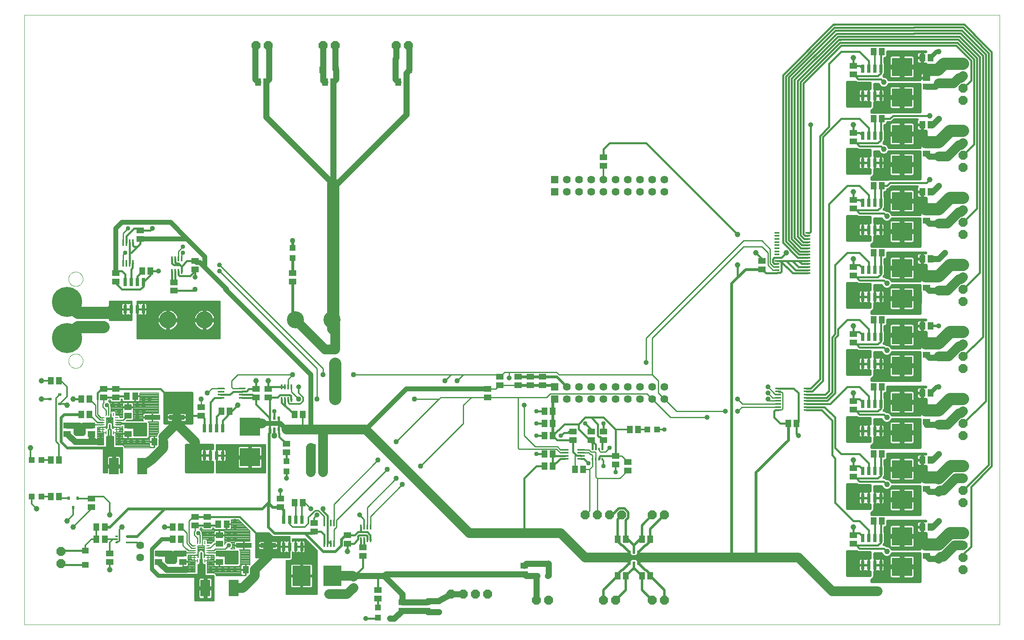
<source format=gtl>
G75*
%MOIN*%
%OFA0B0*%
%FSLAX25Y25*%
%IPPOS*%
%LPD*%
%AMOC8*
5,1,8,0,0,1.08239X$1,22.5*
%
%ADD10C,0.00000*%
%ADD11R,0.01654X0.05709*%
%ADD12R,0.04724X0.04724*%
%ADD13OC8,0.07124*%
%ADD14R,0.02756X0.00984*%
%ADD15R,0.00984X0.02756*%
%ADD16R,0.00866X0.01575*%
%ADD17R,0.00866X0.01402*%
%ADD18R,0.01772X0.04331*%
%ADD19R,0.01969X0.03150*%
%ADD20R,0.05709X0.01654*%
%ADD21R,0.01378X0.01969*%
%ADD22R,0.05906X0.05118*%
%ADD23R,0.05118X0.05906*%
%ADD24R,0.12598X0.03937*%
%ADD25R,0.06299X0.01181*%
%ADD26C,0.06400*%
%ADD27C,0.24669*%
%ADD28R,0.07874X0.13780*%
%ADD29R,0.04724X0.01378*%
%ADD30R,0.03268X0.02480*%
%ADD31R,0.02480X0.03268*%
%ADD32R,0.03150X0.02362*%
%ADD33R,0.05512X0.05118*%
%ADD34R,0.02559X0.06890*%
%ADD35R,0.16700X0.15000*%
%ADD36R,0.06400X0.06400*%
%ADD37R,0.05118X0.05512*%
%ADD38R,0.15000X0.16700*%
%ADD39R,0.02362X0.01181*%
%ADD40C,0.14000*%
%ADD41R,0.02362X0.03150*%
%ADD42R,0.03937X0.01181*%
%ADD43C,0.01600*%
%ADD44C,0.04559*%
%ADD45C,0.08000*%
%ADD46C,0.00800*%
%ADD47C,0.03772*%
%ADD48C,0.01200*%
%ADD49C,0.05000*%
%ADD50C,0.02000*%
%ADD51C,0.04953*%
%ADD52C,0.04165*%
%ADD53C,0.07500*%
%ADD54C,0.05150*%
%ADD55C,0.04362*%
%ADD56C,0.01000*%
%ADD57C,0.10000*%
%ADD58C,0.05543*%
%ADD59C,0.02400*%
%ADD60C,0.03200*%
%ADD61C,0.04100*%
%ADD62C,0.03969*%
%ADD63C,0.04000*%
D10*
X0040686Y0681230D02*
X0040686Y1181230D01*
X0840608Y1181230D01*
X0840608Y0681230D01*
X0040686Y0681230D01*
X0076886Y0897630D02*
X0076888Y0897783D01*
X0076894Y0897936D01*
X0076904Y0898089D01*
X0076918Y0898242D01*
X0076936Y0898394D01*
X0076957Y0898545D01*
X0076983Y0898696D01*
X0077013Y0898847D01*
X0077046Y0898996D01*
X0077084Y0899145D01*
X0077125Y0899292D01*
X0077170Y0899439D01*
X0077219Y0899584D01*
X0077271Y0899728D01*
X0077328Y0899870D01*
X0077388Y0900011D01*
X0077451Y0900150D01*
X0077519Y0900288D01*
X0077589Y0900424D01*
X0077664Y0900558D01*
X0077741Y0900690D01*
X0077823Y0900820D01*
X0077907Y0900948D01*
X0077995Y0901073D01*
X0078086Y0901196D01*
X0078180Y0901317D01*
X0078277Y0901435D01*
X0078378Y0901551D01*
X0078481Y0901664D01*
X0078587Y0901775D01*
X0078696Y0901882D01*
X0078808Y0901987D01*
X0078922Y0902089D01*
X0079039Y0902188D01*
X0079159Y0902283D01*
X0079281Y0902376D01*
X0079405Y0902465D01*
X0079532Y0902552D01*
X0079661Y0902634D01*
X0079792Y0902714D01*
X0079925Y0902790D01*
X0080060Y0902862D01*
X0080197Y0902931D01*
X0080335Y0902997D01*
X0080475Y0903059D01*
X0080617Y0903117D01*
X0080760Y0903171D01*
X0080905Y0903222D01*
X0081050Y0903269D01*
X0081197Y0903312D01*
X0081345Y0903351D01*
X0081494Y0903387D01*
X0081644Y0903418D01*
X0081795Y0903446D01*
X0081946Y0903470D01*
X0082098Y0903490D01*
X0082251Y0903506D01*
X0082403Y0903518D01*
X0082556Y0903526D01*
X0082709Y0903530D01*
X0082863Y0903530D01*
X0083016Y0903526D01*
X0083169Y0903518D01*
X0083321Y0903506D01*
X0083474Y0903490D01*
X0083626Y0903470D01*
X0083777Y0903446D01*
X0083928Y0903418D01*
X0084078Y0903387D01*
X0084227Y0903351D01*
X0084375Y0903312D01*
X0084522Y0903269D01*
X0084667Y0903222D01*
X0084812Y0903171D01*
X0084955Y0903117D01*
X0085097Y0903059D01*
X0085237Y0902997D01*
X0085375Y0902931D01*
X0085512Y0902862D01*
X0085647Y0902790D01*
X0085780Y0902714D01*
X0085911Y0902634D01*
X0086040Y0902552D01*
X0086167Y0902465D01*
X0086291Y0902376D01*
X0086413Y0902283D01*
X0086533Y0902188D01*
X0086650Y0902089D01*
X0086764Y0901987D01*
X0086876Y0901882D01*
X0086985Y0901775D01*
X0087091Y0901664D01*
X0087194Y0901551D01*
X0087295Y0901435D01*
X0087392Y0901317D01*
X0087486Y0901196D01*
X0087577Y0901073D01*
X0087665Y0900948D01*
X0087749Y0900820D01*
X0087831Y0900690D01*
X0087908Y0900558D01*
X0087983Y0900424D01*
X0088053Y0900288D01*
X0088121Y0900150D01*
X0088184Y0900011D01*
X0088244Y0899870D01*
X0088301Y0899728D01*
X0088353Y0899584D01*
X0088402Y0899439D01*
X0088447Y0899292D01*
X0088488Y0899145D01*
X0088526Y0898996D01*
X0088559Y0898847D01*
X0088589Y0898696D01*
X0088615Y0898545D01*
X0088636Y0898394D01*
X0088654Y0898242D01*
X0088668Y0898089D01*
X0088678Y0897936D01*
X0088684Y0897783D01*
X0088686Y0897630D01*
X0088684Y0897477D01*
X0088678Y0897324D01*
X0088668Y0897171D01*
X0088654Y0897018D01*
X0088636Y0896866D01*
X0088615Y0896715D01*
X0088589Y0896564D01*
X0088559Y0896413D01*
X0088526Y0896264D01*
X0088488Y0896115D01*
X0088447Y0895968D01*
X0088402Y0895821D01*
X0088353Y0895676D01*
X0088301Y0895532D01*
X0088244Y0895390D01*
X0088184Y0895249D01*
X0088121Y0895110D01*
X0088053Y0894972D01*
X0087983Y0894836D01*
X0087908Y0894702D01*
X0087831Y0894570D01*
X0087749Y0894440D01*
X0087665Y0894312D01*
X0087577Y0894187D01*
X0087486Y0894064D01*
X0087392Y0893943D01*
X0087295Y0893825D01*
X0087194Y0893709D01*
X0087091Y0893596D01*
X0086985Y0893485D01*
X0086876Y0893378D01*
X0086764Y0893273D01*
X0086650Y0893171D01*
X0086533Y0893072D01*
X0086413Y0892977D01*
X0086291Y0892884D01*
X0086167Y0892795D01*
X0086040Y0892708D01*
X0085911Y0892626D01*
X0085780Y0892546D01*
X0085647Y0892470D01*
X0085512Y0892398D01*
X0085375Y0892329D01*
X0085237Y0892263D01*
X0085097Y0892201D01*
X0084955Y0892143D01*
X0084812Y0892089D01*
X0084667Y0892038D01*
X0084522Y0891991D01*
X0084375Y0891948D01*
X0084227Y0891909D01*
X0084078Y0891873D01*
X0083928Y0891842D01*
X0083777Y0891814D01*
X0083626Y0891790D01*
X0083474Y0891770D01*
X0083321Y0891754D01*
X0083169Y0891742D01*
X0083016Y0891734D01*
X0082863Y0891730D01*
X0082709Y0891730D01*
X0082556Y0891734D01*
X0082403Y0891742D01*
X0082251Y0891754D01*
X0082098Y0891770D01*
X0081946Y0891790D01*
X0081795Y0891814D01*
X0081644Y0891842D01*
X0081494Y0891873D01*
X0081345Y0891909D01*
X0081197Y0891948D01*
X0081050Y0891991D01*
X0080905Y0892038D01*
X0080760Y0892089D01*
X0080617Y0892143D01*
X0080475Y0892201D01*
X0080335Y0892263D01*
X0080197Y0892329D01*
X0080060Y0892398D01*
X0079925Y0892470D01*
X0079792Y0892546D01*
X0079661Y0892626D01*
X0079532Y0892708D01*
X0079405Y0892795D01*
X0079281Y0892884D01*
X0079159Y0892977D01*
X0079039Y0893072D01*
X0078922Y0893171D01*
X0078808Y0893273D01*
X0078696Y0893378D01*
X0078587Y0893485D01*
X0078481Y0893596D01*
X0078378Y0893709D01*
X0078277Y0893825D01*
X0078180Y0893943D01*
X0078086Y0894064D01*
X0077995Y0894187D01*
X0077907Y0894312D01*
X0077823Y0894440D01*
X0077741Y0894570D01*
X0077664Y0894702D01*
X0077589Y0894836D01*
X0077519Y0894972D01*
X0077451Y0895110D01*
X0077388Y0895249D01*
X0077328Y0895390D01*
X0077271Y0895532D01*
X0077219Y0895676D01*
X0077170Y0895821D01*
X0077125Y0895968D01*
X0077084Y0896115D01*
X0077046Y0896264D01*
X0077013Y0896413D01*
X0076983Y0896564D01*
X0076957Y0896715D01*
X0076936Y0896866D01*
X0076918Y0897018D01*
X0076904Y0897171D01*
X0076894Y0897324D01*
X0076888Y0897477D01*
X0076886Y0897630D01*
X0076886Y0964830D02*
X0076888Y0964983D01*
X0076894Y0965136D01*
X0076904Y0965289D01*
X0076918Y0965442D01*
X0076936Y0965594D01*
X0076957Y0965745D01*
X0076983Y0965896D01*
X0077013Y0966047D01*
X0077046Y0966196D01*
X0077084Y0966345D01*
X0077125Y0966492D01*
X0077170Y0966639D01*
X0077219Y0966784D01*
X0077271Y0966928D01*
X0077328Y0967070D01*
X0077388Y0967211D01*
X0077451Y0967350D01*
X0077519Y0967488D01*
X0077589Y0967624D01*
X0077664Y0967758D01*
X0077741Y0967890D01*
X0077823Y0968020D01*
X0077907Y0968148D01*
X0077995Y0968273D01*
X0078086Y0968396D01*
X0078180Y0968517D01*
X0078277Y0968635D01*
X0078378Y0968751D01*
X0078481Y0968864D01*
X0078587Y0968975D01*
X0078696Y0969082D01*
X0078808Y0969187D01*
X0078922Y0969289D01*
X0079039Y0969388D01*
X0079159Y0969483D01*
X0079281Y0969576D01*
X0079405Y0969665D01*
X0079532Y0969752D01*
X0079661Y0969834D01*
X0079792Y0969914D01*
X0079925Y0969990D01*
X0080060Y0970062D01*
X0080197Y0970131D01*
X0080335Y0970197D01*
X0080475Y0970259D01*
X0080617Y0970317D01*
X0080760Y0970371D01*
X0080905Y0970422D01*
X0081050Y0970469D01*
X0081197Y0970512D01*
X0081345Y0970551D01*
X0081494Y0970587D01*
X0081644Y0970618D01*
X0081795Y0970646D01*
X0081946Y0970670D01*
X0082098Y0970690D01*
X0082251Y0970706D01*
X0082403Y0970718D01*
X0082556Y0970726D01*
X0082709Y0970730D01*
X0082863Y0970730D01*
X0083016Y0970726D01*
X0083169Y0970718D01*
X0083321Y0970706D01*
X0083474Y0970690D01*
X0083626Y0970670D01*
X0083777Y0970646D01*
X0083928Y0970618D01*
X0084078Y0970587D01*
X0084227Y0970551D01*
X0084375Y0970512D01*
X0084522Y0970469D01*
X0084667Y0970422D01*
X0084812Y0970371D01*
X0084955Y0970317D01*
X0085097Y0970259D01*
X0085237Y0970197D01*
X0085375Y0970131D01*
X0085512Y0970062D01*
X0085647Y0969990D01*
X0085780Y0969914D01*
X0085911Y0969834D01*
X0086040Y0969752D01*
X0086167Y0969665D01*
X0086291Y0969576D01*
X0086413Y0969483D01*
X0086533Y0969388D01*
X0086650Y0969289D01*
X0086764Y0969187D01*
X0086876Y0969082D01*
X0086985Y0968975D01*
X0087091Y0968864D01*
X0087194Y0968751D01*
X0087295Y0968635D01*
X0087392Y0968517D01*
X0087486Y0968396D01*
X0087577Y0968273D01*
X0087665Y0968148D01*
X0087749Y0968020D01*
X0087831Y0967890D01*
X0087908Y0967758D01*
X0087983Y0967624D01*
X0088053Y0967488D01*
X0088121Y0967350D01*
X0088184Y0967211D01*
X0088244Y0967070D01*
X0088301Y0966928D01*
X0088353Y0966784D01*
X0088402Y0966639D01*
X0088447Y0966492D01*
X0088488Y0966345D01*
X0088526Y0966196D01*
X0088559Y0966047D01*
X0088589Y0965896D01*
X0088615Y0965745D01*
X0088636Y0965594D01*
X0088654Y0965442D01*
X0088668Y0965289D01*
X0088678Y0965136D01*
X0088684Y0964983D01*
X0088686Y0964830D01*
X0088684Y0964677D01*
X0088678Y0964524D01*
X0088668Y0964371D01*
X0088654Y0964218D01*
X0088636Y0964066D01*
X0088615Y0963915D01*
X0088589Y0963764D01*
X0088559Y0963613D01*
X0088526Y0963464D01*
X0088488Y0963315D01*
X0088447Y0963168D01*
X0088402Y0963021D01*
X0088353Y0962876D01*
X0088301Y0962732D01*
X0088244Y0962590D01*
X0088184Y0962449D01*
X0088121Y0962310D01*
X0088053Y0962172D01*
X0087983Y0962036D01*
X0087908Y0961902D01*
X0087831Y0961770D01*
X0087749Y0961640D01*
X0087665Y0961512D01*
X0087577Y0961387D01*
X0087486Y0961264D01*
X0087392Y0961143D01*
X0087295Y0961025D01*
X0087194Y0960909D01*
X0087091Y0960796D01*
X0086985Y0960685D01*
X0086876Y0960578D01*
X0086764Y0960473D01*
X0086650Y0960371D01*
X0086533Y0960272D01*
X0086413Y0960177D01*
X0086291Y0960084D01*
X0086167Y0959995D01*
X0086040Y0959908D01*
X0085911Y0959826D01*
X0085780Y0959746D01*
X0085647Y0959670D01*
X0085512Y0959598D01*
X0085375Y0959529D01*
X0085237Y0959463D01*
X0085097Y0959401D01*
X0084955Y0959343D01*
X0084812Y0959289D01*
X0084667Y0959238D01*
X0084522Y0959191D01*
X0084375Y0959148D01*
X0084227Y0959109D01*
X0084078Y0959073D01*
X0083928Y0959042D01*
X0083777Y0959014D01*
X0083626Y0958990D01*
X0083474Y0958970D01*
X0083321Y0958954D01*
X0083169Y0958942D01*
X0083016Y0958934D01*
X0082863Y0958930D01*
X0082709Y0958930D01*
X0082556Y0958934D01*
X0082403Y0958942D01*
X0082251Y0958954D01*
X0082098Y0958970D01*
X0081946Y0958990D01*
X0081795Y0959014D01*
X0081644Y0959042D01*
X0081494Y0959073D01*
X0081345Y0959109D01*
X0081197Y0959148D01*
X0081050Y0959191D01*
X0080905Y0959238D01*
X0080760Y0959289D01*
X0080617Y0959343D01*
X0080475Y0959401D01*
X0080335Y0959463D01*
X0080197Y0959529D01*
X0080060Y0959598D01*
X0079925Y0959670D01*
X0079792Y0959746D01*
X0079661Y0959826D01*
X0079532Y0959908D01*
X0079405Y0959995D01*
X0079281Y0960084D01*
X0079159Y0960177D01*
X0079039Y0960272D01*
X0078922Y0960371D01*
X0078808Y0960473D01*
X0078696Y0960578D01*
X0078587Y0960685D01*
X0078481Y0960796D01*
X0078378Y0960909D01*
X0078277Y0961025D01*
X0078180Y0961143D01*
X0078086Y0961264D01*
X0077995Y0961387D01*
X0077907Y0961512D01*
X0077823Y0961640D01*
X0077741Y0961770D01*
X0077664Y0961902D01*
X0077589Y0962036D01*
X0077519Y0962172D01*
X0077451Y0962310D01*
X0077388Y0962449D01*
X0077328Y0962590D01*
X0077271Y0962732D01*
X0077219Y0962876D01*
X0077170Y0963021D01*
X0077125Y0963168D01*
X0077084Y0963315D01*
X0077046Y0963464D01*
X0077013Y0963613D01*
X0076983Y0963764D01*
X0076957Y0963915D01*
X0076936Y0964066D01*
X0076918Y0964218D01*
X0076904Y0964371D01*
X0076894Y0964524D01*
X0076888Y0964677D01*
X0076886Y0964830D01*
D11*
X0121848Y0977569D03*
X0124407Y0977569D03*
X0126966Y0977569D03*
X0129525Y0977569D03*
X0129525Y0994892D03*
X0126966Y0994892D03*
X0124407Y0994892D03*
X0121848Y0994892D03*
X0286848Y0764892D03*
X0289407Y0764892D03*
X0291966Y0764892D03*
X0294525Y0764892D03*
X0294525Y0747569D03*
X0291966Y0747569D03*
X0289407Y0747569D03*
X0286848Y0747569D03*
D12*
X0330686Y0695364D03*
X0330686Y0687097D03*
X0255686Y0807097D03*
X0255686Y0815364D03*
X0260686Y0982097D03*
X0260686Y0990364D03*
X0054820Y0816230D03*
X0046552Y0816230D03*
X0046552Y0786230D03*
X0054820Y0786230D03*
X0551552Y0841230D03*
X0559820Y0841230D03*
D13*
X0555686Y0771230D03*
X0565686Y0771230D03*
X0530686Y0771230D03*
X0520686Y0771230D03*
X0510686Y0771230D03*
X0500686Y0771230D03*
X0515686Y0701230D03*
X0525686Y0701230D03*
X0555686Y0701230D03*
X0565686Y0701230D03*
X0470686Y0701230D03*
X0460686Y0701230D03*
X0420686Y0706230D03*
X0410686Y0706230D03*
X0400686Y0706230D03*
X0390686Y0706230D03*
X0285686Y0806230D03*
X0275686Y0806230D03*
X0070686Y0741230D03*
X0070686Y0731230D03*
X0230686Y1156230D03*
X0240686Y1156230D03*
X0285686Y1156230D03*
X0295686Y1156230D03*
X0345686Y1156230D03*
X0355686Y1156230D03*
X0810686Y1141230D03*
X0810686Y1131230D03*
X0810686Y1121230D03*
X0810686Y1111230D03*
X0810686Y1086230D03*
X0810686Y1076230D03*
X0810686Y1066230D03*
X0810686Y1056230D03*
X0810686Y1031230D03*
X0810686Y1021230D03*
X0810686Y1011230D03*
X0810686Y1001230D03*
X0810686Y0976230D03*
X0810686Y0966230D03*
X0810686Y0956230D03*
X0810686Y0946230D03*
X0810686Y0921230D03*
X0810686Y0911230D03*
X0810686Y0901230D03*
X0810686Y0891230D03*
X0810686Y0866230D03*
X0810686Y0856230D03*
X0810686Y0846230D03*
X0810686Y0836230D03*
X0810686Y0811230D03*
X0810686Y0801230D03*
X0810686Y0791230D03*
X0810686Y0781230D03*
X0810686Y0756230D03*
X0810686Y0746230D03*
X0810686Y0736230D03*
X0810686Y0726230D03*
D14*
X0191198Y0736309D03*
X0191198Y0740246D03*
X0191198Y0742215D03*
X0191198Y0744183D03*
X0191198Y0746152D03*
X0180175Y0746152D03*
X0180175Y0744183D03*
X0180175Y0742215D03*
X0180175Y0740246D03*
X0180175Y0736309D03*
X0116198Y0841309D03*
X0116198Y0845246D03*
X0116198Y0847215D03*
X0116198Y0849183D03*
X0116198Y0851152D03*
X0105175Y0851152D03*
X0105175Y0849183D03*
X0105175Y0847215D03*
X0105175Y0845246D03*
X0105175Y0841309D03*
D15*
X0107734Y0838750D03*
X0109702Y0838750D03*
X0111671Y0838750D03*
X0113639Y0838750D03*
X0113639Y0853711D03*
X0111671Y0853711D03*
X0109702Y0853711D03*
X0107734Y0853711D03*
X0182734Y0748711D03*
X0184702Y0748711D03*
X0186671Y0748711D03*
X0188639Y0748711D03*
X0188639Y0733750D03*
X0186671Y0733750D03*
X0184702Y0733750D03*
X0182734Y0733750D03*
D16*
X0185686Y0736998D03*
X0110686Y0841998D03*
D17*
X0110686Y0845030D03*
X0185686Y0740030D03*
D18*
X0251848Y0866112D03*
X0254407Y0866112D03*
X0256966Y0866112D03*
X0259525Y0866112D03*
X0259525Y0876348D03*
X0256966Y0876348D03*
X0254407Y0876348D03*
X0251848Y0876348D03*
X0169525Y0971112D03*
X0166966Y0971112D03*
X0164407Y0971112D03*
X0161848Y0971112D03*
X0161848Y0981348D03*
X0164407Y0981348D03*
X0166966Y0981348D03*
X0169525Y0981348D03*
X0316848Y0761348D03*
X0319407Y0761348D03*
X0321966Y0761348D03*
X0324525Y0761348D03*
X0324525Y0751112D03*
X0321966Y0751112D03*
X0319407Y0751112D03*
X0316848Y0751112D03*
D19*
X0249426Y0841703D03*
X0245686Y0841703D03*
X0241946Y0841703D03*
X0241946Y0850758D03*
X0245686Y0850758D03*
X0249426Y0850758D03*
X0536946Y0740758D03*
X0540686Y0740758D03*
X0544426Y0740758D03*
X0544426Y0731703D03*
X0540686Y0731703D03*
X0536946Y0731703D03*
D20*
X0219348Y0867392D03*
X0219348Y0869951D03*
X0219348Y0872510D03*
X0219348Y0875069D03*
X0202025Y0875069D03*
X0202025Y0872510D03*
X0202025Y0869951D03*
X0202025Y0867392D03*
D21*
X0506848Y0825266D03*
X0509407Y0825266D03*
X0511966Y0825266D03*
X0514525Y0825266D03*
X0514525Y0817195D03*
X0511966Y0817195D03*
X0509407Y0817195D03*
X0506848Y0817195D03*
D22*
X0505686Y0832884D03*
X0505686Y0839577D03*
X0515686Y0839577D03*
X0515686Y0832884D03*
X0525686Y0819577D03*
X0525686Y0812884D03*
X0535686Y0814577D03*
X0535686Y0807884D03*
X0490686Y0832884D03*
X0490686Y0839577D03*
X0465686Y0877884D03*
X0465686Y0884577D03*
X0455686Y0884577D03*
X0455686Y0877884D03*
X0445686Y0877884D03*
X0445686Y0884577D03*
X0430686Y0884577D03*
X0430686Y0877884D03*
X0420686Y0874577D03*
X0420686Y0867884D03*
X0318186Y0744577D03*
X0318186Y0737884D03*
X0305686Y0747884D03*
X0305686Y0754577D03*
X0278186Y0757884D03*
X0278186Y0764577D03*
X0250686Y0777884D03*
X0250686Y0784577D03*
X0255686Y0822884D03*
X0255686Y0829577D03*
X0240686Y0867884D03*
X0240686Y0874577D03*
X0230686Y0874577D03*
X0230686Y0867884D03*
X0185686Y0859577D03*
X0185686Y0852884D03*
X0125686Y0852884D03*
X0125686Y0859577D03*
X0115686Y0867884D03*
X0115686Y0874577D03*
X0105686Y0874577D03*
X0105686Y0867884D03*
X0095686Y0844577D03*
X0095686Y0837884D03*
X0075686Y0837884D03*
X0075686Y0844577D03*
X0125686Y0844577D03*
X0125686Y0837884D03*
X0095686Y0784577D03*
X0095686Y0777884D03*
X0110686Y0739577D03*
X0110686Y0732884D03*
X0150686Y0732884D03*
X0150686Y0739577D03*
X0170686Y0739577D03*
X0170686Y0732884D03*
X0180686Y0762884D03*
X0180686Y0769577D03*
X0190686Y0769577D03*
X0190686Y0762884D03*
X0200686Y0754577D03*
X0200686Y0747884D03*
X0200686Y0739577D03*
X0200686Y0732884D03*
X0330686Y0709577D03*
X0330686Y0702884D03*
X0350686Y0699577D03*
X0350686Y0692884D03*
X0360686Y0692884D03*
X0360686Y0699577D03*
X0370686Y0699577D03*
X0370686Y0692884D03*
X0450686Y0722884D03*
X0450686Y0729577D03*
X0260686Y0962884D03*
X0260686Y0969577D03*
X0180686Y0972884D03*
X0180686Y0979577D03*
X0163186Y0962077D03*
X0163186Y0955384D03*
X0135686Y0997884D03*
X0135686Y1004577D03*
X0115686Y0969577D03*
X0115686Y0962884D03*
X0515686Y1057884D03*
X0515686Y1064577D03*
X0645686Y0979577D03*
X0645686Y0972884D03*
X0720686Y0974577D03*
X0720686Y0967884D03*
X0720686Y0919577D03*
X0720686Y0912884D03*
X0720686Y0864577D03*
X0720686Y0857884D03*
X0720686Y0809577D03*
X0720686Y0802884D03*
X0720686Y0754577D03*
X0720686Y0747884D03*
X0780686Y0744577D03*
X0780686Y0737884D03*
X0780686Y0792884D03*
X0780686Y0799577D03*
X0780686Y0847884D03*
X0780686Y0854577D03*
X0780686Y0902884D03*
X0780686Y0909577D03*
X0780686Y0957884D03*
X0780686Y0964577D03*
X0780686Y1012884D03*
X0780686Y1019577D03*
X0780686Y1067884D03*
X0780686Y1074577D03*
X0780686Y1122884D03*
X0780686Y1129577D03*
X0720686Y1132884D03*
X0720686Y1139577D03*
X0720686Y1084577D03*
X0720686Y1077884D03*
X0720686Y1029577D03*
X0720686Y1022884D03*
D23*
X0737340Y1041230D03*
X0744033Y1041230D03*
X0777340Y1036230D03*
X0784033Y1036230D03*
X0744033Y0986230D03*
X0737340Y0986230D03*
X0777340Y0981230D03*
X0784033Y0981230D03*
X0784033Y0926230D03*
X0777340Y0926230D03*
X0744033Y0931230D03*
X0737340Y0931230D03*
X0737340Y0876230D03*
X0744033Y0876230D03*
X0777340Y0871230D03*
X0784033Y0871230D03*
X0784033Y0816230D03*
X0777340Y0816230D03*
X0744033Y0821230D03*
X0737340Y0821230D03*
X0737340Y0766230D03*
X0744033Y0766230D03*
X0777340Y0761230D03*
X0784033Y0761230D03*
X0674033Y0846230D03*
X0667340Y0846230D03*
X0554033Y0751230D03*
X0547340Y0751230D03*
X0534033Y0751230D03*
X0527340Y0751230D03*
X0527340Y0721230D03*
X0534033Y0721230D03*
X0547340Y0721230D03*
X0554033Y0721230D03*
X0499033Y0808730D03*
X0492340Y0808730D03*
X0474033Y0811230D03*
X0467340Y0811230D03*
X0467340Y0821230D03*
X0474033Y0821230D03*
X0474033Y0836230D03*
X0467340Y0836230D03*
X0467340Y0846230D03*
X0474033Y0846230D03*
X0474033Y0856230D03*
X0467340Y0856230D03*
X0537340Y0841230D03*
X0544033Y0841230D03*
X0737340Y1096230D03*
X0744033Y1096230D03*
X0777340Y1091230D03*
X0784033Y1091230D03*
X0784033Y1146230D03*
X0777340Y1146230D03*
X0744033Y1151230D03*
X0737340Y1151230D03*
X0354033Y1126230D03*
X0347340Y1126230D03*
X0294033Y1126230D03*
X0287340Y1126230D03*
X0239033Y1126230D03*
X0232340Y1126230D03*
X0144033Y0971230D03*
X0137340Y0971230D03*
X0069033Y0881230D03*
X0062340Y0881230D03*
X0087340Y0866230D03*
X0094033Y0866230D03*
X0094033Y0853730D03*
X0087340Y0853730D03*
X0124840Y0868730D03*
X0131533Y0868730D03*
X0147340Y0831230D03*
X0154033Y0831230D03*
X0202340Y0856230D03*
X0209033Y0856230D03*
X0262340Y0853730D03*
X0269033Y0853730D03*
X0277340Y0826230D03*
X0284033Y0826230D03*
X0269033Y0781230D03*
X0262340Y0781230D03*
X0206533Y0763730D03*
X0199840Y0763730D03*
X0169033Y0761230D03*
X0162340Y0761230D03*
X0162340Y0751230D03*
X0169033Y0751230D03*
X0222340Y0726230D03*
X0229033Y0726230D03*
X0106533Y0751230D03*
X0099840Y0751230D03*
X0099840Y0761230D03*
X0106533Y0761230D03*
X0069033Y0786230D03*
X0062340Y0786230D03*
X0062340Y0816230D03*
X0069033Y0816230D03*
D24*
X0145726Y0851230D03*
X0165726Y0851230D03*
X0220726Y0746230D03*
X0240726Y0746230D03*
D25*
X0483993Y0817392D03*
X0483993Y0819892D03*
X0483993Y0822392D03*
X0483993Y0824892D03*
X0497379Y0824892D03*
X0497379Y0822392D03*
X0497379Y0819892D03*
X0497379Y0817392D03*
D26*
X0495686Y0866230D03*
X0485686Y0866230D03*
X0485686Y0876230D03*
X0495686Y0876230D03*
X0505686Y0876230D03*
X0505686Y0866230D03*
X0515686Y0866230D03*
X0525686Y0866230D03*
X0535686Y0866230D03*
X0545686Y0866230D03*
X0555686Y0866230D03*
X0565686Y0866230D03*
X0565686Y0876230D03*
X0555686Y0876230D03*
X0545686Y0876230D03*
X0535686Y0876230D03*
X0525686Y0876230D03*
X0515686Y0876230D03*
X0515686Y1036230D03*
X0505686Y1036230D03*
X0495686Y1036230D03*
X0485686Y1036230D03*
X0485686Y1046230D03*
X0495686Y1046230D03*
X0505686Y1046230D03*
X0515686Y1046230D03*
X0525686Y1046230D03*
X0525686Y1036230D03*
X0535686Y1036230D03*
X0545686Y1036230D03*
X0555686Y1036230D03*
X0565686Y1036230D03*
X0565686Y1046230D03*
X0555686Y1046230D03*
X0545686Y1046230D03*
X0535686Y1046230D03*
X0135686Y0746230D03*
X0135686Y0736230D03*
D27*
X0075686Y0916480D03*
X0075686Y0945980D03*
D28*
X0114072Y0811230D03*
X0137301Y0811230D03*
X0189072Y0711230D03*
X0212301Y0711230D03*
D29*
X0659171Y0857274D03*
X0659171Y0859833D03*
X0659171Y0862392D03*
X0659171Y0864951D03*
X0659171Y0867510D03*
X0659171Y0870069D03*
X0659171Y0872628D03*
X0659171Y0875187D03*
X0682202Y0875187D03*
X0682202Y0872628D03*
X0682202Y0870069D03*
X0682202Y0867510D03*
X0682202Y0864951D03*
X0682202Y0862392D03*
X0682202Y0859833D03*
X0682202Y0857274D03*
D30*
X0380686Y0700620D03*
X0380686Y0691841D03*
X0310686Y0711841D03*
X0310686Y0720620D03*
D31*
X0461297Y0721230D03*
X0470076Y0721230D03*
D32*
X0069623Y0862490D03*
X0069623Y0869971D03*
X0061749Y0866230D03*
D33*
X0105686Y0925522D03*
X0105686Y0936939D03*
X0090686Y0741939D03*
X0090686Y0730522D03*
X0295686Y0895522D03*
X0295686Y0906939D03*
X0790686Y0911939D03*
X0790686Y0900522D03*
X0790686Y0856939D03*
X0790686Y0845522D03*
X0790686Y0801939D03*
X0790686Y0790522D03*
X0790686Y0746939D03*
X0790686Y0735522D03*
X0790686Y0955522D03*
X0790686Y0966939D03*
X0790686Y1010522D03*
X0790686Y1021939D03*
X0790686Y1065522D03*
X0790686Y1076939D03*
X0790686Y1125522D03*
X0790686Y1136939D03*
D34*
X0743186Y1137254D03*
X0738186Y1137254D03*
X0733186Y1137254D03*
X0728186Y1137254D03*
X0728186Y1115207D03*
X0733186Y1115207D03*
X0738186Y1115207D03*
X0743186Y1115207D03*
X0743186Y1082254D03*
X0738186Y1082254D03*
X0733186Y1082254D03*
X0728186Y1082254D03*
X0728186Y1060207D03*
X0733186Y1060207D03*
X0738186Y1060207D03*
X0743186Y1060207D03*
X0743186Y1027254D03*
X0738186Y1027254D03*
X0733186Y1027254D03*
X0728186Y1027254D03*
X0728186Y1005207D03*
X0733186Y1005207D03*
X0738186Y1005207D03*
X0743186Y1005207D03*
X0743186Y0972254D03*
X0738186Y0972254D03*
X0733186Y0972254D03*
X0728186Y0972254D03*
X0728186Y0950207D03*
X0733186Y0950207D03*
X0738186Y0950207D03*
X0743186Y0950207D03*
X0743186Y0917254D03*
X0738186Y0917254D03*
X0733186Y0917254D03*
X0728186Y0917254D03*
X0728186Y0895207D03*
X0733186Y0895207D03*
X0738186Y0895207D03*
X0743186Y0895207D03*
X0743186Y0862254D03*
X0738186Y0862254D03*
X0733186Y0862254D03*
X0728186Y0862254D03*
X0728186Y0840207D03*
X0733186Y0840207D03*
X0738186Y0840207D03*
X0743186Y0840207D03*
X0743186Y0807254D03*
X0738186Y0807254D03*
X0733186Y0807254D03*
X0728186Y0807254D03*
X0728186Y0785207D03*
X0733186Y0785207D03*
X0738186Y0785207D03*
X0743186Y0785207D03*
X0743186Y0752254D03*
X0738186Y0752254D03*
X0733186Y0752254D03*
X0728186Y0752254D03*
X0728186Y0730207D03*
X0733186Y0730207D03*
X0738186Y0730207D03*
X0743186Y0730207D03*
X0268186Y0745207D03*
X0263186Y0745207D03*
X0258186Y0745207D03*
X0253186Y0745207D03*
X0253186Y0767254D03*
X0258186Y0767254D03*
X0263186Y0767254D03*
X0268186Y0767254D03*
X0203186Y0820207D03*
X0198186Y0820207D03*
X0193186Y0820207D03*
X0188186Y0820207D03*
X0188186Y0842254D03*
X0193186Y0842254D03*
X0198186Y0842254D03*
X0203186Y0842254D03*
X0138186Y0940207D03*
X0133186Y0940207D03*
X0128186Y0940207D03*
X0123186Y0940207D03*
X0123186Y0962254D03*
X0128186Y0962254D03*
X0133186Y0962254D03*
X0138186Y0962254D03*
D35*
X0225686Y0843780D03*
X0225686Y0818680D03*
X0760686Y0808780D03*
X0760686Y0783680D03*
X0760686Y0753780D03*
X0760686Y0728680D03*
X0760686Y0838680D03*
X0760686Y0863780D03*
X0760686Y0893680D03*
X0760686Y0918780D03*
X0760686Y0948680D03*
X0760686Y0973780D03*
X0760686Y1003680D03*
X0760686Y1028780D03*
X0760686Y1058680D03*
X0760686Y1083780D03*
X0760686Y1113680D03*
X0760686Y1138780D03*
D36*
X0475686Y1046230D03*
X0475686Y1036230D03*
X0475686Y0876230D03*
X0475686Y0866230D03*
D37*
X0356395Y1136230D03*
X0344978Y1136230D03*
X0296395Y1136230D03*
X0284978Y1136230D03*
X0241395Y1136230D03*
X0229978Y1136230D03*
D38*
X0268136Y0721230D03*
X0293236Y0721230D03*
D39*
X0125115Y0748671D03*
X0125115Y0753671D03*
X0116257Y0753789D03*
X0116257Y0751230D03*
X0116257Y0748671D03*
D40*
X0158336Y0931230D03*
X0188336Y0931230D03*
X0263036Y0931230D03*
X0293036Y0931230D03*
D41*
X0084426Y0785167D03*
X0076946Y0785167D03*
X0080686Y0777293D03*
D42*
X0658088Y0969597D03*
X0658088Y0972156D03*
X0658088Y0974715D03*
X0658088Y0977274D03*
X0658088Y0979833D03*
X0658088Y0982392D03*
X0658088Y0984951D03*
X0658088Y0987510D03*
X0658088Y0990069D03*
X0658088Y0992628D03*
X0658088Y0995187D03*
X0658088Y0997746D03*
X0658088Y1000305D03*
X0658088Y1002864D03*
X0683285Y1002864D03*
X0683285Y1000305D03*
X0683285Y0997746D03*
X0683285Y0995187D03*
X0683285Y0992628D03*
X0683285Y0990069D03*
X0683285Y0987510D03*
X0683285Y0984951D03*
X0683285Y0982392D03*
X0683285Y0979833D03*
X0683285Y0977274D03*
X0683285Y0974715D03*
X0683285Y0972156D03*
X0683285Y0969597D03*
D43*
X0670923Y0969597D01*
X0660686Y0979833D01*
X0660686Y0979497D01*
X0661656Y0978527D01*
X0661656Y0970902D01*
X0660719Y0969965D01*
X0658456Y0969965D01*
X0658088Y0969597D01*
X0648974Y0969597D01*
X0646513Y0972057D01*
X0645686Y0979577D02*
X0645686Y0981230D01*
X0640686Y0986230D01*
X0654519Y0981086D02*
X0655666Y0982233D01*
X0657929Y0982233D01*
X0658088Y0982392D01*
X0661848Y0982392D01*
X0665686Y0986230D01*
X0665686Y0979833D02*
X0673363Y0972156D01*
X0683285Y0972156D01*
X0683285Y0974715D02*
X0675804Y0974715D01*
X0670686Y0979833D01*
X0665686Y0979833D01*
X0660686Y0979833D01*
X0658088Y0979833D01*
X0657929Y0977433D02*
X0655666Y0977433D01*
X0654519Y0978579D01*
X0654519Y0981086D01*
X0657929Y0977433D02*
X0658088Y0977274D01*
X0670686Y0979833D02*
X0675686Y0979833D01*
X0678245Y0977274D01*
X0683285Y0977274D01*
X0683285Y0979833D02*
X0675686Y0979833D01*
X0675177Y0982392D02*
X0662916Y0994652D01*
X0662916Y1011230D01*
X0662916Y1014254D01*
X0662916Y1132219D01*
X0704127Y1173430D01*
X0705486Y1173430D01*
X0705686Y1173630D01*
X0704327Y1173630D01*
X0705686Y1173630D02*
X0811680Y1173630D01*
X0828086Y1157224D01*
X0828086Y1156923D01*
X0834086Y1150923D01*
X0834086Y0811236D01*
X0817286Y0794436D01*
X0817286Y0745530D01*
X0810686Y0738930D01*
X0810686Y0736230D01*
X0810686Y0746230D02*
X0805686Y0746230D01*
X0810686Y0791230D02*
X0831686Y0812230D01*
X0831686Y1149929D01*
X0825686Y1155929D01*
X0825686Y1156230D01*
X0810686Y1171230D01*
X0770686Y1171230D01*
X0770486Y1171030D01*
X0705122Y1171030D01*
X0665316Y1131225D01*
X0665316Y1011230D01*
X0665316Y0995646D01*
X0676012Y0984951D01*
X0683285Y0984951D01*
X0683285Y0987510D02*
X0676847Y0987510D01*
X0667716Y0996640D01*
X0667716Y1016230D01*
X0667716Y1014254D01*
X0667716Y1016230D02*
X0667716Y1130231D01*
X0706116Y1168630D01*
X0809591Y1168630D01*
X0829286Y1148935D01*
X0829286Y0864830D01*
X0810686Y0846230D01*
X0790686Y0801939D02*
X0790686Y0801230D01*
X0748186Y0796230D02*
X0745686Y0798730D01*
X0725686Y0798730D01*
X0723186Y0801230D01*
X0721533Y0802884D01*
X0720686Y0802884D01*
X0723186Y0801230D02*
X0740686Y0801230D01*
X0743186Y0803730D01*
X0743186Y0807254D01*
X0743186Y0820384D01*
X0744033Y0821230D01*
X0738186Y0820384D02*
X0737340Y0821230D01*
X0738186Y0820384D02*
X0738186Y0807254D01*
X0733186Y0807254D02*
X0733186Y0813730D01*
X0725686Y0821230D01*
X0710686Y0821230D01*
X0705686Y0826230D01*
X0705686Y0851230D01*
X0697084Y0859833D01*
X0682202Y0859833D01*
X0682202Y0862392D02*
X0701848Y0862392D01*
X0715686Y0876230D01*
X0725686Y0876230D01*
X0733186Y0868730D01*
X0733186Y0862254D01*
X0728186Y0862254D02*
X0728186Y0863730D01*
X0725686Y0866230D01*
X0722340Y0866230D01*
X0720686Y0864577D01*
X0720686Y0871230D01*
X0720686Y0857884D02*
X0721533Y0857884D01*
X0723186Y0856230D01*
X0740686Y0856230D01*
X0743186Y0858730D01*
X0743186Y0862254D01*
X0743186Y0875384D01*
X0744033Y0876230D01*
X0738186Y0875384D02*
X0737340Y0876230D01*
X0738186Y0875384D02*
X0738186Y0862254D01*
X0745686Y0853730D02*
X0748186Y0851230D01*
X0745686Y0853730D02*
X0725686Y0853730D01*
X0723186Y0856230D01*
X0705686Y0871230D02*
X0699407Y0864951D01*
X0682202Y0864951D01*
X0682202Y0867510D02*
X0698572Y0867510D01*
X0703286Y0872224D01*
X0703286Y0917224D01*
X0705686Y0919624D01*
X0705686Y0976230D01*
X0715686Y0986230D01*
X0725686Y0986230D01*
X0733186Y0978730D01*
X0733186Y0972254D01*
X0728186Y0972254D02*
X0728186Y0973730D01*
X0725686Y0976230D01*
X0722340Y0976230D01*
X0720686Y0974577D01*
X0720686Y0981230D01*
X0720686Y0967884D02*
X0721533Y0967884D01*
X0723186Y0966230D01*
X0740686Y0966230D01*
X0743186Y0968730D01*
X0743186Y0972254D01*
X0743186Y0985384D01*
X0744033Y0986230D01*
X0738186Y0983730D02*
X0735686Y0986230D01*
X0737340Y0986230D01*
X0738186Y0983730D02*
X0738186Y0972254D01*
X0745686Y0963730D02*
X0725686Y0963730D01*
X0723186Y0966230D01*
X0745686Y0963730D02*
X0748186Y0961230D01*
X0744033Y0931230D02*
X0743186Y0930384D01*
X0743186Y0917254D01*
X0743186Y0913730D01*
X0740686Y0911230D01*
X0723186Y0911230D01*
X0721533Y0912884D01*
X0720686Y0912884D01*
X0723186Y0911230D02*
X0725686Y0908730D01*
X0745686Y0908730D01*
X0748186Y0906230D01*
X0738186Y0917254D02*
X0738186Y0930384D01*
X0737340Y0931230D01*
X0733186Y0923730D02*
X0733186Y0917254D01*
X0728186Y0917254D02*
X0728186Y0918730D01*
X0725686Y0921230D01*
X0722340Y0921230D01*
X0720686Y0919577D01*
X0720686Y0926230D01*
X0715686Y0931230D02*
X0708086Y0923630D01*
X0708086Y0918630D01*
X0705686Y0916230D01*
X0705686Y0871230D01*
X0700686Y0873019D02*
X0700686Y1026230D01*
X0715686Y1041230D01*
X0725686Y1041230D01*
X0733186Y1033730D01*
X0733186Y1027254D01*
X0728186Y1027254D02*
X0725863Y1029577D01*
X0720686Y1029577D01*
X0720686Y1036230D01*
X0720686Y1022884D02*
X0721533Y1022884D01*
X0723186Y1021230D01*
X0740686Y1021230D01*
X0743186Y1023730D01*
X0743186Y1027254D01*
X0743186Y1040384D01*
X0744033Y1041230D01*
X0748186Y1041230D01*
X0750686Y1043730D01*
X0780686Y1043730D01*
X0783186Y1046230D01*
X0810686Y1066230D02*
X0819686Y1075230D01*
X0819686Y1144958D01*
X0806014Y1158630D01*
X0710686Y1158630D01*
X0709692Y1158630D01*
X0677316Y1126254D01*
X0677316Y1006230D01*
X0677316Y1000617D01*
X0680187Y0997746D01*
X0683285Y0997746D01*
X0683285Y0995187D02*
X0679352Y0995187D01*
X0674916Y0999623D01*
X0674916Y1006230D01*
X0674916Y1127249D01*
X0708698Y1161030D01*
X0710486Y1161030D01*
X0710686Y1161230D01*
X0708898Y1161230D01*
X0710686Y1161230D02*
X0806808Y1161230D01*
X0822086Y1145952D01*
X0822086Y1022630D01*
X0810686Y1011230D01*
X0824486Y0970030D02*
X0824486Y1146947D01*
X0807803Y1163630D01*
X0707904Y1163630D01*
X0672516Y1128243D01*
X0672516Y0998629D01*
X0678517Y0992628D01*
X0683285Y0992628D01*
X0683285Y0990069D02*
X0677682Y0990069D01*
X0670116Y0997634D01*
X0670116Y1129237D01*
X0706910Y1166030D01*
X0770486Y1166030D01*
X0770686Y1166230D01*
X0808597Y1166230D01*
X0826886Y1147941D01*
X0826886Y0917430D01*
X0810686Y0901230D01*
X0790686Y0901230D02*
X0790686Y0900522D01*
X0810686Y0956230D02*
X0824486Y0970030D01*
X0748186Y1016230D02*
X0745686Y1018730D01*
X0725686Y1018730D01*
X0723186Y1021230D01*
X0738186Y1027254D02*
X0738186Y1040384D01*
X0737340Y1041230D01*
X0745686Y1071230D02*
X0743186Y1073730D01*
X0725686Y1073730D01*
X0723186Y1076230D01*
X0721533Y1077884D01*
X0720686Y1077884D01*
X0723186Y1076230D02*
X0740686Y1076230D01*
X0743186Y1078730D01*
X0743186Y1082254D01*
X0743186Y1095384D01*
X0744033Y1096230D01*
X0750686Y1096230D01*
X0753186Y1098730D01*
X0783186Y1098730D01*
X0810686Y1121230D02*
X0817286Y1127830D01*
X0817286Y1143964D01*
X0805020Y1156230D01*
X0710686Y1156230D01*
X0679716Y1125260D01*
X0679716Y1001611D01*
X0681022Y1000305D01*
X0683285Y1000305D01*
X0683285Y1002864D02*
X0684820Y1002864D01*
X0685686Y1003730D01*
X0685686Y1091230D01*
X0693286Y1082224D02*
X0693286Y0882628D01*
X0685686Y0875028D01*
X0685527Y0875187D01*
X0682202Y0875187D01*
X0682202Y0872628D02*
X0687084Y0872628D01*
X0695686Y0881230D01*
X0695686Y1081230D01*
X0710686Y1096230D01*
X0725686Y1096230D01*
X0733186Y1088730D01*
X0733186Y1082254D01*
X0728186Y1082254D02*
X0725863Y1084577D01*
X0720686Y1084577D01*
X0720686Y1091230D01*
X0737340Y1096230D02*
X0738186Y1095384D01*
X0738186Y1082254D01*
X0745686Y1126230D02*
X0743186Y1128730D01*
X0724840Y1128730D01*
X0722340Y1131230D01*
X0720686Y1132884D01*
X0722340Y1131230D02*
X0740686Y1131230D01*
X0743186Y1133730D01*
X0743186Y1137254D01*
X0743186Y1150384D01*
X0744033Y1151230D01*
X0733186Y1143730D02*
X0725686Y1151230D01*
X0710686Y1151230D01*
X0700686Y1141230D01*
X0700686Y1089624D01*
X0693286Y1082224D01*
X0728186Y1137254D02*
X0725863Y1139577D01*
X0720686Y1139577D01*
X0720686Y1146230D01*
X0733186Y1143730D02*
X0733186Y1137254D01*
X0710686Y1158630D02*
X0709692Y1158630D01*
X0662916Y1014254D02*
X0662916Y1011230D01*
X0665316Y1011230D02*
X0665316Y1013260D01*
X0674916Y1008854D02*
X0674916Y1006230D01*
X0677316Y1006230D02*
X0677316Y1007860D01*
X0675177Y0982392D02*
X0683285Y0982392D01*
X0715686Y0931230D02*
X0725686Y0931230D01*
X0733186Y0923730D01*
X0700686Y0873019D02*
X0697737Y0870069D01*
X0682202Y0870069D01*
X0675686Y0871230D02*
X0675686Y0847884D01*
X0674033Y0846230D01*
X0674033Y0837884D01*
X0675686Y0836230D01*
X0667340Y0846230D02*
X0660686Y0846230D01*
X0655686Y0851230D01*
X0655686Y0856230D01*
X0656730Y0857274D01*
X0659171Y0857274D01*
X0659171Y0875187D02*
X0671730Y0875187D01*
X0675686Y0871230D01*
X0682202Y0857274D02*
X0694643Y0857274D01*
X0703286Y0848630D01*
X0703286Y0820236D01*
X0705686Y0817836D01*
X0705686Y0781230D01*
X0720686Y0766230D01*
X0725686Y0766230D01*
X0733186Y0758730D01*
X0733186Y0752254D01*
X0728186Y0752254D02*
X0728186Y0753730D01*
X0725686Y0756230D01*
X0722340Y0756230D01*
X0720686Y0754577D01*
X0720686Y0761230D01*
X0720686Y0747884D02*
X0721533Y0747884D01*
X0723186Y0746230D01*
X0740686Y0746230D01*
X0743186Y0748730D01*
X0743186Y0752254D01*
X0743186Y0765384D01*
X0744033Y0766230D01*
X0738186Y0765384D02*
X0737340Y0766230D01*
X0738186Y0765384D02*
X0738186Y0752254D01*
X0745686Y0743730D02*
X0748186Y0741230D01*
X0745686Y0743730D02*
X0725686Y0743730D01*
X0723186Y0746230D01*
X0728186Y0807254D02*
X0728186Y0808730D01*
X0725686Y0811230D01*
X0722340Y0811230D01*
X0720686Y0809577D01*
X0720686Y0816230D01*
X0625686Y0966230D02*
X0625686Y0976230D01*
X0625686Y1001230D02*
X0550686Y1076230D01*
X0520686Y1076230D01*
X0515686Y1071230D01*
X0515686Y1064577D01*
X0515686Y0851230D02*
X0505686Y0851230D01*
X0511134Y0845783D01*
X0511134Y0836355D01*
X0512071Y0835418D01*
X0513152Y0835418D01*
X0515686Y0832884D01*
X0514525Y0831723D01*
X0514525Y0825266D01*
X0509407Y0825266D02*
X0509407Y0829163D01*
X0505686Y0832884D01*
X0505686Y0831230D01*
X0506848Y0830069D01*
X0506848Y0825266D01*
X0505686Y0831230D02*
X0495239Y0841678D01*
X0495239Y0845783D01*
X0483586Y0845783D01*
X0474033Y0836230D01*
X0477519Y0832745D01*
X0482130Y0832745D01*
X0482270Y0832884D01*
X0490686Y0832884D01*
X0490686Y0823082D01*
X0491612Y0822156D01*
X0493567Y0820201D01*
X0497070Y0820201D01*
X0497379Y0819892D01*
X0497379Y0817392D02*
X0499525Y0817392D01*
X0503186Y0813730D01*
X0511966Y0817195D02*
X0512236Y0817465D01*
X0512236Y0818842D01*
X0513173Y0819779D01*
X0515877Y0819779D01*
X0516079Y0819577D01*
X0525686Y0819577D01*
X0525686Y0841230D01*
X0515686Y0851230D01*
X0515686Y0846230D02*
X0515686Y0839577D01*
X0505686Y0839577D02*
X0505686Y0841230D01*
X0500686Y0846230D01*
X0500686Y0851230D02*
X0505686Y0851230D01*
X0500686Y0851230D02*
X0495239Y0845783D01*
X0490686Y0839577D02*
X0487427Y0839577D01*
X0486680Y0838830D01*
X0483286Y0838830D01*
X0480686Y0836230D01*
X0489033Y0831230D02*
X0490686Y0832884D01*
X0483993Y0819892D02*
X0475371Y0819892D01*
X0474033Y0821230D01*
X0474033Y0811230D01*
X0480194Y0817392D01*
X0483993Y0817392D01*
X0467340Y0821230D02*
X0460686Y0821230D01*
X0460686Y0811230D02*
X0450686Y0801230D01*
X0450686Y0756230D01*
X0460686Y0811230D02*
X0467340Y0811230D01*
X0467340Y0836230D02*
X0460686Y0836230D01*
X0460686Y0846230D02*
X0467340Y0846230D01*
X0467340Y0856230D02*
X0460686Y0856230D01*
X0536946Y0740758D02*
X0535686Y0739498D01*
X0535686Y0736230D01*
X0535686Y0732963D01*
X0536946Y0731703D01*
X0544426Y0731703D02*
X0545686Y0732963D01*
X0545686Y0736230D01*
X0545686Y0739498D01*
X0544426Y0740758D01*
X0330686Y0721230D02*
X0330686Y0709577D01*
X0330686Y0702884D02*
X0330686Y0695364D01*
X0330686Y0687097D02*
X0329820Y0686230D01*
X0320686Y0686230D01*
X0310686Y0720620D02*
X0318186Y0728120D01*
X0318186Y0737884D01*
X0318186Y0744577D02*
X0316848Y0745915D01*
X0316848Y0751112D01*
X0314362Y0751230D02*
X0311015Y0747884D01*
X0305686Y0747884D01*
X0305686Y0741230D01*
X0318186Y0744577D02*
X0319407Y0745797D01*
X0319407Y0751112D01*
X0321893Y0751185D02*
X0321893Y0753940D01*
X0320955Y0754878D01*
X0315299Y0754878D01*
X0314362Y0753940D01*
X0314362Y0751230D01*
X0311604Y0754577D02*
X0314305Y0757278D01*
X0315686Y0757278D01*
X0316848Y0758439D01*
X0316848Y0761348D01*
X0315686Y0757278D02*
X0321949Y0757278D01*
X0324452Y0754775D01*
X0324452Y0751185D01*
X0324525Y0751112D01*
X0321966Y0751112D02*
X0321893Y0751185D01*
X0311604Y0754577D02*
X0305686Y0754577D01*
X0304039Y0754577D01*
X0291966Y0747569D02*
X0289407Y0750128D01*
X0289407Y0764892D01*
X0289275Y0765024D01*
X0289275Y0770679D01*
X0285686Y0774267D01*
X0285686Y0776230D01*
X0284033Y0757884D02*
X0278186Y0757884D01*
X0284033Y0757884D02*
X0286848Y0755069D01*
X0286848Y0747569D01*
X0289407Y0747569D02*
X0289407Y0750128D01*
X0240726Y0746230D02*
X0217240Y0769716D01*
X0211742Y0769716D01*
X0211603Y0769577D01*
X0190686Y0769577D01*
X0180686Y0769577D01*
X0180686Y0762884D02*
X0190686Y0762884D01*
X0198993Y0762884D01*
X0199840Y0763730D01*
X0185686Y0740030D02*
X0185686Y0736998D01*
X0185686Y0731230D01*
X0185686Y0730640D02*
X0185941Y0730572D01*
X0186671Y0730572D01*
X0187119Y0730572D01*
X0187319Y0730372D01*
X0188186Y0730372D01*
X0188186Y0721230D01*
X0195686Y0721230D01*
X0195686Y0701230D01*
X0180686Y0701230D01*
X0180686Y0721230D01*
X0183186Y0721230D01*
X0183186Y0730372D01*
X0184054Y0730372D01*
X0184254Y0730572D01*
X0184702Y0730572D01*
X0184702Y0731020D01*
X0184702Y0731020D01*
X0184702Y0730572D01*
X0185431Y0730572D01*
X0185686Y0730640D01*
X0186671Y0730572D02*
X0186671Y0731020D01*
X0186671Y0730572D01*
X0186671Y0730784D02*
X0186671Y0730784D01*
X0186671Y0731020D02*
X0186671Y0731020D01*
X0184702Y0730784D02*
X0184702Y0730784D01*
X0183186Y0729186D02*
X0188186Y0729186D01*
X0188186Y0727587D02*
X0183186Y0727587D01*
X0183186Y0725989D02*
X0188186Y0725989D01*
X0188186Y0724390D02*
X0183186Y0724390D01*
X0183186Y0722792D02*
X0188186Y0722792D01*
X0188272Y0719920D02*
X0184898Y0719920D01*
X0184440Y0719797D01*
X0184030Y0719560D01*
X0183695Y0719225D01*
X0183458Y0718815D01*
X0183335Y0718357D01*
X0183335Y0712030D01*
X0188272Y0712030D01*
X0188272Y0710430D01*
X0189872Y0710430D01*
X0189872Y0702541D01*
X0193246Y0702541D01*
X0193704Y0702663D01*
X0194114Y0702900D01*
X0194450Y0703235D01*
X0194686Y0703646D01*
X0194809Y0704104D01*
X0194809Y0710430D01*
X0189872Y0710430D01*
X0189872Y0712030D01*
X0194809Y0712030D01*
X0194809Y0718357D01*
X0194686Y0718815D01*
X0194450Y0719225D01*
X0194114Y0719560D01*
X0193704Y0719797D01*
X0193246Y0719920D01*
X0189872Y0719920D01*
X0189872Y0712030D01*
X0188272Y0712030D01*
X0188272Y0719920D01*
X0188272Y0719595D02*
X0189872Y0719595D01*
X0189872Y0717996D02*
X0188272Y0717996D01*
X0188272Y0716398D02*
X0189872Y0716398D01*
X0189872Y0714799D02*
X0188272Y0714799D01*
X0188272Y0713201D02*
X0189872Y0713201D01*
X0189872Y0711602D02*
X0195686Y0711602D01*
X0195686Y0710004D02*
X0194809Y0710004D01*
X0194809Y0708405D02*
X0195686Y0708405D01*
X0195686Y0706807D02*
X0194809Y0706807D01*
X0194809Y0705208D02*
X0195686Y0705208D01*
X0195686Y0703610D02*
X0194666Y0703610D01*
X0195686Y0702011D02*
X0180686Y0702011D01*
X0180686Y0703610D02*
X0183479Y0703610D01*
X0183458Y0703646D02*
X0183695Y0703235D01*
X0184030Y0702900D01*
X0184440Y0702663D01*
X0184898Y0702541D01*
X0188272Y0702541D01*
X0188272Y0710430D01*
X0183335Y0710430D01*
X0183335Y0704104D01*
X0183458Y0703646D01*
X0183335Y0705208D02*
X0180686Y0705208D01*
X0180686Y0706807D02*
X0183335Y0706807D01*
X0183335Y0708405D02*
X0180686Y0708405D01*
X0180686Y0710004D02*
X0183335Y0710004D01*
X0180686Y0711602D02*
X0188272Y0711602D01*
X0188272Y0710004D02*
X0189872Y0710004D01*
X0189872Y0708405D02*
X0188272Y0708405D01*
X0188272Y0706807D02*
X0189872Y0706807D01*
X0189872Y0705208D02*
X0188272Y0705208D01*
X0188272Y0703610D02*
X0189872Y0703610D01*
X0194809Y0713201D02*
X0195686Y0713201D01*
X0195686Y0714799D02*
X0194809Y0714799D01*
X0194809Y0716398D02*
X0195686Y0716398D01*
X0195686Y0717996D02*
X0194809Y0717996D01*
X0194055Y0719595D02*
X0195686Y0719595D01*
X0195686Y0721193D02*
X0180686Y0721193D01*
X0180686Y0719595D02*
X0184089Y0719595D01*
X0183335Y0717996D02*
X0180686Y0717996D01*
X0180686Y0716398D02*
X0183335Y0716398D01*
X0183335Y0714799D02*
X0180686Y0714799D01*
X0180686Y0713201D02*
X0183335Y0713201D01*
X0162340Y0761230D02*
X0155686Y0761230D01*
X0120686Y0806230D02*
X0119809Y0806230D01*
X0119809Y0810430D01*
X0114872Y0810430D01*
X0114872Y0812030D01*
X0119809Y0812030D01*
X0119809Y0818357D01*
X0119686Y0818815D01*
X0119450Y0819225D01*
X0119114Y0819560D01*
X0118704Y0819797D01*
X0118246Y0819920D01*
X0114872Y0819920D01*
X0114872Y0812030D01*
X0113272Y0812030D01*
X0113272Y0810430D01*
X0108335Y0810430D01*
X0108335Y0806230D01*
X0105686Y0806230D01*
X0105686Y0826230D01*
X0108186Y0826230D01*
X0108186Y0835372D01*
X0109054Y0835372D01*
X0109254Y0835572D01*
X0109702Y0835572D01*
X0109702Y0836020D01*
X0109702Y0836020D01*
X0109702Y0835572D01*
X0110431Y0835572D01*
X0110686Y0835640D01*
X0110941Y0835572D01*
X0111671Y0835572D01*
X0112119Y0835572D01*
X0112319Y0835372D01*
X0113186Y0835372D01*
X0113186Y0826230D01*
X0120686Y0826230D01*
X0120686Y0806230D01*
X0120686Y0807513D02*
X0119809Y0807513D01*
X0119809Y0809111D02*
X0120686Y0809111D01*
X0120686Y0810710D02*
X0114872Y0810710D01*
X0114872Y0812308D02*
X0113272Y0812308D01*
X0113272Y0812030D02*
X0113272Y0819920D01*
X0109898Y0819920D01*
X0109440Y0819797D01*
X0109030Y0819560D01*
X0108695Y0819225D01*
X0108458Y0818815D01*
X0108335Y0818357D01*
X0108335Y0812030D01*
X0113272Y0812030D01*
X0113272Y0810710D02*
X0105686Y0810710D01*
X0105686Y0812308D02*
X0108335Y0812308D01*
X0108335Y0813907D02*
X0105686Y0813907D01*
X0105686Y0815505D02*
X0108335Y0815505D01*
X0108335Y0817104D02*
X0105686Y0817104D01*
X0105686Y0818702D02*
X0108428Y0818702D01*
X0105686Y0820301D02*
X0120686Y0820301D01*
X0120686Y0821899D02*
X0105686Y0821899D01*
X0105686Y0823498D02*
X0120686Y0823498D01*
X0120686Y0825096D02*
X0105686Y0825096D01*
X0108186Y0826695D02*
X0113186Y0826695D01*
X0113186Y0828293D02*
X0108186Y0828293D01*
X0108186Y0829892D02*
X0113186Y0829892D01*
X0113186Y0831490D02*
X0108186Y0831490D01*
X0108186Y0833089D02*
X0113186Y0833089D01*
X0113186Y0834687D02*
X0108186Y0834687D01*
X0111671Y0835572D02*
X0111671Y0836020D01*
X0111671Y0835572D01*
X0111671Y0836020D02*
X0111671Y0836020D01*
X0120686Y0846230D02*
X0125686Y0846230D01*
X0125686Y0844577D01*
X0124840Y0868730D02*
X0116533Y0868730D01*
X0115686Y0867884D01*
X0105686Y0867884D01*
X0100686Y0866230D02*
X0100686Y0871230D01*
X0105686Y0876230D01*
X0107340Y0874577D01*
X0115686Y0874577D01*
X0152340Y0874577D01*
X0155686Y0871230D01*
X0175686Y0851230D02*
X0177340Y0852884D01*
X0185686Y0852884D01*
X0188186Y0850384D01*
X0188186Y0842254D01*
X0193186Y0842254D02*
X0193186Y0863730D01*
X0196848Y0867392D01*
X0202025Y0867392D01*
X0202025Y0869951D02*
X0209407Y0869951D01*
X0211966Y0872510D01*
X0219348Y0872510D01*
X0219480Y0872642D01*
X0222865Y0872642D01*
X0224799Y0874577D01*
X0230686Y0874577D01*
X0230686Y0881230D01*
X0240686Y0881230D02*
X0240686Y0874577D01*
X0242458Y0876348D01*
X0251848Y0876348D01*
X0254407Y0876348D01*
X0250299Y0869878D02*
X0258514Y0869878D01*
X0259452Y0868940D01*
X0259452Y0866185D01*
X0259525Y0866112D01*
X0254407Y0866112D02*
X0254407Y0860856D01*
X0254860Y0860404D01*
X0262340Y0853730D01*
X0254407Y0860856D02*
X0251848Y0863415D01*
X0251848Y0866112D01*
X0248305Y0867884D02*
X0250299Y0869878D01*
X0248305Y0867884D02*
X0240686Y0867884D01*
X0241946Y0866624D01*
X0241946Y0850758D01*
X0241946Y0847490D01*
X0240686Y0846230D01*
X0241946Y0844971D01*
X0241946Y0841703D01*
X0249426Y0841703D02*
X0249426Y0838255D01*
X0249763Y0837919D01*
X0249763Y0835500D01*
X0255686Y0829577D01*
X0255686Y0822884D02*
X0255686Y0815364D01*
X0255686Y0807097D02*
X0255686Y0801230D01*
X0238010Y0806230D02*
X0198186Y0806230D01*
X0198186Y0820207D01*
X0198186Y0828730D01*
X0238010Y0828730D01*
X0238010Y0806230D01*
X0238010Y0807513D02*
X0198186Y0807513D01*
X0198186Y0809111D02*
X0238010Y0809111D01*
X0238010Y0810710D02*
X0235774Y0810710D01*
X0235714Y0810486D02*
X0235836Y0810943D01*
X0235836Y0817880D01*
X0226486Y0817880D01*
X0226486Y0809380D01*
X0234273Y0809380D01*
X0234731Y0809503D01*
X0235142Y0809740D01*
X0235477Y0810075D01*
X0235714Y0810486D01*
X0235836Y0812308D02*
X0238010Y0812308D01*
X0238010Y0813907D02*
X0235836Y0813907D01*
X0235836Y0815505D02*
X0238010Y0815505D01*
X0238010Y0817104D02*
X0235836Y0817104D01*
X0235836Y0819480D02*
X0235836Y0826417D01*
X0235714Y0826875D01*
X0235477Y0827286D01*
X0235142Y0827621D01*
X0234731Y0827858D01*
X0234273Y0827980D01*
X0226486Y0827980D01*
X0226486Y0819480D01*
X0224886Y0819480D01*
X0224886Y0817880D01*
X0226486Y0817880D01*
X0226486Y0819480D01*
X0235836Y0819480D01*
X0235836Y0820301D02*
X0238010Y0820301D01*
X0238010Y0821899D02*
X0235836Y0821899D01*
X0235836Y0823498D02*
X0238010Y0823498D01*
X0238010Y0825096D02*
X0235836Y0825096D01*
X0235762Y0826695D02*
X0238010Y0826695D01*
X0238010Y0828293D02*
X0198186Y0828293D01*
X0198186Y0826695D02*
X0215611Y0826695D01*
X0215659Y0826875D02*
X0215536Y0826417D01*
X0215536Y0819480D01*
X0224886Y0819480D01*
X0224886Y0827980D01*
X0217099Y0827980D01*
X0216642Y0827858D01*
X0216231Y0827621D01*
X0215896Y0827286D01*
X0215659Y0826875D01*
X0215536Y0825096D02*
X0205563Y0825096D01*
X0205571Y0825092D02*
X0205161Y0825329D01*
X0204703Y0825452D01*
X0203186Y0825452D01*
X0201670Y0825452D01*
X0201212Y0825329D01*
X0200802Y0825092D01*
X0200686Y0824977D01*
X0200571Y0825092D01*
X0200161Y0825329D01*
X0199703Y0825452D01*
X0198186Y0825452D01*
X0198186Y0820207D01*
X0198186Y0820207D01*
X0203186Y0820207D01*
X0203186Y0820207D01*
X0203186Y0825452D01*
X0203186Y0820207D01*
X0203186Y0820207D01*
X0200107Y0820207D01*
X0198186Y0820207D01*
X0198186Y0820207D01*
X0198186Y0820207D01*
X0198186Y0814962D01*
X0199703Y0814962D01*
X0200161Y0815085D01*
X0200571Y0815322D01*
X0200686Y0815437D01*
X0200802Y0815322D01*
X0201212Y0815085D01*
X0201670Y0814962D01*
X0203186Y0814962D01*
X0203186Y0820207D01*
X0203186Y0820207D01*
X0206266Y0820207D01*
X0206266Y0823889D01*
X0206143Y0824346D01*
X0205906Y0824757D01*
X0205571Y0825092D01*
X0206266Y0823498D02*
X0215536Y0823498D01*
X0215536Y0821899D02*
X0206266Y0821899D01*
X0206266Y0820301D02*
X0215536Y0820301D01*
X0215536Y0817880D02*
X0215536Y0810943D01*
X0215659Y0810486D01*
X0215896Y0810075D01*
X0216231Y0809740D01*
X0216642Y0809503D01*
X0217099Y0809380D01*
X0224886Y0809380D01*
X0224886Y0817880D01*
X0215536Y0817880D01*
X0215536Y0817104D02*
X0206266Y0817104D01*
X0206266Y0816525D02*
X0206143Y0816067D01*
X0205906Y0815657D01*
X0205571Y0815322D01*
X0205161Y0815085D01*
X0204703Y0814962D01*
X0203186Y0814962D01*
X0203186Y0820207D01*
X0203186Y0820207D01*
X0206266Y0820207D01*
X0206266Y0816525D01*
X0205755Y0815505D02*
X0215536Y0815505D01*
X0215536Y0813907D02*
X0198186Y0813907D01*
X0198186Y0815505D02*
X0198186Y0815505D01*
X0198186Y0817104D02*
X0198186Y0817104D01*
X0198186Y0818702D02*
X0198186Y0818702D01*
X0198186Y0820301D02*
X0198186Y0820301D01*
X0198186Y0821899D02*
X0198186Y0821899D01*
X0198186Y0823498D02*
X0198186Y0823498D01*
X0198186Y0825096D02*
X0198186Y0825096D01*
X0200563Y0825096D02*
X0200809Y0825096D01*
X0203186Y0825096D02*
X0203186Y0825096D01*
X0203186Y0823498D02*
X0203186Y0823498D01*
X0203186Y0821899D02*
X0203186Y0821899D01*
X0203186Y0820301D02*
X0203186Y0820301D01*
X0203186Y0818702D02*
X0203186Y0818702D01*
X0203186Y0817104D02*
X0203186Y0817104D01*
X0203186Y0815505D02*
X0203186Y0815505D01*
X0206266Y0818702D02*
X0224886Y0818702D01*
X0224886Y0817104D02*
X0226486Y0817104D01*
X0226486Y0818702D02*
X0238010Y0818702D01*
X0226486Y0820301D02*
X0224886Y0820301D01*
X0224886Y0821899D02*
X0226486Y0821899D01*
X0226486Y0823498D02*
X0224886Y0823498D01*
X0224886Y0825096D02*
X0226486Y0825096D01*
X0226486Y0826695D02*
X0224886Y0826695D01*
X0224886Y0815505D02*
X0226486Y0815505D01*
X0226486Y0813907D02*
X0224886Y0813907D01*
X0224886Y0812308D02*
X0226486Y0812308D01*
X0226486Y0810710D02*
X0224886Y0810710D01*
X0215599Y0810710D02*
X0198186Y0810710D01*
X0198186Y0812308D02*
X0215536Y0812308D01*
X0203186Y0842254D02*
X0203186Y0848730D01*
X0210686Y0856230D01*
X0215686Y0861230D01*
X0210686Y0856230D02*
X0209033Y0856230D01*
X0202340Y0856230D02*
X0198186Y0852077D01*
X0198186Y0842254D01*
X0225686Y0843780D02*
X0230686Y0848780D01*
X0241946Y0850758D02*
X0230686Y0862018D01*
X0230686Y0867884D01*
X0230194Y0867392D01*
X0227635Y0869951D01*
X0219348Y0869951D01*
X0219348Y0867392D02*
X0230194Y0867392D01*
X0245686Y0856230D02*
X0245686Y0850758D01*
X0249426Y0850758D02*
X0249426Y0847490D01*
X0250686Y0846230D01*
X0249426Y0844971D01*
X0249426Y0841703D01*
X0200686Y0916230D02*
X0133186Y0916230D01*
X0133186Y0940207D01*
X0133186Y0946230D01*
X0200686Y0946230D01*
X0200686Y0916230D01*
X0200686Y0917810D02*
X0133186Y0917810D01*
X0133186Y0919409D02*
X0200686Y0919409D01*
X0200686Y0921007D02*
X0133186Y0921007D01*
X0133186Y0922606D02*
X0156524Y0922606D01*
X0156616Y0922581D02*
X0157536Y0922460D01*
X0157536Y0930430D01*
X0159136Y0930430D01*
X0159136Y0922460D01*
X0160057Y0922581D01*
X0161171Y0922880D01*
X0162237Y0923321D01*
X0163236Y0923898D01*
X0164151Y0924600D01*
X0164967Y0925416D01*
X0165669Y0926331D01*
X0166246Y0927330D01*
X0166687Y0928396D01*
X0166986Y0929510D01*
X0167107Y0930430D01*
X0159136Y0930430D01*
X0159136Y0932030D01*
X0167107Y0932030D01*
X0166986Y0932951D01*
X0166687Y0934065D01*
X0166246Y0935131D01*
X0165669Y0936130D01*
X0164967Y0937045D01*
X0164151Y0937861D01*
X0163236Y0938563D01*
X0162237Y0939140D01*
X0161171Y0939581D01*
X0160057Y0939880D01*
X0159136Y0940001D01*
X0159136Y0932030D01*
X0157536Y0932030D01*
X0157536Y0930430D01*
X0149566Y0930430D01*
X0149687Y0929510D01*
X0149985Y0928396D01*
X0150427Y0927330D01*
X0151004Y0926331D01*
X0151706Y0925416D01*
X0152522Y0924600D01*
X0153437Y0923898D01*
X0154436Y0923321D01*
X0155502Y0922880D01*
X0156616Y0922581D01*
X0157536Y0922606D02*
X0159136Y0922606D01*
X0160149Y0922606D02*
X0186524Y0922606D01*
X0186616Y0922581D02*
X0187536Y0922460D01*
X0187536Y0930430D01*
X0189136Y0930430D01*
X0189136Y0922460D01*
X0190057Y0922581D01*
X0191171Y0922880D01*
X0192237Y0923321D01*
X0193236Y0923898D01*
X0194151Y0924600D01*
X0194967Y0925416D01*
X0195669Y0926331D01*
X0196246Y0927330D01*
X0196687Y0928396D01*
X0196986Y0929510D01*
X0197107Y0930430D01*
X0189136Y0930430D01*
X0189136Y0932030D01*
X0197107Y0932030D01*
X0196986Y0932951D01*
X0196687Y0934065D01*
X0196246Y0935131D01*
X0195669Y0936130D01*
X0194967Y0937045D01*
X0194151Y0937861D01*
X0193236Y0938563D01*
X0192237Y0939140D01*
X0191171Y0939581D01*
X0190057Y0939880D01*
X0189136Y0940001D01*
X0189136Y0932030D01*
X0187536Y0932030D01*
X0187536Y0930430D01*
X0179566Y0930430D01*
X0179687Y0929510D01*
X0179985Y0928396D01*
X0180427Y0927330D01*
X0181004Y0926331D01*
X0181706Y0925416D01*
X0182522Y0924600D01*
X0183437Y0923898D01*
X0184436Y0923321D01*
X0185502Y0922880D01*
X0186616Y0922581D01*
X0187536Y0922606D02*
X0189136Y0922606D01*
X0190149Y0922606D02*
X0200686Y0922606D01*
X0200686Y0924204D02*
X0193635Y0924204D01*
X0195264Y0925803D02*
X0200686Y0925803D01*
X0200686Y0927401D02*
X0196275Y0927401D01*
X0196849Y0929000D02*
X0200686Y0929000D01*
X0200686Y0930598D02*
X0189136Y0930598D01*
X0189136Y0929000D02*
X0187536Y0929000D01*
X0187536Y0930598D02*
X0159136Y0930598D01*
X0159136Y0929000D02*
X0157536Y0929000D01*
X0157536Y0930598D02*
X0133186Y0930598D01*
X0133186Y0929000D02*
X0149824Y0929000D01*
X0150397Y0927401D02*
X0133186Y0927401D01*
X0133186Y0925803D02*
X0151409Y0925803D01*
X0153038Y0924204D02*
X0133186Y0924204D01*
X0133186Y0932197D02*
X0149588Y0932197D01*
X0149566Y0932030D02*
X0157536Y0932030D01*
X0157536Y0940001D01*
X0156616Y0939880D01*
X0155502Y0939581D01*
X0154436Y0939140D01*
X0153437Y0938563D01*
X0152522Y0937861D01*
X0151706Y0937045D01*
X0151004Y0936130D01*
X0150427Y0935131D01*
X0149985Y0934065D01*
X0149687Y0932951D01*
X0149566Y0932030D01*
X0149913Y0933795D02*
X0133186Y0933795D01*
X0133186Y0934962D02*
X0134703Y0934962D01*
X0135161Y0935085D01*
X0135571Y0935322D01*
X0135686Y0935437D01*
X0135802Y0935322D01*
X0136212Y0935085D01*
X0136670Y0934962D01*
X0138186Y0934962D01*
X0138186Y0940207D01*
X0138186Y0940207D01*
X0133186Y0940207D01*
X0133186Y0940207D01*
X0133186Y0945452D01*
X0134703Y0945452D01*
X0135161Y0945329D01*
X0135571Y0945092D01*
X0135686Y0944977D01*
X0135802Y0945092D01*
X0136212Y0945329D01*
X0136670Y0945452D01*
X0138186Y0945452D01*
X0138186Y0940207D01*
X0138186Y0940207D01*
X0136266Y0940207D01*
X0133186Y0940207D01*
X0133186Y0940207D01*
X0133186Y0940207D01*
X0133186Y0934962D01*
X0133186Y0935394D02*
X0133186Y0935394D01*
X0133186Y0936992D02*
X0133186Y0936992D01*
X0133186Y0938591D02*
X0133186Y0938591D01*
X0133186Y0940189D02*
X0133186Y0940189D01*
X0133186Y0941788D02*
X0133186Y0941788D01*
X0133186Y0943386D02*
X0133186Y0943386D01*
X0133186Y0944985D02*
X0133186Y0944985D01*
X0135678Y0944985D02*
X0135694Y0944985D01*
X0138186Y0944985D02*
X0138186Y0944985D01*
X0138186Y0945452D02*
X0138186Y0940207D01*
X0138186Y0940207D01*
X0141266Y0940207D01*
X0141266Y0943889D01*
X0141143Y0944346D01*
X0140906Y0944757D01*
X0140571Y0945092D01*
X0140161Y0945329D01*
X0139703Y0945452D01*
X0138186Y0945452D01*
X0138186Y0943386D02*
X0138186Y0943386D01*
X0138186Y0941788D02*
X0138186Y0941788D01*
X0138186Y0940207D02*
X0138186Y0940207D01*
X0138186Y0934962D01*
X0139703Y0934962D01*
X0140161Y0935085D01*
X0140571Y0935322D01*
X0140906Y0935657D01*
X0141143Y0936067D01*
X0141266Y0936525D01*
X0141266Y0940207D01*
X0138186Y0940207D01*
X0138186Y0940189D02*
X0138186Y0940189D01*
X0138186Y0938591D02*
X0138186Y0938591D01*
X0138186Y0936992D02*
X0138186Y0936992D01*
X0138186Y0935394D02*
X0138186Y0935394D01*
X0135729Y0935394D02*
X0135643Y0935394D01*
X0140643Y0935394D02*
X0150579Y0935394D01*
X0151665Y0936992D02*
X0141266Y0936992D01*
X0141266Y0938591D02*
X0153485Y0938591D01*
X0157536Y0938591D02*
X0159136Y0938591D01*
X0159136Y0936992D02*
X0157536Y0936992D01*
X0157536Y0935394D02*
X0159136Y0935394D01*
X0159136Y0933795D02*
X0157536Y0933795D01*
X0157536Y0932197D02*
X0159136Y0932197D01*
X0159136Y0927401D02*
X0157536Y0927401D01*
X0157536Y0925803D02*
X0159136Y0925803D01*
X0159136Y0924204D02*
X0157536Y0924204D01*
X0163635Y0924204D02*
X0183038Y0924204D01*
X0181409Y0925803D02*
X0165264Y0925803D01*
X0166275Y0927401D02*
X0180397Y0927401D01*
X0179824Y0929000D02*
X0166849Y0929000D01*
X0167085Y0932197D02*
X0179588Y0932197D01*
X0179566Y0932030D02*
X0187536Y0932030D01*
X0187536Y0940001D01*
X0186616Y0939880D01*
X0185502Y0939581D01*
X0184436Y0939140D01*
X0183437Y0938563D01*
X0182522Y0937861D01*
X0181706Y0937045D01*
X0181004Y0936130D01*
X0180427Y0935131D01*
X0179985Y0934065D01*
X0179687Y0932951D01*
X0179566Y0932030D01*
X0179913Y0933795D02*
X0166760Y0933795D01*
X0166094Y0935394D02*
X0180579Y0935394D01*
X0181665Y0936992D02*
X0165007Y0936992D01*
X0163188Y0938591D02*
X0183485Y0938591D01*
X0187536Y0938591D02*
X0189136Y0938591D01*
X0189136Y0936992D02*
X0187536Y0936992D01*
X0187536Y0935394D02*
X0189136Y0935394D01*
X0189136Y0933795D02*
X0187536Y0933795D01*
X0187536Y0932197D02*
X0189136Y0932197D01*
X0189136Y0927401D02*
X0187536Y0927401D01*
X0187536Y0925803D02*
X0189136Y0925803D01*
X0189136Y0924204D02*
X0187536Y0924204D01*
X0197085Y0932197D02*
X0200686Y0932197D01*
X0200686Y0933795D02*
X0196760Y0933795D01*
X0196094Y0935394D02*
X0200686Y0935394D01*
X0200686Y0936992D02*
X0195007Y0936992D01*
X0193188Y0938591D02*
X0200686Y0938591D01*
X0200686Y0940189D02*
X0141266Y0940189D01*
X0141266Y0941788D02*
X0200686Y0941788D01*
X0200686Y0943386D02*
X0141266Y0943386D01*
X0140678Y0944985D02*
X0200686Y0944985D01*
X0180686Y0956230D02*
X0179840Y0955384D01*
X0163186Y0955384D01*
X0163186Y0962077D02*
X0161848Y0963415D01*
X0161848Y0971112D01*
X0164407Y0971112D02*
X0164407Y0963297D01*
X0163186Y0962077D01*
X0167976Y0967347D02*
X0176803Y0967347D01*
X0180686Y0971230D01*
X0180686Y0972884D01*
X0180686Y0971230D02*
X0180686Y0966230D01*
X0169525Y0971112D02*
X0169525Y0975069D01*
X0168363Y0976230D01*
X0163186Y0976230D01*
X0161848Y0977569D01*
X0161848Y0981348D01*
X0164407Y0981348D02*
X0164480Y0981275D01*
X0164480Y0978520D01*
X0165417Y0977583D01*
X0167011Y0977583D01*
X0168363Y0976230D01*
X0169525Y0975069D02*
X0174033Y0979577D01*
X0180686Y0979577D01*
X0167039Y0971039D02*
X0167039Y0968284D01*
X0167976Y0967347D01*
X0167039Y0971039D02*
X0166966Y0971112D01*
X0150686Y0971230D02*
X0144033Y0971230D01*
X0144033Y0968100D01*
X0138186Y0962254D01*
X0138186Y0958730D01*
X0135686Y0956230D01*
X0120686Y0956230D01*
X0115686Y0961230D01*
X0115686Y0962884D01*
X0115686Y0969577D02*
X0117340Y0971230D01*
X0120686Y0971230D01*
X0123186Y0968730D01*
X0123186Y0962254D01*
X0128186Y0962254D02*
X0128186Y0972846D01*
X0129393Y0974052D01*
X0129393Y0977437D01*
X0129525Y0977569D01*
X0126966Y0977569D02*
X0126966Y0986230D01*
X0128186Y0986230D01*
X0133186Y0991230D01*
X0135686Y0993730D01*
X0135686Y0997884D01*
X0135686Y1004577D02*
X0144033Y1004577D01*
X0145686Y1006230D01*
X0135686Y1004577D02*
X0134033Y1006230D01*
X0130686Y1006230D01*
X0124407Y0999951D01*
X0124407Y0994892D01*
X0126966Y0994892D02*
X0126966Y0986230D01*
X0130686Y0991230D02*
X0129525Y0992392D01*
X0129525Y0994892D01*
X0130686Y0991230D02*
X0133186Y0991230D01*
X0137340Y0971230D02*
X0133186Y0967077D01*
X0133186Y0962254D01*
X0128186Y0946230D02*
X0110686Y0946230D01*
X0110686Y0931230D01*
X0128186Y0931230D01*
X0128186Y0940207D01*
X0128186Y0940207D01*
X0123186Y0940207D01*
X0123186Y0940207D01*
X0120107Y0940207D01*
X0120107Y0943889D01*
X0120229Y0944346D01*
X0120466Y0944757D01*
X0120802Y0945092D01*
X0121212Y0945329D01*
X0121670Y0945452D01*
X0123186Y0945452D01*
X0123186Y0940207D01*
X0123186Y0940207D01*
X0120107Y0940207D01*
X0120107Y0936525D01*
X0120229Y0936067D01*
X0120466Y0935657D01*
X0120802Y0935322D01*
X0121212Y0935085D01*
X0121670Y0934962D01*
X0123186Y0934962D01*
X0123186Y0940207D01*
X0123186Y0945452D01*
X0124703Y0945452D01*
X0125161Y0945329D01*
X0125571Y0945092D01*
X0125686Y0944977D01*
X0125802Y0945092D01*
X0126212Y0945329D01*
X0126670Y0945452D01*
X0128186Y0945452D01*
X0128186Y0940207D01*
X0128186Y0940207D01*
X0128186Y0946230D01*
X0128186Y0944985D02*
X0128186Y0944985D01*
X0128186Y0943386D02*
X0128186Y0943386D01*
X0128186Y0941788D02*
X0128186Y0941788D01*
X0128186Y0940207D02*
X0125107Y0940207D01*
X0123186Y0940207D01*
X0123186Y0940207D01*
X0123186Y0940207D01*
X0123186Y0934962D01*
X0124703Y0934962D01*
X0125161Y0935085D01*
X0125571Y0935322D01*
X0125686Y0935437D01*
X0125802Y0935322D01*
X0126212Y0935085D01*
X0126670Y0934962D01*
X0128186Y0934962D01*
X0128186Y0940207D01*
X0128186Y0940207D01*
X0128186Y0940189D02*
X0128186Y0940189D01*
X0128186Y0938591D02*
X0128186Y0938591D01*
X0128186Y0936992D02*
X0128186Y0936992D01*
X0128186Y0935394D02*
X0128186Y0935394D01*
X0128186Y0933795D02*
X0110686Y0933795D01*
X0110686Y0932197D02*
X0128186Y0932197D01*
X0125729Y0935394D02*
X0125643Y0935394D01*
X0123186Y0935394D02*
X0123186Y0935394D01*
X0123186Y0936992D02*
X0123186Y0936992D01*
X0123186Y0938591D02*
X0123186Y0938591D01*
X0123186Y0940189D02*
X0123186Y0940189D01*
X0123186Y0941788D02*
X0123186Y0941788D01*
X0123186Y0943386D02*
X0123186Y0943386D01*
X0123186Y0944985D02*
X0123186Y0944985D01*
X0120694Y0944985D02*
X0110686Y0944985D01*
X0110686Y0943386D02*
X0120107Y0943386D01*
X0120107Y0941788D02*
X0110686Y0941788D01*
X0110686Y0940189D02*
X0120107Y0940189D01*
X0120107Y0938591D02*
X0110686Y0938591D01*
X0110686Y0936992D02*
X0120107Y0936992D01*
X0120729Y0935394D02*
X0110686Y0935394D01*
X0125678Y0944985D02*
X0125694Y0944985D01*
X0087340Y0866230D02*
X0080686Y0866230D01*
X0113272Y0818702D02*
X0114872Y0818702D01*
X0114872Y0817104D02*
X0113272Y0817104D01*
X0113272Y0815505D02*
X0114872Y0815505D01*
X0114872Y0813907D02*
X0113272Y0813907D01*
X0119809Y0813907D02*
X0120686Y0813907D01*
X0120686Y0815505D02*
X0119809Y0815505D01*
X0119809Y0817104D02*
X0120686Y0817104D01*
X0120686Y0818702D02*
X0119717Y0818702D01*
X0119809Y0812308D02*
X0120686Y0812308D01*
X0108335Y0809111D02*
X0105686Y0809111D01*
X0105686Y0807513D02*
X0108335Y0807513D01*
X0090686Y0741939D02*
X0071395Y0741939D01*
X0070686Y0741230D01*
X0070686Y0731230D02*
X0071395Y0730522D01*
X0090686Y0730522D01*
D44*
X0110686Y0726230D03*
X0120686Y0761230D03*
X0110686Y0771230D03*
X0080686Y0761230D03*
X0075686Y0766230D03*
X0050686Y0776230D03*
X0045686Y0826230D03*
X0075686Y0861230D03*
X0080686Y0866230D03*
X0054552Y0866230D03*
X0054552Y0881230D03*
X0155686Y0761230D03*
X0215686Y0861230D03*
X0230686Y0881230D03*
X0240686Y0881230D03*
X0305686Y0741230D03*
X0625686Y0976230D03*
X0640686Y0986230D03*
X0625686Y1001230D03*
X0665686Y0986230D03*
X0720686Y0981230D03*
X0720686Y0998730D03*
X0720686Y1006230D03*
X0720686Y1013730D03*
X0730686Y1013730D03*
X0730686Y0998730D03*
X0748186Y1016230D03*
X0720686Y1036230D03*
X0720686Y1053730D03*
X0720686Y1061230D03*
X0720686Y1068730D03*
X0730686Y1068730D03*
X0745686Y1071230D03*
X0730686Y1053730D03*
X0720686Y1091230D03*
X0720686Y1108730D03*
X0720686Y1116230D03*
X0720686Y1123730D03*
X0730686Y1123730D03*
X0730686Y1108730D03*
X0745686Y1126230D03*
X0720686Y1146230D03*
X0783186Y1098730D03*
X0790686Y1096230D03*
X0783186Y1046230D03*
X0790686Y1041230D03*
X0795686Y0986230D03*
X0748186Y0961230D03*
X0730686Y0958730D03*
X0720686Y0958730D03*
X0720686Y0951230D03*
X0720686Y0943730D03*
X0730686Y0943730D03*
X0720686Y0926230D03*
X0720686Y0903730D03*
X0720686Y0896230D03*
X0720686Y0888730D03*
X0730686Y0888730D03*
X0730686Y0903730D03*
X0748186Y0906230D03*
X0720686Y0871230D03*
X0720686Y0848730D03*
X0720686Y0841230D03*
X0720686Y0833730D03*
X0730686Y0833730D03*
X0730686Y0848730D03*
X0748186Y0851230D03*
X0720686Y0816230D03*
X0720686Y0793730D03*
X0720686Y0786230D03*
X0720686Y0778730D03*
X0730686Y0778730D03*
X0720686Y0761230D03*
X0720686Y0738730D03*
X0720686Y0731230D03*
X0720686Y0723730D03*
X0730686Y0723730D03*
X0730686Y0708730D03*
X0720686Y0708730D03*
X0740686Y0708730D03*
X0730686Y0738730D03*
X0748186Y0741230D03*
X0790686Y0766230D03*
X0748186Y0796230D03*
X0730686Y0793730D03*
X0790686Y0821230D03*
X0790686Y0876230D03*
X0790686Y1151230D03*
D45*
X0807223Y1129593D02*
X0803152Y1125522D01*
X0790686Y1125522D01*
X0807223Y1129593D02*
X0809049Y1129593D01*
X0810686Y1131230D01*
X0810686Y1076230D02*
X0809049Y1074593D01*
X0807223Y1074593D01*
X0798152Y1065522D01*
X0790686Y1065522D01*
X0810686Y1021230D02*
X0809049Y1019593D01*
X0807223Y1019593D01*
X0798152Y1010522D01*
X0790686Y1010522D01*
X0810686Y0966230D02*
X0809049Y0964593D01*
X0807223Y0964593D01*
X0798152Y0955522D01*
X0790686Y0955522D01*
X0810686Y0911230D02*
X0809049Y0909593D01*
X0807223Y0909593D01*
X0798860Y0901230D01*
X0790686Y0901230D01*
X0810686Y0856230D02*
X0809049Y0854593D01*
X0807223Y0854593D01*
X0798152Y0845522D01*
X0790686Y0845522D01*
X0804546Y0801230D02*
X0794746Y0791430D01*
X0791595Y0791430D01*
X0790686Y0790522D01*
X0804546Y0801230D02*
X0810686Y0801230D01*
X0810067Y0746230D02*
X0805686Y0746230D01*
X0803837Y0746230D01*
X0794746Y0737139D01*
X0792304Y0737139D01*
X0790686Y0735522D01*
X0740686Y0708730D02*
X0703186Y0708730D01*
X0675686Y0736230D01*
X0620686Y0736230D01*
X0615686Y0736230D01*
X0640686Y0736230D01*
X0615686Y0736230D02*
X0545686Y0736230D01*
X0535686Y0736230D02*
X0500686Y0736230D01*
X0480686Y0756230D01*
X0450686Y0756230D01*
X0405686Y0756230D01*
X0320686Y0841230D01*
X0285686Y0841230D01*
X0285686Y0831230D01*
X0285686Y0826230D01*
X0285686Y0806230D01*
X0275686Y0806230D02*
X0275686Y0826230D01*
X0275686Y0841230D02*
X0270686Y0841230D01*
X0255686Y0841230D01*
X0275686Y0841230D02*
X0285686Y0841230D01*
X0235686Y0846230D02*
X0228136Y0846230D01*
X0225686Y0843780D01*
X0180686Y0831230D02*
X0180686Y0821230D01*
X0180686Y0831230D02*
X0165726Y0846191D01*
X0165726Y0851230D01*
X0165686Y0846230D02*
X0165726Y0846191D01*
X0165686Y0846230D02*
X0155686Y0836230D01*
X0154699Y0835243D01*
X0154699Y0831230D02*
X0154699Y0826289D01*
X0151887Y0823478D01*
X0144640Y0816230D01*
X0137301Y0811230D01*
X0212301Y0711230D02*
X0219640Y0711230D01*
X0226887Y0718478D01*
X0229699Y0721289D01*
X0229699Y0726230D01*
X0240726Y0737257D01*
X0240726Y0746230D01*
X0290686Y0721230D02*
X0293236Y0721230D01*
X0310076Y0721230D01*
X0310686Y0720620D01*
X0305076Y0706230D02*
X0300686Y0706230D01*
X0290686Y0706230D01*
X0287328Y0906939D02*
X0295686Y0906939D01*
X0295686Y0921230D01*
X0293036Y0923880D01*
X0293036Y0931230D01*
X0295686Y0928580D02*
X0295686Y0921230D01*
X0287328Y0906939D02*
X0263036Y0931230D01*
D46*
X0150686Y0871230D02*
X0150686Y0854599D01*
X0146126Y0854599D01*
X0146126Y0851630D01*
X0145326Y0851630D01*
X0145326Y0850830D01*
X0146126Y0850830D01*
X0146126Y0847862D01*
X0150686Y0847862D01*
X0150686Y0838867D01*
X0150121Y0838302D01*
X0149299Y0836317D01*
X0149299Y0835583D01*
X0147740Y0835583D01*
X0147740Y0831630D01*
X0146940Y0831630D01*
X0146940Y0830830D01*
X0147740Y0830830D01*
X0147740Y0826967D01*
X0147003Y0826230D01*
X0123086Y0826230D01*
X0123086Y0826708D01*
X0122721Y0827590D01*
X0122046Y0828265D01*
X0121164Y0828630D01*
X0115586Y0828630D01*
X0115586Y0836708D01*
X0115475Y0836977D01*
X0115531Y0837188D01*
X0115531Y0838750D01*
X0113671Y0838750D01*
X0113671Y0838750D01*
X0115531Y0838750D01*
X0115531Y0839417D01*
X0116198Y0839417D01*
X0116198Y0841309D01*
X0116198Y0841309D01*
X0116198Y0839417D01*
X0117760Y0839417D01*
X0118116Y0839512D01*
X0118436Y0839697D01*
X0118696Y0839957D01*
X0118881Y0840277D01*
X0118976Y0840633D01*
X0118976Y0841309D01*
X0116198Y0841309D01*
X0116198Y0843201D01*
X0114636Y0843201D01*
X0114280Y0843106D01*
X0113961Y0842922D01*
X0113700Y0842661D01*
X0113516Y0842342D01*
X0113443Y0842070D01*
X0112686Y0842827D01*
X0112686Y0845858D01*
X0112519Y0846025D01*
X0112519Y0846310D01*
X0111699Y0847130D01*
X0109673Y0847130D01*
X0108853Y0846310D01*
X0108853Y0846025D01*
X0108686Y0845858D01*
X0108686Y0842827D01*
X0107930Y0842070D01*
X0107857Y0842342D01*
X0107673Y0842661D01*
X0107412Y0842922D01*
X0107093Y0843106D01*
X0106737Y0843201D01*
X0105175Y0843201D01*
X0105175Y0841309D01*
X0105175Y0839417D01*
X0105841Y0839417D01*
X0105841Y0838750D01*
X0105841Y0837188D01*
X0105898Y0836977D01*
X0105786Y0836708D01*
X0105786Y0828830D01*
X0100686Y0828830D01*
X0100686Y0843346D01*
X0105962Y0843346D01*
X0105969Y0843354D01*
X0107132Y0843354D01*
X0107952Y0844174D01*
X0107952Y0850933D01*
X0110774Y0850933D01*
X0110821Y0850979D01*
X0110994Y0850933D01*
X0111671Y0850933D01*
X0112347Y0850933D01*
X0112521Y0850979D01*
X0112567Y0850933D01*
X0113420Y0850933D01*
X0113420Y0844174D01*
X0114240Y0843354D01*
X0115262Y0843354D01*
X0115370Y0843246D01*
X0120530Y0843246D01*
X0121315Y0844030D01*
X0121334Y0844030D01*
X0121334Y0841438D01*
X0121560Y0841211D01*
X0121429Y0840983D01*
X0121334Y0840627D01*
X0121334Y0838284D01*
X0125286Y0838284D01*
X0125286Y0837484D01*
X0121334Y0837484D01*
X0121334Y0835141D01*
X0121429Y0834784D01*
X0121613Y0834465D01*
X0121874Y0834205D01*
X0122193Y0834020D01*
X0122549Y0833925D01*
X0125286Y0833925D01*
X0125286Y0837484D01*
X0126086Y0837484D01*
X0126086Y0833925D01*
X0128823Y0833925D01*
X0129179Y0834020D01*
X0129499Y0834205D01*
X0129550Y0834256D01*
X0129775Y0834030D01*
X0141598Y0834030D01*
X0142886Y0835319D01*
X0142886Y0847142D01*
X0142166Y0847862D01*
X0145326Y0847862D01*
X0145326Y0850830D01*
X0138026Y0850830D01*
X0138026Y0849078D01*
X0138122Y0848721D01*
X0138290Y0848430D01*
X0133228Y0848430D01*
X0133116Y0848477D01*
X0129278Y0848477D01*
X0129219Y0848536D01*
X0124167Y0848536D01*
X0124556Y0848925D01*
X0129219Y0848925D01*
X0130039Y0849745D01*
X0130039Y0856023D01*
X0129812Y0856250D01*
X0129944Y0856477D01*
X0130039Y0856833D01*
X0130039Y0859177D01*
X0126086Y0859177D01*
X0126086Y0859977D01*
X0125286Y0859977D01*
X0125286Y0859177D01*
X0121334Y0859177D01*
X0121334Y0856833D01*
X0121429Y0856477D01*
X0121560Y0856250D01*
X0121334Y0856023D01*
X0121334Y0851360D01*
X0121057Y0851083D01*
X0118976Y0851083D01*
X0118976Y0852224D01*
X0118156Y0853044D01*
X0115531Y0853044D01*
X0115531Y0855669D01*
X0114711Y0856489D01*
X0112567Y0856489D01*
X0112521Y0856442D01*
X0112347Y0856489D01*
X0111671Y0856489D01*
X0111671Y0853711D01*
X0111671Y0853711D01*
X0111671Y0856489D01*
X0111602Y0856489D01*
X0111602Y0860502D01*
X0111472Y0860632D01*
X0111472Y0861884D01*
X0110972Y0863092D01*
X0110048Y0864016D01*
X0109526Y0864232D01*
X0110039Y0864745D01*
X0110039Y0865684D01*
X0111334Y0865684D01*
X0111334Y0864745D01*
X0112154Y0863925D01*
X0119219Y0863925D01*
X0120039Y0864745D01*
X0120039Y0866530D01*
X0120881Y0866530D01*
X0120881Y0865198D01*
X0121701Y0864378D01*
X0127979Y0864378D01*
X0128206Y0864604D01*
X0128433Y0864473D01*
X0128789Y0864378D01*
X0131133Y0864378D01*
X0131133Y0868330D01*
X0131933Y0868330D01*
X0131933Y0864378D01*
X0134276Y0864378D01*
X0134632Y0864473D01*
X0134951Y0864657D01*
X0135212Y0864918D01*
X0135396Y0865237D01*
X0135492Y0865593D01*
X0135492Y0868330D01*
X0131933Y0868330D01*
X0131933Y0869130D01*
X0135492Y0869130D01*
X0135492Y0871230D01*
X0150686Y0871230D01*
X0150686Y0870478D02*
X0135492Y0870478D01*
X0135492Y0869679D02*
X0150686Y0869679D01*
X0150686Y0868881D02*
X0131933Y0868881D01*
X0131933Y0868082D02*
X0131133Y0868082D01*
X0131133Y0867284D02*
X0131933Y0867284D01*
X0131933Y0866485D02*
X0131133Y0866485D01*
X0131133Y0865686D02*
X0131933Y0865686D01*
X0131933Y0864888D02*
X0131133Y0864888D01*
X0129499Y0863256D02*
X0129179Y0863440D01*
X0128823Y0863536D01*
X0126086Y0863536D01*
X0126086Y0859977D01*
X0130039Y0859977D01*
X0130039Y0862320D01*
X0129944Y0862676D01*
X0129759Y0862995D01*
X0129499Y0863256D01*
X0129438Y0863291D02*
X0150686Y0863291D01*
X0150686Y0864089D02*
X0119384Y0864089D01*
X0120039Y0864888D02*
X0121191Y0864888D01*
X0120881Y0865686D02*
X0120039Y0865686D01*
X0120039Y0866485D02*
X0120881Y0866485D01*
X0122193Y0863440D02*
X0121874Y0863256D01*
X0121613Y0862995D01*
X0121429Y0862676D01*
X0121334Y0862320D01*
X0121334Y0859977D01*
X0125286Y0859977D01*
X0125286Y0863536D01*
X0122549Y0863536D01*
X0122193Y0863440D01*
X0121934Y0863291D02*
X0110773Y0863291D01*
X0111220Y0862492D02*
X0121380Y0862492D01*
X0121334Y0861694D02*
X0111472Y0861694D01*
X0111472Y0860895D02*
X0121334Y0860895D01*
X0121334Y0860097D02*
X0111602Y0860097D01*
X0111602Y0859298D02*
X0125286Y0859298D01*
X0125286Y0860097D02*
X0126086Y0860097D01*
X0126086Y0860895D02*
X0125286Y0860895D01*
X0125286Y0861694D02*
X0126086Y0861694D01*
X0126086Y0862492D02*
X0125286Y0862492D01*
X0125286Y0863291D02*
X0126086Y0863291D01*
X0129993Y0862492D02*
X0150686Y0862492D01*
X0150686Y0861694D02*
X0130039Y0861694D01*
X0130039Y0860895D02*
X0150686Y0860895D01*
X0150686Y0860097D02*
X0130039Y0860097D01*
X0130039Y0858500D02*
X0150686Y0858500D01*
X0150686Y0859298D02*
X0126086Y0859298D01*
X0130039Y0857701D02*
X0150686Y0857701D01*
X0150686Y0856903D02*
X0130039Y0856903D01*
X0129958Y0856104D02*
X0150686Y0856104D01*
X0150686Y0855306D02*
X0130039Y0855306D01*
X0130039Y0854507D02*
X0138901Y0854507D01*
X0138886Y0854503D02*
X0138567Y0854319D01*
X0138306Y0854058D01*
X0138122Y0853739D01*
X0138026Y0853383D01*
X0138026Y0851630D01*
X0145326Y0851630D01*
X0145326Y0854599D01*
X0139242Y0854599D01*
X0138886Y0854503D01*
X0138114Y0853709D02*
X0130039Y0853709D01*
X0130039Y0852910D02*
X0138026Y0852910D01*
X0138026Y0852112D02*
X0130039Y0852112D01*
X0130039Y0851313D02*
X0145326Y0851313D01*
X0145326Y0850515D02*
X0146126Y0850515D01*
X0146126Y0849716D02*
X0145326Y0849716D01*
X0145326Y0848918D02*
X0146126Y0848918D01*
X0146126Y0848119D02*
X0145326Y0848119D01*
X0142707Y0847321D02*
X0150686Y0847321D01*
X0150686Y0846522D02*
X0142886Y0846522D01*
X0142886Y0845724D02*
X0150686Y0845724D01*
X0150686Y0844925D02*
X0142886Y0844925D01*
X0142886Y0844127D02*
X0150686Y0844127D01*
X0150686Y0843328D02*
X0142886Y0843328D01*
X0142886Y0842530D02*
X0150686Y0842530D01*
X0150686Y0841731D02*
X0142886Y0841731D01*
X0142886Y0840933D02*
X0150686Y0840933D01*
X0150686Y0840134D02*
X0142886Y0840134D01*
X0142886Y0839336D02*
X0150686Y0839336D01*
X0150356Y0838537D02*
X0142886Y0838537D01*
X0142886Y0837739D02*
X0149888Y0837739D01*
X0149557Y0836940D02*
X0142886Y0836940D01*
X0142886Y0836142D02*
X0149299Y0836142D01*
X0147740Y0835343D02*
X0146940Y0835343D01*
X0146940Y0835583D02*
X0144596Y0835583D01*
X0144240Y0835488D01*
X0143921Y0835303D01*
X0143661Y0835043D01*
X0143476Y0834724D01*
X0143381Y0834367D01*
X0143381Y0831630D01*
X0146940Y0831630D01*
X0146940Y0835583D01*
X0146940Y0834545D02*
X0147740Y0834545D01*
X0147740Y0833746D02*
X0146940Y0833746D01*
X0146940Y0832948D02*
X0147740Y0832948D01*
X0147740Y0832149D02*
X0146940Y0832149D01*
X0146940Y0831351D02*
X0115586Y0831351D01*
X0115586Y0832149D02*
X0143381Y0832149D01*
X0143381Y0832948D02*
X0115586Y0832948D01*
X0115586Y0833746D02*
X0143381Y0833746D01*
X0143428Y0834545D02*
X0142112Y0834545D01*
X0142886Y0835343D02*
X0143990Y0835343D01*
X0143381Y0830830D02*
X0143381Y0828093D01*
X0143476Y0827737D01*
X0143661Y0827418D01*
X0143921Y0827157D01*
X0144240Y0826973D01*
X0144596Y0826878D01*
X0146940Y0826878D01*
X0146940Y0830830D01*
X0143381Y0830830D01*
X0143381Y0830552D02*
X0115586Y0830552D01*
X0115586Y0829753D02*
X0143381Y0829753D01*
X0143381Y0828955D02*
X0115586Y0828955D01*
X0115586Y0834545D02*
X0121568Y0834545D01*
X0121334Y0835343D02*
X0115586Y0835343D01*
X0115586Y0836142D02*
X0121334Y0836142D01*
X0121334Y0836940D02*
X0115490Y0836940D01*
X0115531Y0837739D02*
X0125286Y0837739D01*
X0125286Y0836940D02*
X0126086Y0836940D01*
X0126086Y0836142D02*
X0125286Y0836142D01*
X0125286Y0835343D02*
X0126086Y0835343D01*
X0126086Y0834545D02*
X0125286Y0834545D01*
X0121334Y0838537D02*
X0115531Y0838537D01*
X0115531Y0839336D02*
X0121334Y0839336D01*
X0121334Y0840134D02*
X0118798Y0840134D01*
X0118976Y0840933D02*
X0121415Y0840933D01*
X0121334Y0841731D02*
X0118976Y0841731D01*
X0118976Y0841986D02*
X0118881Y0842342D01*
X0118696Y0842661D01*
X0118436Y0842922D01*
X0118116Y0843106D01*
X0117760Y0843201D01*
X0116198Y0843201D01*
X0116198Y0841309D01*
X0116198Y0841309D01*
X0116198Y0841309D01*
X0118976Y0841309D01*
X0118976Y0841986D01*
X0118772Y0842530D02*
X0121334Y0842530D01*
X0121334Y0843328D02*
X0120613Y0843328D01*
X0116198Y0842530D02*
X0116198Y0842530D01*
X0116198Y0841731D02*
X0116198Y0841731D01*
X0116198Y0840933D02*
X0116198Y0840933D01*
X0116198Y0840134D02*
X0116198Y0840134D01*
X0115288Y0843328D02*
X0112686Y0843328D01*
X0112686Y0844127D02*
X0113468Y0844127D01*
X0113420Y0844925D02*
X0112686Y0844925D01*
X0112686Y0845724D02*
X0113420Y0845724D01*
X0113420Y0846522D02*
X0112307Y0846522D01*
X0113420Y0847321D02*
X0107952Y0847321D01*
X0107952Y0848119D02*
X0113420Y0848119D01*
X0113420Y0848918D02*
X0107952Y0848918D01*
X0107952Y0849716D02*
X0113420Y0849716D01*
X0113420Y0850515D02*
X0107952Y0850515D01*
X0111671Y0850933D02*
X0111671Y0853711D01*
X0111671Y0850933D01*
X0111671Y0851313D02*
X0111671Y0851313D01*
X0111671Y0852112D02*
X0111671Y0852112D01*
X0111671Y0852910D02*
X0111671Y0852910D01*
X0111671Y0853709D02*
X0111671Y0853709D01*
X0111671Y0853711D02*
X0111671Y0853711D01*
X0111671Y0854507D02*
X0111671Y0854507D01*
X0111671Y0855306D02*
X0111671Y0855306D01*
X0111671Y0856104D02*
X0111671Y0856104D01*
X0111602Y0856903D02*
X0121334Y0856903D01*
X0121334Y0857701D02*
X0111602Y0857701D01*
X0111602Y0858500D02*
X0121334Y0858500D01*
X0121415Y0856104D02*
X0115095Y0856104D01*
X0115531Y0855306D02*
X0121334Y0855306D01*
X0121334Y0854507D02*
X0115531Y0854507D01*
X0115531Y0853709D02*
X0121334Y0853709D01*
X0121334Y0852910D02*
X0118289Y0852910D01*
X0118976Y0852112D02*
X0121334Y0852112D01*
X0121287Y0851313D02*
X0118976Y0851313D01*
X0124549Y0848918D02*
X0138069Y0848918D01*
X0138026Y0849716D02*
X0130010Y0849716D01*
X0130039Y0850515D02*
X0138026Y0850515D01*
X0145326Y0852112D02*
X0146126Y0852112D01*
X0146126Y0852910D02*
X0145326Y0852910D01*
X0145326Y0853709D02*
X0146126Y0853709D01*
X0146126Y0854507D02*
X0145326Y0854507D01*
X0150686Y0864888D02*
X0135182Y0864888D01*
X0135492Y0865686D02*
X0150686Y0865686D01*
X0150686Y0866485D02*
X0135492Y0866485D01*
X0135492Y0867284D02*
X0150686Y0867284D01*
X0150686Y0868082D02*
X0135492Y0868082D01*
X0111989Y0864089D02*
X0109870Y0864089D01*
X0110039Y0864888D02*
X0111334Y0864888D01*
X0109065Y0846522D02*
X0107952Y0846522D01*
X0107952Y0845724D02*
X0108686Y0845724D01*
X0108686Y0844925D02*
X0107952Y0844925D01*
X0107905Y0844127D02*
X0108686Y0844127D01*
X0108686Y0843328D02*
X0100686Y0843328D01*
X0100686Y0842530D02*
X0102601Y0842530D01*
X0102676Y0842661D02*
X0102492Y0842342D01*
X0102397Y0841986D01*
X0102397Y0841309D01*
X0102397Y0840633D01*
X0102492Y0840277D01*
X0102676Y0839957D01*
X0102937Y0839697D01*
X0103256Y0839512D01*
X0103612Y0839417D01*
X0105174Y0839417D01*
X0105174Y0841309D01*
X0102397Y0841309D01*
X0105174Y0841309D01*
X0105174Y0841309D01*
X0105175Y0841309D01*
X0105174Y0841309D01*
X0105174Y0843201D01*
X0103612Y0843201D01*
X0103256Y0843106D01*
X0102937Y0842922D01*
X0102676Y0842661D01*
X0102397Y0841731D02*
X0100686Y0841731D01*
X0100686Y0840933D02*
X0102397Y0840933D01*
X0102574Y0840134D02*
X0100686Y0840134D01*
X0100686Y0839336D02*
X0105841Y0839336D01*
X0105841Y0838750D02*
X0107702Y0838750D01*
X0105841Y0838750D01*
X0105841Y0838537D02*
X0100686Y0838537D01*
X0100686Y0837739D02*
X0105841Y0837739D01*
X0105883Y0836940D02*
X0100686Y0836940D01*
X0100686Y0836142D02*
X0105786Y0836142D01*
X0105786Y0835343D02*
X0100686Y0835343D01*
X0100686Y0834545D02*
X0105786Y0834545D01*
X0105786Y0833746D02*
X0100686Y0833746D01*
X0100686Y0832948D02*
X0105786Y0832948D01*
X0105786Y0832149D02*
X0100686Y0832149D01*
X0100686Y0831351D02*
X0105786Y0831351D01*
X0105786Y0830552D02*
X0100686Y0830552D01*
X0100686Y0829753D02*
X0105786Y0829753D01*
X0105786Y0828955D02*
X0100686Y0828955D01*
X0105174Y0840134D02*
X0105175Y0840134D01*
X0105174Y0840933D02*
X0105175Y0840933D01*
X0105174Y0841731D02*
X0105175Y0841731D01*
X0105174Y0842530D02*
X0105175Y0842530D01*
X0107748Y0842530D02*
X0108389Y0842530D01*
X0107702Y0838750D02*
X0107702Y0838750D01*
X0112983Y0842530D02*
X0113624Y0842530D01*
X0122154Y0828156D02*
X0143381Y0828156D01*
X0143721Y0827358D02*
X0122817Y0827358D01*
X0123086Y0826559D02*
X0147332Y0826559D01*
X0146940Y0827358D02*
X0147740Y0827358D01*
X0147740Y0828156D02*
X0146940Y0828156D01*
X0146940Y0828955D02*
X0147740Y0828955D01*
X0147740Y0829753D02*
X0146940Y0829753D01*
X0146940Y0830552D02*
X0147740Y0830552D01*
X0185039Y0760684D02*
X0186334Y0760684D01*
X0186334Y0759745D01*
X0187154Y0758925D01*
X0194219Y0758925D01*
X0195039Y0759745D01*
X0195039Y0760684D01*
X0195881Y0760684D01*
X0195881Y0760198D01*
X0196701Y0759378D01*
X0202979Y0759378D01*
X0203206Y0759604D01*
X0203433Y0759473D01*
X0203789Y0759378D01*
X0206133Y0759378D01*
X0206133Y0763330D01*
X0206933Y0763330D01*
X0206933Y0759378D01*
X0209276Y0759378D01*
X0209632Y0759473D01*
X0209951Y0759657D01*
X0210212Y0759918D01*
X0210396Y0760237D01*
X0210492Y0760593D01*
X0210492Y0763330D01*
X0206933Y0763330D01*
X0206933Y0764130D01*
X0210492Y0764130D01*
X0210492Y0766867D01*
X0210396Y0767224D01*
X0210308Y0767377D01*
X0212514Y0767377D01*
X0212654Y0767516D01*
X0216329Y0767516D01*
X0225686Y0758158D01*
X0225686Y0749599D01*
X0221126Y0749599D01*
X0221126Y0746630D01*
X0220326Y0746630D01*
X0220326Y0745830D01*
X0221126Y0745830D01*
X0221126Y0742862D01*
X0225686Y0742862D01*
X0225686Y0730376D01*
X0225667Y0730356D01*
X0225439Y0730488D01*
X0225083Y0730583D01*
X0222740Y0730583D01*
X0222740Y0726630D01*
X0221940Y0726630D01*
X0221940Y0725830D01*
X0222740Y0725830D01*
X0222740Y0721967D01*
X0222003Y0721230D01*
X0198086Y0721230D01*
X0198086Y0721708D01*
X0197721Y0722590D01*
X0197046Y0723265D01*
X0196164Y0723630D01*
X0190586Y0723630D01*
X0190586Y0731708D01*
X0190475Y0731977D01*
X0190531Y0732188D01*
X0190531Y0733750D01*
X0188639Y0733750D01*
X0188639Y0733750D01*
X0190531Y0733750D01*
X0190531Y0734417D01*
X0191198Y0734417D01*
X0191198Y0736309D01*
X0191198Y0736309D01*
X0191198Y0734417D01*
X0192760Y0734417D01*
X0193116Y0734512D01*
X0193436Y0734697D01*
X0193696Y0734957D01*
X0193881Y0735277D01*
X0193976Y0735633D01*
X0193976Y0736309D01*
X0191198Y0736309D01*
X0191198Y0738201D01*
X0189636Y0738201D01*
X0189280Y0738106D01*
X0188961Y0737922D01*
X0188700Y0737661D01*
X0188516Y0737342D01*
X0188420Y0736986D01*
X0188420Y0736528D01*
X0187963Y0736528D01*
X0187886Y0736508D01*
X0187886Y0740941D01*
X0187519Y0741308D01*
X0187519Y0741310D01*
X0186699Y0742130D01*
X0186697Y0742130D01*
X0186598Y0742230D01*
X0184775Y0742230D01*
X0184676Y0742130D01*
X0184673Y0742130D01*
X0183853Y0741310D01*
X0183853Y0741308D01*
X0183486Y0740941D01*
X0183486Y0736508D01*
X0183410Y0736528D01*
X0182952Y0736528D01*
X0182952Y0736986D01*
X0182857Y0737342D01*
X0182673Y0737661D01*
X0182412Y0737922D01*
X0182093Y0738106D01*
X0181737Y0738201D01*
X0180175Y0738201D01*
X0180175Y0736309D01*
X0180175Y0734417D01*
X0180841Y0734417D01*
X0180841Y0733750D01*
X0180841Y0732188D01*
X0180898Y0731977D01*
X0180786Y0731708D01*
X0180786Y0724230D01*
X0170686Y0724230D01*
X0170686Y0732484D01*
X0171086Y0732484D01*
X0171086Y0728925D01*
X0173823Y0728925D01*
X0174179Y0729020D01*
X0174499Y0729205D01*
X0174759Y0729465D01*
X0174944Y0729784D01*
X0175039Y0730141D01*
X0175039Y0732484D01*
X0171086Y0732484D01*
X0171086Y0733284D01*
X0175039Y0733284D01*
X0175039Y0735627D01*
X0174944Y0735983D01*
X0174812Y0736211D01*
X0175039Y0736438D01*
X0175039Y0738346D01*
X0180962Y0738346D01*
X0180969Y0738354D01*
X0182132Y0738354D01*
X0182952Y0739174D01*
X0182952Y0745933D01*
X0185774Y0745933D01*
X0185821Y0745979D01*
X0185994Y0745933D01*
X0186671Y0745933D01*
X0187347Y0745933D01*
X0187521Y0745979D01*
X0187567Y0745933D01*
X0188420Y0745933D01*
X0188420Y0739174D01*
X0189240Y0738354D01*
X0190403Y0738354D01*
X0190411Y0738346D01*
X0196334Y0738346D01*
X0196334Y0736438D01*
X0196560Y0736211D01*
X0196429Y0735983D01*
X0196334Y0735627D01*
X0196334Y0733284D01*
X0200286Y0733284D01*
X0200286Y0732484D01*
X0196334Y0732484D01*
X0196334Y0730141D01*
X0196429Y0729784D01*
X0196613Y0729465D01*
X0196874Y0729205D01*
X0197193Y0729020D01*
X0197549Y0728925D01*
X0200286Y0728925D01*
X0200286Y0732484D01*
X0201086Y0732484D01*
X0201086Y0728925D01*
X0203823Y0728925D01*
X0204179Y0729020D01*
X0204499Y0729205D01*
X0204550Y0729256D01*
X0204775Y0729030D01*
X0216598Y0729030D01*
X0217886Y0730319D01*
X0217886Y0742142D01*
X0217166Y0742862D01*
X0220326Y0742862D01*
X0220326Y0745830D01*
X0213026Y0745830D01*
X0213026Y0744078D01*
X0213122Y0743721D01*
X0213290Y0743430D01*
X0210013Y0743430D01*
X0210048Y0743445D01*
X0210972Y0744369D01*
X0211472Y0745577D01*
X0211472Y0746884D01*
X0210972Y0748092D01*
X0210048Y0749016D01*
X0208840Y0749516D01*
X0207533Y0749516D01*
X0206325Y0749016D01*
X0205401Y0748092D01*
X0205039Y0747218D01*
X0205039Y0751023D01*
X0204812Y0751250D01*
X0204944Y0751477D01*
X0205039Y0751833D01*
X0205039Y0754177D01*
X0201086Y0754177D01*
X0201086Y0754977D01*
X0200286Y0754977D01*
X0200286Y0754177D01*
X0196334Y0754177D01*
X0196334Y0751833D01*
X0196429Y0751477D01*
X0196560Y0751250D01*
X0196334Y0751023D01*
X0196334Y0749784D01*
X0195852Y0749784D01*
X0193634Y0747566D01*
X0193156Y0748044D01*
X0190531Y0748044D01*
X0190531Y0750669D01*
X0189711Y0751489D01*
X0187567Y0751489D01*
X0187521Y0751442D01*
X0187347Y0751489D01*
X0186671Y0751489D01*
X0186671Y0748711D01*
X0186671Y0748711D01*
X0186671Y0751489D01*
X0186602Y0751489D01*
X0186602Y0755502D01*
X0186472Y0755632D01*
X0186472Y0756884D01*
X0185972Y0758092D01*
X0185048Y0759016D01*
X0184526Y0759232D01*
X0185039Y0759745D01*
X0185039Y0760684D01*
X0185039Y0760283D02*
X0186334Y0760283D01*
X0186594Y0759484D02*
X0184779Y0759484D01*
X0185378Y0758686D02*
X0225159Y0758686D01*
X0225686Y0757887D02*
X0204822Y0757887D01*
X0204759Y0757995D02*
X0204499Y0758256D01*
X0204179Y0758440D01*
X0203823Y0758536D01*
X0201086Y0758536D01*
X0201086Y0754977D01*
X0205039Y0754977D01*
X0205039Y0757320D01*
X0204944Y0757676D01*
X0204759Y0757995D01*
X0205039Y0757089D02*
X0225686Y0757089D01*
X0225686Y0756290D02*
X0205039Y0756290D01*
X0205039Y0755492D02*
X0225686Y0755492D01*
X0225686Y0754693D02*
X0201086Y0754693D01*
X0201086Y0755492D02*
X0200286Y0755492D01*
X0200286Y0754977D02*
X0200286Y0758536D01*
X0197549Y0758536D01*
X0197193Y0758440D01*
X0196874Y0758256D01*
X0196613Y0757995D01*
X0196429Y0757676D01*
X0196334Y0757320D01*
X0196334Y0754977D01*
X0200286Y0754977D01*
X0200286Y0754693D02*
X0186602Y0754693D01*
X0186602Y0753895D02*
X0196334Y0753895D01*
X0196334Y0753096D02*
X0186602Y0753096D01*
X0186602Y0752298D02*
X0196334Y0752298D01*
X0196423Y0751499D02*
X0186602Y0751499D01*
X0186671Y0750701D02*
X0186671Y0750701D01*
X0186671Y0749902D02*
X0186671Y0749902D01*
X0186671Y0749104D02*
X0186671Y0749104D01*
X0186671Y0748711D02*
X0186671Y0745933D01*
X0186671Y0748711D01*
X0186671Y0748711D01*
X0186671Y0748305D02*
X0186671Y0748305D01*
X0186671Y0747507D02*
X0186671Y0747507D01*
X0186671Y0746708D02*
X0186671Y0746708D01*
X0188420Y0745910D02*
X0182952Y0745910D01*
X0182952Y0745111D02*
X0188420Y0745111D01*
X0188420Y0744313D02*
X0182952Y0744313D01*
X0182952Y0743514D02*
X0188420Y0743514D01*
X0188420Y0742716D02*
X0182952Y0742716D01*
X0182952Y0741917D02*
X0184460Y0741917D01*
X0183664Y0741119D02*
X0182952Y0741119D01*
X0182952Y0740320D02*
X0183486Y0740320D01*
X0183486Y0739522D02*
X0182952Y0739522D01*
X0182502Y0738723D02*
X0183486Y0738723D01*
X0183486Y0737925D02*
X0182407Y0737925D01*
X0182915Y0737126D02*
X0183486Y0737126D01*
X0180175Y0737126D02*
X0180174Y0737126D01*
X0180174Y0736328D02*
X0180175Y0736328D01*
X0180174Y0736309D02*
X0180174Y0738201D01*
X0178612Y0738201D01*
X0178256Y0738106D01*
X0177937Y0737922D01*
X0177676Y0737661D01*
X0177492Y0737342D01*
X0177397Y0736986D01*
X0177397Y0736309D01*
X0177397Y0735633D01*
X0177492Y0735277D01*
X0177676Y0734957D01*
X0177937Y0734697D01*
X0178256Y0734512D01*
X0178612Y0734417D01*
X0180174Y0734417D01*
X0180174Y0736309D01*
X0177397Y0736309D01*
X0180174Y0736309D01*
X0180174Y0736309D01*
X0180175Y0736309D01*
X0180174Y0736309D01*
X0180174Y0735529D02*
X0180175Y0735529D01*
X0180174Y0734731D02*
X0180175Y0734731D01*
X0180841Y0733932D02*
X0175039Y0733932D01*
X0175039Y0734731D02*
X0177903Y0734731D01*
X0177424Y0735529D02*
X0175039Y0735529D01*
X0174929Y0736328D02*
X0177397Y0736328D01*
X0177434Y0737126D02*
X0175039Y0737126D01*
X0175039Y0737925D02*
X0177942Y0737925D01*
X0180174Y0737925D02*
X0180175Y0737925D01*
X0180841Y0733750D02*
X0182733Y0733750D01*
X0180841Y0733750D01*
X0180841Y0733134D02*
X0171086Y0733134D01*
X0171086Y0732335D02*
X0170686Y0732335D01*
X0170686Y0731537D02*
X0171086Y0731537D01*
X0171086Y0730738D02*
X0170686Y0730738D01*
X0170686Y0729940D02*
X0171086Y0729940D01*
X0171086Y0729141D02*
X0170686Y0729141D01*
X0170686Y0728343D02*
X0180786Y0728343D01*
X0180786Y0729141D02*
X0174389Y0729141D01*
X0174985Y0729940D02*
X0180786Y0729940D01*
X0180786Y0730738D02*
X0175039Y0730738D01*
X0175039Y0731537D02*
X0180786Y0731537D01*
X0180841Y0732335D02*
X0175039Y0732335D01*
X0170686Y0727544D02*
X0180786Y0727544D01*
X0180786Y0726746D02*
X0170686Y0726746D01*
X0170686Y0725947D02*
X0180786Y0725947D01*
X0180786Y0725148D02*
X0170686Y0725148D01*
X0170686Y0724350D02*
X0180786Y0724350D01*
X0185686Y0731230D02*
X0186671Y0732215D01*
X0186671Y0733750D01*
X0184702Y0733750D02*
X0184702Y0732215D01*
X0185686Y0731230D01*
X0182733Y0733750D02*
X0182733Y0733750D01*
X0187886Y0737126D02*
X0188458Y0737126D01*
X0188966Y0737925D02*
X0187886Y0737925D01*
X0187886Y0738723D02*
X0188871Y0738723D01*
X0188420Y0739522D02*
X0187886Y0739522D01*
X0187886Y0740320D02*
X0188420Y0740320D01*
X0188420Y0741119D02*
X0187708Y0741119D01*
X0188420Y0741917D02*
X0186912Y0741917D01*
X0191198Y0738201D02*
X0191198Y0736309D01*
X0191198Y0736309D01*
X0191198Y0736309D01*
X0193976Y0736309D01*
X0193976Y0736986D01*
X0193881Y0737342D01*
X0193696Y0737661D01*
X0193436Y0737922D01*
X0193116Y0738106D01*
X0192760Y0738201D01*
X0191198Y0738201D01*
X0191198Y0737925D02*
X0191198Y0737925D01*
X0191198Y0737126D02*
X0191198Y0737126D01*
X0191198Y0736328D02*
X0191198Y0736328D01*
X0191198Y0735529D02*
X0191198Y0735529D01*
X0191198Y0734731D02*
X0191198Y0734731D01*
X0190531Y0733932D02*
X0196334Y0733932D01*
X0196334Y0734731D02*
X0193470Y0734731D01*
X0193948Y0735529D02*
X0196334Y0735529D01*
X0196444Y0736328D02*
X0193976Y0736328D01*
X0193938Y0737126D02*
X0196334Y0737126D01*
X0196334Y0737925D02*
X0193430Y0737925D01*
X0190531Y0733134D02*
X0200286Y0733134D01*
X0200286Y0732335D02*
X0201086Y0732335D01*
X0201086Y0731537D02*
X0200286Y0731537D01*
X0200286Y0730738D02*
X0201086Y0730738D01*
X0201086Y0729940D02*
X0200286Y0729940D01*
X0200286Y0729141D02*
X0201086Y0729141D01*
X0204389Y0729141D02*
X0204664Y0729141D01*
X0196984Y0729141D02*
X0190586Y0729141D01*
X0190586Y0728343D02*
X0218381Y0728343D01*
X0218381Y0729141D02*
X0216708Y0729141D01*
X0217507Y0729940D02*
X0218601Y0729940D01*
X0218661Y0730043D02*
X0218476Y0729724D01*
X0218381Y0729367D01*
X0218381Y0726630D01*
X0221940Y0726630D01*
X0221940Y0730583D01*
X0219596Y0730583D01*
X0219240Y0730488D01*
X0218921Y0730303D01*
X0218661Y0730043D01*
X0217886Y0730738D02*
X0225686Y0730738D01*
X0225686Y0731537D02*
X0217886Y0731537D01*
X0217886Y0732335D02*
X0225686Y0732335D01*
X0225686Y0733134D02*
X0217886Y0733134D01*
X0217886Y0733932D02*
X0225686Y0733932D01*
X0225686Y0734731D02*
X0217886Y0734731D01*
X0217886Y0735529D02*
X0225686Y0735529D01*
X0225686Y0736328D02*
X0217886Y0736328D01*
X0217886Y0737126D02*
X0225686Y0737126D01*
X0225686Y0737925D02*
X0217886Y0737925D01*
X0217886Y0738723D02*
X0225686Y0738723D01*
X0225686Y0739522D02*
X0217886Y0739522D01*
X0217886Y0740320D02*
X0225686Y0740320D01*
X0225686Y0741119D02*
X0217886Y0741119D01*
X0217886Y0741917D02*
X0225686Y0741917D01*
X0225686Y0742716D02*
X0217312Y0742716D01*
X0220326Y0743514D02*
X0221126Y0743514D01*
X0221126Y0744313D02*
X0220326Y0744313D01*
X0220326Y0745111D02*
X0221126Y0745111D01*
X0220326Y0745910D02*
X0211472Y0745910D01*
X0211472Y0746708D02*
X0213026Y0746708D01*
X0213026Y0746630D02*
X0220326Y0746630D01*
X0220326Y0749599D01*
X0214242Y0749599D01*
X0213886Y0749503D01*
X0213567Y0749319D01*
X0213306Y0749058D01*
X0213122Y0748739D01*
X0213026Y0748383D01*
X0213026Y0746630D01*
X0213026Y0747507D02*
X0211214Y0747507D01*
X0210758Y0748305D02*
X0213026Y0748305D01*
X0213352Y0749104D02*
X0209835Y0749104D01*
X0206537Y0749104D02*
X0205039Y0749104D01*
X0205039Y0749902D02*
X0225686Y0749902D01*
X0225686Y0750701D02*
X0205039Y0750701D01*
X0204950Y0751499D02*
X0225686Y0751499D01*
X0225686Y0752298D02*
X0205039Y0752298D01*
X0205039Y0753096D02*
X0225686Y0753096D01*
X0225686Y0753895D02*
X0205039Y0753895D01*
X0201086Y0756290D02*
X0200286Y0756290D01*
X0200286Y0757089D02*
X0201086Y0757089D01*
X0201086Y0757887D02*
X0200286Y0757887D01*
X0203086Y0759484D02*
X0203413Y0759484D01*
X0206133Y0759484D02*
X0206933Y0759484D01*
X0206933Y0760283D02*
X0206133Y0760283D01*
X0206133Y0761082D02*
X0206933Y0761082D01*
X0206933Y0761880D02*
X0206133Y0761880D01*
X0206133Y0762679D02*
X0206933Y0762679D01*
X0206933Y0763477D02*
X0220368Y0763477D01*
X0221166Y0762679D02*
X0210492Y0762679D01*
X0210492Y0761880D02*
X0221965Y0761880D01*
X0222763Y0761082D02*
X0210492Y0761082D01*
X0210409Y0760283D02*
X0223562Y0760283D01*
X0224360Y0759484D02*
X0209652Y0759484D01*
X0210492Y0764276D02*
X0219569Y0764276D01*
X0218771Y0765074D02*
X0210492Y0765074D01*
X0210492Y0765873D02*
X0217972Y0765873D01*
X0217174Y0766671D02*
X0210492Y0766671D01*
X0212607Y0767470D02*
X0216375Y0767470D01*
X0196594Y0759484D02*
X0194779Y0759484D01*
X0195039Y0760283D02*
X0195881Y0760283D01*
X0196551Y0757887D02*
X0186056Y0757887D01*
X0186387Y0757089D02*
X0196334Y0757089D01*
X0196334Y0756290D02*
X0186472Y0756290D01*
X0186602Y0755492D02*
X0196334Y0755492D01*
X0196334Y0750701D02*
X0190499Y0750701D01*
X0190531Y0749902D02*
X0196334Y0749902D01*
X0195172Y0749104D02*
X0190531Y0749104D01*
X0190531Y0748305D02*
X0194373Y0748305D01*
X0205039Y0748305D02*
X0205614Y0748305D01*
X0205159Y0747507D02*
X0205039Y0747507D01*
X0210117Y0743514D02*
X0213242Y0743514D01*
X0213026Y0744313D02*
X0210916Y0744313D01*
X0211279Y0745111D02*
X0213026Y0745111D01*
X0220326Y0746708D02*
X0221126Y0746708D01*
X0221126Y0747507D02*
X0220326Y0747507D01*
X0220326Y0748305D02*
X0221126Y0748305D01*
X0221126Y0749104D02*
X0220326Y0749104D01*
X0221940Y0729940D02*
X0222740Y0729940D01*
X0222740Y0729141D02*
X0221940Y0729141D01*
X0221940Y0728343D02*
X0222740Y0728343D01*
X0222740Y0727544D02*
X0221940Y0727544D01*
X0221940Y0726746D02*
X0222740Y0726746D01*
X0221940Y0725947D02*
X0190586Y0725947D01*
X0190586Y0725148D02*
X0218381Y0725148D01*
X0218381Y0725830D02*
X0218381Y0723093D01*
X0218476Y0722737D01*
X0218661Y0722418D01*
X0218921Y0722157D01*
X0219240Y0721973D01*
X0219596Y0721878D01*
X0221940Y0721878D01*
X0221940Y0725830D01*
X0218381Y0725830D01*
X0218381Y0726746D02*
X0190586Y0726746D01*
X0190586Y0727544D02*
X0218381Y0727544D01*
X0218381Y0724350D02*
X0190586Y0724350D01*
X0190586Y0729940D02*
X0196387Y0729940D01*
X0196334Y0730738D02*
X0190586Y0730738D01*
X0190586Y0731537D02*
X0196334Y0731537D01*
X0196334Y0732335D02*
X0190531Y0732335D01*
X0196354Y0723551D02*
X0218381Y0723551D01*
X0218472Y0722753D02*
X0197558Y0722753D01*
X0197984Y0721954D02*
X0219310Y0721954D01*
X0221940Y0721954D02*
X0222727Y0721954D01*
X0222740Y0722753D02*
X0221940Y0722753D01*
X0221940Y0723551D02*
X0222740Y0723551D01*
X0222740Y0724350D02*
X0221940Y0724350D01*
X0221940Y0725148D02*
X0222740Y0725148D01*
D47*
X0213186Y0726230D03*
X0208186Y0726230D03*
X0203186Y0726230D03*
X0198186Y0726230D03*
X0193186Y0726230D03*
X0193186Y0731230D03*
X0178186Y0731230D03*
X0178186Y0726230D03*
X0173186Y0726230D03*
X0193186Y0751230D03*
X0193186Y0756230D03*
X0188186Y0756230D03*
X0183186Y0756230D03*
X0208186Y0756230D03*
X0208186Y0751230D03*
X0208186Y0746230D03*
X0213186Y0751230D03*
X0213186Y0756230D03*
X0213186Y0761230D03*
X0213186Y0766230D03*
X0138186Y0831230D03*
X0133186Y0831230D03*
X0128186Y0831230D03*
X0123186Y0831230D03*
X0118186Y0831230D03*
X0118186Y0836230D03*
X0110686Y0848730D03*
X0118186Y0856230D03*
X0118186Y0861230D03*
X0113186Y0861230D03*
X0108186Y0861230D03*
X0103186Y0836230D03*
X0103186Y0831230D03*
X0098186Y0831230D03*
X0133186Y0851230D03*
X0133186Y0856230D03*
X0138186Y0856230D03*
X0138186Y0861230D03*
X0133186Y0861230D03*
X0138186Y0866230D03*
X0143186Y0866230D03*
X0245686Y0856230D03*
X0170686Y0986230D03*
X0170686Y0991230D03*
X0125686Y1006230D03*
X0123186Y0986230D03*
X0460686Y0856230D03*
X0460686Y0846230D03*
X0460686Y0836230D03*
X0460686Y0821230D03*
X0480686Y0836230D03*
X0500686Y0846230D03*
X0515686Y0846230D03*
X0520686Y0826230D03*
X0515686Y0811230D03*
X0525686Y0806230D03*
X0503186Y0813730D03*
X0565686Y0841230D03*
D48*
X0559820Y0841230D01*
X0551552Y0841230D02*
X0544033Y0841230D01*
X0537340Y0841230D02*
X0525686Y0841230D01*
X0514525Y0817195D02*
X0515686Y0816034D01*
X0515686Y0811230D01*
X0525686Y0812884D02*
X0525686Y0806230D01*
X0319407Y0767510D02*
X0319407Y0761348D01*
X0319407Y0767510D02*
X0315686Y0771230D01*
X0286848Y0769994D02*
X0286848Y0764892D01*
X0286848Y0769994D02*
X0282129Y0774713D01*
X0279244Y0774713D01*
X0273834Y0769303D01*
X0273834Y0764378D01*
X0270686Y0761230D01*
X0260686Y0761230D01*
X0258186Y0763730D01*
X0258186Y0767254D01*
X0263186Y0767254D02*
X0263186Y0780384D01*
X0262340Y0781230D01*
X0268186Y0780384D02*
X0269033Y0781230D01*
X0270686Y0781230D01*
X0275686Y0776230D01*
X0280686Y0771230D02*
X0278186Y0768730D01*
X0278186Y0764577D01*
X0268186Y0767254D02*
X0268186Y0780384D01*
X0250686Y0784577D02*
X0250686Y0791230D01*
X0241444Y0756230D02*
X0230686Y0756230D01*
X0230686Y0736230D01*
X0258186Y0736230D01*
X0258186Y0745167D01*
X0258147Y0745167D01*
X0258147Y0740162D01*
X0256696Y0740162D01*
X0256289Y0740271D01*
X0255924Y0740482D01*
X0255686Y0740720D01*
X0255448Y0740482D01*
X0255083Y0740271D01*
X0254677Y0740162D01*
X0253226Y0740162D01*
X0253226Y0745167D01*
X0253147Y0745167D01*
X0253147Y0740162D01*
X0251696Y0740162D01*
X0251289Y0740271D01*
X0250924Y0740482D01*
X0250626Y0740779D01*
X0250416Y0741144D01*
X0250307Y0741551D01*
X0250307Y0745167D01*
X0253146Y0745167D01*
X0253146Y0745247D01*
X0250307Y0745247D01*
X0250307Y0748862D01*
X0250416Y0749269D01*
X0250626Y0749634D01*
X0250924Y0749932D01*
X0251289Y0750143D01*
X0251696Y0750252D01*
X0253147Y0750252D01*
X0253147Y0745247D01*
X0253226Y0745247D01*
X0253226Y0750252D01*
X0254677Y0750252D01*
X0255083Y0750143D01*
X0255448Y0749932D01*
X0255686Y0749694D01*
X0255924Y0749932D01*
X0256289Y0750143D01*
X0256696Y0750252D01*
X0258147Y0750252D01*
X0258147Y0745247D01*
X0258186Y0745247D01*
X0258186Y0753230D01*
X0245090Y0753230D01*
X0243987Y0753687D01*
X0243143Y0754531D01*
X0241444Y0756230D01*
X0242136Y0755538D02*
X0230686Y0755538D01*
X0230686Y0754340D02*
X0243334Y0754340D01*
X0241110Y0749799D02*
X0241110Y0746615D01*
X0240341Y0746615D01*
X0240341Y0745846D01*
X0232826Y0745846D01*
X0232826Y0744051D01*
X0232936Y0743644D01*
X0233146Y0743279D01*
X0233444Y0742982D01*
X0233809Y0742771D01*
X0234216Y0742662D01*
X0240341Y0742662D01*
X0240341Y0745846D01*
X0241110Y0745846D01*
X0241110Y0742662D01*
X0247236Y0742662D01*
X0247642Y0742771D01*
X0248007Y0742982D01*
X0248305Y0743279D01*
X0248516Y0743644D01*
X0248625Y0744051D01*
X0248625Y0745846D01*
X0241110Y0745846D01*
X0241110Y0746615D01*
X0248625Y0746615D01*
X0248625Y0748410D01*
X0248516Y0748816D01*
X0248305Y0749181D01*
X0248007Y0749479D01*
X0247642Y0749690D01*
X0247236Y0749799D01*
X0241110Y0749799D01*
X0241110Y0749546D02*
X0240341Y0749546D01*
X0240341Y0749799D02*
X0234216Y0749799D01*
X0233809Y0749690D01*
X0233444Y0749479D01*
X0233146Y0749181D01*
X0232936Y0748816D01*
X0232826Y0748410D01*
X0232826Y0746615D01*
X0240341Y0746615D01*
X0240341Y0749799D01*
X0240341Y0748347D02*
X0241110Y0748347D01*
X0241110Y0747148D02*
X0240341Y0747148D01*
X0240341Y0745950D02*
X0230686Y0745950D01*
X0230686Y0747148D02*
X0232826Y0747148D01*
X0232826Y0748347D02*
X0230686Y0748347D01*
X0230686Y0749546D02*
X0233559Y0749546D01*
X0230686Y0750744D02*
X0258186Y0750744D01*
X0258147Y0749546D02*
X0258186Y0749546D01*
X0258147Y0748347D02*
X0258186Y0748347D01*
X0258147Y0747148D02*
X0258186Y0747148D01*
X0258147Y0745950D02*
X0258186Y0745950D01*
X0258146Y0745247D02*
X0258146Y0745167D01*
X0255307Y0745167D01*
X0253226Y0745167D01*
X0253226Y0745247D01*
X0258146Y0745247D01*
X0258147Y0744751D02*
X0258186Y0744751D01*
X0258147Y0743553D02*
X0258186Y0743553D01*
X0258147Y0742354D02*
X0258186Y0742354D01*
X0258147Y0741156D02*
X0258186Y0741156D01*
X0258186Y0739957D02*
X0230686Y0739957D01*
X0230686Y0738759D02*
X0258186Y0738759D01*
X0258186Y0737560D02*
X0230686Y0737560D01*
X0230686Y0736362D02*
X0258186Y0736362D01*
X0260586Y0736362D02*
X0280686Y0736362D01*
X0280686Y0737560D02*
X0260586Y0737560D01*
X0260586Y0738759D02*
X0280686Y0738759D01*
X0280686Y0739957D02*
X0260586Y0739957D01*
X0260586Y0740337D02*
X0260828Y0740578D01*
X0260924Y0740482D01*
X0261289Y0740271D01*
X0261696Y0740162D01*
X0263147Y0740162D01*
X0263147Y0745167D01*
X0263226Y0745167D01*
X0263226Y0740162D01*
X0264677Y0740162D01*
X0265083Y0740271D01*
X0265448Y0740482D01*
X0265686Y0740720D01*
X0265924Y0740482D01*
X0266289Y0740271D01*
X0266696Y0740162D01*
X0268147Y0740162D01*
X0268147Y0745167D01*
X0268226Y0745167D01*
X0268226Y0740162D01*
X0269677Y0740162D01*
X0270083Y0740271D01*
X0270448Y0740482D01*
X0270746Y0740779D01*
X0270957Y0741144D01*
X0271066Y0741551D01*
X0271066Y0745167D01*
X0268226Y0745167D01*
X0268226Y0745247D01*
X0268147Y0745247D01*
X0268147Y0750252D01*
X0266696Y0750252D01*
X0266289Y0750143D01*
X0265924Y0749932D01*
X0265686Y0749694D01*
X0265448Y0749932D01*
X0265083Y0750143D01*
X0264677Y0750252D01*
X0263226Y0750252D01*
X0263226Y0745247D01*
X0263147Y0745247D01*
X0263147Y0750252D01*
X0261696Y0750252D01*
X0261289Y0750143D01*
X0260924Y0749932D01*
X0260828Y0749835D01*
X0260586Y0750077D01*
X0260586Y0751230D01*
X0271444Y0751230D01*
X0280686Y0741988D01*
X0280686Y0706230D01*
X0255686Y0706230D01*
X0255686Y0733830D01*
X0258664Y0733830D01*
X0259546Y0734196D01*
X0260221Y0734871D01*
X0260586Y0735753D01*
X0260586Y0740337D01*
X0263147Y0741156D02*
X0263226Y0741156D01*
X0263226Y0742354D02*
X0263147Y0742354D01*
X0263147Y0743553D02*
X0263226Y0743553D01*
X0263226Y0744751D02*
X0263147Y0744751D01*
X0263226Y0745167D02*
X0263226Y0745247D01*
X0268146Y0745247D01*
X0268146Y0745167D01*
X0265307Y0745167D01*
X0263226Y0745167D01*
X0263226Y0745950D02*
X0263147Y0745950D01*
X0263147Y0747148D02*
X0263226Y0747148D01*
X0263226Y0748347D02*
X0263147Y0748347D01*
X0263147Y0749546D02*
X0263226Y0749546D01*
X0260586Y0750744D02*
X0271930Y0750744D01*
X0270746Y0749634D02*
X0270448Y0749932D01*
X0270083Y0750143D01*
X0269677Y0750252D01*
X0268226Y0750252D01*
X0268226Y0745247D01*
X0271066Y0745247D01*
X0271066Y0748862D01*
X0270957Y0749269D01*
X0270746Y0749634D01*
X0270797Y0749546D02*
X0273129Y0749546D01*
X0274327Y0748347D02*
X0271066Y0748347D01*
X0271066Y0747148D02*
X0275526Y0747148D01*
X0276724Y0745950D02*
X0271066Y0745950D01*
X0271066Y0744751D02*
X0277923Y0744751D01*
X0279121Y0743553D02*
X0271066Y0743553D01*
X0271066Y0742354D02*
X0280320Y0742354D01*
X0280686Y0741156D02*
X0270960Y0741156D01*
X0268226Y0741156D02*
X0268147Y0741156D01*
X0268147Y0742354D02*
X0268226Y0742354D01*
X0268226Y0743553D02*
X0268147Y0743553D01*
X0268147Y0744751D02*
X0268226Y0744751D01*
X0268226Y0745950D02*
X0268147Y0745950D01*
X0268147Y0747148D02*
X0268226Y0747148D01*
X0268226Y0748347D02*
X0268147Y0748347D01*
X0268147Y0749546D02*
X0268226Y0749546D01*
X0258186Y0751943D02*
X0230686Y0751943D01*
X0230686Y0753141D02*
X0258186Y0753141D01*
X0253226Y0749546D02*
X0253147Y0749546D01*
X0253147Y0748347D02*
X0253226Y0748347D01*
X0253226Y0747148D02*
X0253147Y0747148D01*
X0253147Y0745950D02*
X0253226Y0745950D01*
X0253226Y0744751D02*
X0253147Y0744751D01*
X0253147Y0743553D02*
X0253226Y0743553D01*
X0253226Y0742354D02*
X0253147Y0742354D01*
X0253147Y0741156D02*
X0253226Y0741156D01*
X0250413Y0741156D02*
X0230686Y0741156D01*
X0230686Y0742354D02*
X0250307Y0742354D01*
X0250307Y0743553D02*
X0248463Y0743553D01*
X0248625Y0744751D02*
X0250307Y0744751D01*
X0250307Y0745950D02*
X0241110Y0745950D01*
X0241110Y0744751D02*
X0240341Y0744751D01*
X0240341Y0743553D02*
X0241110Y0743553D01*
X0232988Y0743553D02*
X0230686Y0743553D01*
X0230686Y0744751D02*
X0232826Y0744751D01*
X0247892Y0749546D02*
X0250575Y0749546D01*
X0250307Y0748347D02*
X0248625Y0748347D01*
X0248625Y0747148D02*
X0250307Y0747148D01*
X0255686Y0732766D02*
X0280686Y0732766D01*
X0280686Y0731568D02*
X0255686Y0731568D01*
X0255686Y0730369D02*
X0259244Y0730369D01*
X0259145Y0730198D02*
X0259036Y0729791D01*
X0259036Y0721830D01*
X0267536Y0721830D01*
X0267536Y0720630D01*
X0268736Y0720630D01*
X0268736Y0711280D01*
X0275847Y0711280D01*
X0276254Y0711389D01*
X0276619Y0711600D01*
X0276917Y0711898D01*
X0277127Y0712263D01*
X0277236Y0712670D01*
X0277236Y0720630D01*
X0268736Y0720630D01*
X0268736Y0721830D01*
X0277236Y0721830D01*
X0277236Y0729791D01*
X0277127Y0730198D01*
X0276917Y0730563D01*
X0276619Y0730861D01*
X0276254Y0731071D01*
X0275847Y0731180D01*
X0268736Y0731180D01*
X0268736Y0721830D01*
X0267536Y0721830D01*
X0267536Y0731180D01*
X0260426Y0731180D01*
X0260019Y0731071D01*
X0259654Y0730861D01*
X0259356Y0730563D01*
X0259145Y0730198D01*
X0259036Y0729171D02*
X0255686Y0729171D01*
X0255686Y0727972D02*
X0259036Y0727972D01*
X0259036Y0726774D02*
X0255686Y0726774D01*
X0255686Y0725575D02*
X0259036Y0725575D01*
X0259036Y0724377D02*
X0255686Y0724377D01*
X0255686Y0723178D02*
X0259036Y0723178D01*
X0259036Y0721980D02*
X0255686Y0721980D01*
X0255686Y0720781D02*
X0267536Y0720781D01*
X0267536Y0720630D02*
X0259036Y0720630D01*
X0259036Y0712670D01*
X0259145Y0712263D01*
X0259356Y0711898D01*
X0259654Y0711600D01*
X0260019Y0711389D01*
X0260426Y0711280D01*
X0267536Y0711280D01*
X0267536Y0720630D01*
X0267536Y0719583D02*
X0268736Y0719583D01*
X0268736Y0720781D02*
X0280686Y0720781D01*
X0280686Y0719583D02*
X0277236Y0719583D01*
X0277236Y0718384D02*
X0280686Y0718384D01*
X0280686Y0717186D02*
X0277236Y0717186D01*
X0277236Y0715987D02*
X0280686Y0715987D01*
X0280686Y0714789D02*
X0277236Y0714789D01*
X0277236Y0713590D02*
X0280686Y0713590D01*
X0280686Y0712392D02*
X0277162Y0712392D01*
X0280686Y0711193D02*
X0255686Y0711193D01*
X0255686Y0709995D02*
X0280686Y0709995D01*
X0280686Y0708796D02*
X0255686Y0708796D01*
X0255686Y0707598D02*
X0280686Y0707598D01*
X0280686Y0706399D02*
X0255686Y0706399D01*
X0255686Y0712392D02*
X0259111Y0712392D01*
X0259036Y0713590D02*
X0255686Y0713590D01*
X0255686Y0714789D02*
X0259036Y0714789D01*
X0259036Y0715987D02*
X0255686Y0715987D01*
X0255686Y0717186D02*
X0259036Y0717186D01*
X0259036Y0718384D02*
X0255686Y0718384D01*
X0255686Y0719583D02*
X0259036Y0719583D01*
X0267536Y0718384D02*
X0268736Y0718384D01*
X0268736Y0717186D02*
X0267536Y0717186D01*
X0267536Y0715987D02*
X0268736Y0715987D01*
X0268736Y0714789D02*
X0267536Y0714789D01*
X0267536Y0713590D02*
X0268736Y0713590D01*
X0268736Y0712392D02*
X0267536Y0712392D01*
X0267536Y0721980D02*
X0268736Y0721980D01*
X0268736Y0723178D02*
X0267536Y0723178D01*
X0267536Y0724377D02*
X0268736Y0724377D01*
X0268736Y0725575D02*
X0267536Y0725575D01*
X0267536Y0726774D02*
X0268736Y0726774D01*
X0268736Y0727972D02*
X0267536Y0727972D01*
X0267536Y0729171D02*
X0268736Y0729171D01*
X0268736Y0730369D02*
X0267536Y0730369D01*
X0260342Y0735163D02*
X0280686Y0735163D01*
X0280686Y0733965D02*
X0258988Y0733965D01*
X0277028Y0730369D02*
X0280686Y0730369D01*
X0280686Y0729171D02*
X0277236Y0729171D01*
X0277236Y0727972D02*
X0280686Y0727972D01*
X0280686Y0726774D02*
X0277236Y0726774D01*
X0277236Y0725575D02*
X0280686Y0725575D01*
X0280686Y0724377D02*
X0277236Y0724377D01*
X0277236Y0723178D02*
X0280686Y0723178D01*
X0280686Y0721980D02*
X0277236Y0721980D01*
X0215686Y0731230D02*
X0205686Y0731230D01*
X0205686Y0741136D01*
X0206345Y0741136D01*
X0206439Y0741230D01*
X0215686Y0741230D01*
X0215686Y0731230D01*
X0215686Y0731568D02*
X0205686Y0731568D01*
X0205686Y0732766D02*
X0215686Y0732766D01*
X0215686Y0733965D02*
X0205686Y0733965D01*
X0205686Y0735163D02*
X0215686Y0735163D01*
X0215686Y0736362D02*
X0205686Y0736362D01*
X0205686Y0737560D02*
X0215686Y0737560D01*
X0215686Y0738759D02*
X0205686Y0738759D01*
X0205686Y0739957D02*
X0215686Y0739957D01*
X0215686Y0741156D02*
X0206365Y0741156D01*
X0135686Y0746230D02*
X0133245Y0748671D01*
X0125115Y0748671D01*
X0118838Y0750060D02*
X0118838Y0759382D01*
X0120686Y0761230D01*
X0116257Y0751230D02*
X0113186Y0751230D01*
X0106533Y0751230D01*
X0110686Y0748730D02*
X0110686Y0739577D01*
X0110686Y0732884D02*
X0110686Y0726230D01*
X0110686Y0748730D02*
X0113186Y0751230D01*
X0116257Y0748671D02*
X0116816Y0749230D01*
X0118009Y0749230D01*
X0118838Y0750060D01*
X0099840Y0751230D02*
X0099840Y0761230D01*
X0099840Y0751230D02*
X0095686Y0751230D01*
X0090686Y0746230D01*
X0090686Y0741939D01*
X0080686Y0761230D02*
X0095686Y0776230D01*
X0095686Y0777884D01*
X0095686Y0784577D02*
X0085017Y0784577D01*
X0084426Y0785167D01*
X0076946Y0785167D02*
X0070096Y0785167D01*
X0069033Y0786230D01*
X0062340Y0786230D02*
X0054820Y0786230D01*
X0046552Y0786230D02*
X0046552Y0780364D01*
X0050686Y0776230D01*
X0075686Y0766230D02*
X0080686Y0771230D01*
X0080686Y0777293D01*
X0095686Y0784577D02*
X0097340Y0786230D01*
X0105686Y0786230D01*
X0110686Y0781230D01*
X0110686Y0771230D01*
X0069033Y0816230D02*
X0069033Y0829207D01*
X0066649Y0831591D01*
X0066649Y0866996D01*
X0069623Y0869971D01*
X0075686Y0868553D02*
X0075686Y0876230D01*
X0070686Y0881230D01*
X0069033Y0881230D01*
X0062340Y0881230D02*
X0054552Y0881230D01*
X0054552Y0866230D02*
X0061749Y0866230D01*
X0069623Y0862490D02*
X0075686Y0868553D01*
X0074426Y0862490D02*
X0069623Y0862490D01*
X0074426Y0862490D02*
X0075686Y0861230D01*
X0094033Y0853730D02*
X0100549Y0847215D01*
X0105175Y0847215D01*
X0110686Y0848730D02*
X0111671Y0848730D01*
X0111671Y0853711D01*
X0116198Y0847215D02*
X0119702Y0847215D01*
X0120686Y0846230D01*
X0119702Y0845246D01*
X0116198Y0845246D01*
X0110686Y0845030D02*
X0110686Y0841998D01*
X0109702Y0841014D01*
X0109702Y0838750D01*
X0109702Y0831230D01*
X0111671Y0831230D01*
X0111671Y0838750D01*
X0111671Y0841014D01*
X0110686Y0841998D01*
X0121986Y0849183D02*
X0125686Y0852884D01*
X0130686Y0846230D02*
X0130686Y0836230D01*
X0140686Y0836230D01*
X0140686Y0846230D01*
X0130686Y0846230D01*
X0130686Y0845426D02*
X0140686Y0845426D01*
X0140686Y0844228D02*
X0130686Y0844228D01*
X0130686Y0843029D02*
X0140686Y0843029D01*
X0140686Y0841831D02*
X0130686Y0841831D01*
X0130686Y0840632D02*
X0140686Y0840632D01*
X0140686Y0839434D02*
X0130686Y0839434D01*
X0130686Y0838235D02*
X0140686Y0838235D01*
X0140686Y0837037D02*
X0130686Y0837037D01*
X0062340Y0816230D02*
X0054820Y0816230D01*
X0046552Y0816230D02*
X0045686Y0817097D01*
X0045686Y0826230D01*
X0257239Y0863367D02*
X0258059Y0862547D01*
X0267067Y0862547D01*
X0269267Y0864747D01*
X0269267Y0867714D01*
X0265686Y0871295D01*
X0265686Y0876230D01*
X0256966Y0866112D02*
X0257239Y0865839D01*
X0257239Y0863367D01*
X0269033Y0853730D02*
X0269033Y0842884D01*
X0270686Y0841230D01*
X0285686Y0831230D02*
X0284033Y0826230D01*
X0515686Y1046230D02*
X0515686Y1057884D01*
X0738186Y1137254D02*
X0738186Y1150384D01*
X0737340Y1151230D01*
D49*
X0780686Y1122884D02*
X0788049Y1122884D01*
X0790686Y1125522D01*
X0790686Y1096230D02*
X0785686Y1091230D01*
X0784033Y1091230D01*
X0780686Y1067884D02*
X0783049Y1065522D01*
X0790686Y1065522D01*
X0790686Y1041230D02*
X0785686Y1036230D01*
X0784033Y1036230D01*
X0780686Y1012884D02*
X0783049Y1010522D01*
X0790686Y1010522D01*
X0795686Y0986230D02*
X0790686Y0981230D01*
X0784033Y0981230D01*
X0780686Y0957884D02*
X0783049Y0955522D01*
X0790686Y0955522D01*
X0780686Y0902884D02*
X0783049Y0900522D01*
X0790686Y0900522D01*
X0780686Y0847884D02*
X0780686Y0845522D01*
X0790686Y0845522D01*
X0790686Y0821230D02*
X0785686Y0816230D01*
X0784033Y0816230D01*
X0780686Y0792884D02*
X0783049Y0790522D01*
X0790686Y0790522D01*
X0790686Y0766230D02*
X0785686Y0761230D01*
X0784033Y0761230D01*
X0780686Y0737884D02*
X0783049Y0735522D01*
X0790686Y0735522D01*
X0470686Y0731230D02*
X0470686Y0721841D01*
X0470076Y0721230D01*
X0461297Y0721230D02*
X0460686Y0720620D01*
X0460686Y0701230D01*
X0461297Y0721230D02*
X0452340Y0721230D01*
X0450686Y0722884D01*
X0337340Y0722884D01*
X0335686Y0721230D01*
X0350686Y0706230D01*
X0350686Y0699577D01*
X0360686Y0699577D01*
X0370686Y0699577D01*
X0371730Y0700620D01*
X0380686Y0700620D01*
X0381297Y0701230D01*
X0390686Y0706230D01*
X0400686Y0706230D01*
X0380686Y0691841D02*
X0371730Y0691841D01*
X0370686Y0692884D01*
X0360686Y0692884D01*
X0350686Y0692884D01*
X0344033Y0686230D01*
X0340686Y0686230D01*
X0335686Y0721230D02*
X0330686Y0721230D01*
X0311297Y0721230D01*
X0310686Y0720620D01*
X0208186Y0738730D02*
X0207340Y0739577D01*
X0200686Y0739577D01*
X0170686Y0739577D02*
X0164033Y0739577D01*
X0163186Y0738730D01*
X0163186Y0733730D01*
X0158186Y0733730D01*
X0158186Y0737077D01*
X0160686Y0739577D01*
X0150686Y0739577D01*
X0150686Y0732884D02*
X0157340Y0726230D01*
X0173186Y0726230D01*
X0103186Y0831230D02*
X0098186Y0831230D01*
X0095686Y0833730D01*
X0095686Y0837884D01*
X0095686Y0844577D02*
X0089033Y0844577D01*
X0088186Y0843730D01*
X0088186Y0838730D01*
X0083186Y0838730D01*
X0083186Y0842077D01*
X0085686Y0844577D01*
X0075686Y0844577D01*
X0075686Y0837884D02*
X0082340Y0831230D01*
X0098186Y0831230D01*
X0125686Y0844577D02*
X0132340Y0844577D01*
X0133186Y0843730D01*
X0295686Y1041230D02*
X0354033Y1099577D01*
X0354033Y1126230D01*
X0354033Y1133868D01*
X0356395Y1136230D01*
X0356395Y1155522D01*
X0355686Y1156230D01*
X0345686Y1156230D02*
X0345686Y1146230D01*
X0344978Y1145522D01*
X0344978Y1136230D01*
X0344978Y1128593D01*
X0347340Y1126230D01*
X0296395Y1128593D02*
X0294033Y1126230D01*
X0294033Y1042884D01*
X0295686Y1041230D01*
X0294033Y1042884D02*
X0239033Y1097884D01*
X0239033Y1126230D01*
X0241395Y1128593D01*
X0241395Y1136230D01*
X0241395Y1155522D01*
X0240686Y1156230D01*
X0230686Y1156230D02*
X0229978Y1155522D01*
X0229978Y1136230D01*
X0229978Y1128593D01*
X0232340Y1126230D01*
X0285686Y1127884D02*
X0287340Y1126230D01*
X0285686Y1127884D02*
X0285686Y1136939D01*
X0285686Y1156230D01*
X0295686Y1156230D02*
X0295686Y1136939D01*
X0296395Y1136230D01*
X0296395Y1128593D01*
X0285686Y1136939D02*
X0284978Y1136230D01*
X0452340Y0731230D02*
X0470686Y0731230D01*
X0452340Y0731230D02*
X0450686Y0729577D01*
D50*
X0515686Y0709577D02*
X0515686Y0701230D01*
X0515686Y0709577D02*
X0527340Y0721230D01*
X0527340Y0722595D01*
X0530728Y0725983D01*
X0531226Y0725983D01*
X0536946Y0731703D01*
X0540686Y0731703D02*
X0540686Y0727884D01*
X0547340Y0721230D01*
X0547340Y0709577D01*
X0555686Y0701230D01*
X0565686Y0701230D02*
X0565686Y0709577D01*
X0554033Y0721230D01*
X0554033Y0722595D01*
X0550645Y0725983D01*
X0550146Y0725983D01*
X0544426Y0731703D01*
X0540686Y0727884D02*
X0534033Y0721230D01*
X0534033Y0709577D01*
X0525686Y0701230D01*
X0536946Y0740758D02*
X0531226Y0746478D01*
X0530728Y0746478D01*
X0527340Y0749866D01*
X0527340Y0751230D01*
X0527340Y0767884D01*
X0530686Y0771230D01*
X0534033Y0766994D02*
X0536049Y0769009D01*
X0536049Y0773451D01*
X0532907Y0776593D01*
X0528465Y0776593D01*
X0523103Y0771230D01*
X0520686Y0771230D01*
X0534033Y0766994D02*
X0534033Y0751230D01*
X0535686Y0751230D01*
X0540686Y0746230D01*
X0545686Y0751230D01*
X0547340Y0751230D01*
X0547340Y0762884D01*
X0555686Y0771230D01*
X0565686Y0771230D02*
X0554033Y0759577D01*
X0554033Y0751230D01*
X0554033Y0749866D01*
X0550645Y0746478D01*
X0550146Y0746478D01*
X0544426Y0740758D01*
X0540686Y0740758D02*
X0540686Y0746230D01*
X0715686Y0741230D02*
X0715686Y0721230D01*
X0734686Y0721230D01*
X0734686Y0724762D01*
X0733186Y0724762D01*
X0733186Y0730207D01*
X0733186Y0730207D01*
X0728186Y0730207D01*
X0728186Y0730207D01*
X0724907Y0730207D01*
X0724907Y0733915D01*
X0725043Y0734424D01*
X0725306Y0734880D01*
X0725679Y0735252D01*
X0726135Y0735515D01*
X0726643Y0735652D01*
X0728186Y0735652D01*
X0728186Y0730207D01*
X0728186Y0730207D01*
X0724907Y0730207D01*
X0724907Y0726499D01*
X0725043Y0725990D01*
X0725306Y0725534D01*
X0725679Y0725161D01*
X0726135Y0724898D01*
X0726643Y0724762D01*
X0728186Y0724762D01*
X0728186Y0730207D01*
X0728186Y0735652D01*
X0729729Y0735652D01*
X0730238Y0735515D01*
X0730686Y0735256D01*
X0731135Y0735515D01*
X0731643Y0735652D01*
X0733186Y0735652D01*
X0733186Y0730207D01*
X0733186Y0730207D01*
X0729907Y0730207D01*
X0728186Y0730207D01*
X0728186Y0730207D01*
X0728186Y0730207D01*
X0728186Y0724762D01*
X0729729Y0724762D01*
X0730238Y0724898D01*
X0730686Y0725157D01*
X0731135Y0724898D01*
X0731643Y0724762D01*
X0733186Y0724762D01*
X0733186Y0730207D01*
X0733186Y0735652D01*
X0734686Y0735652D01*
X0734686Y0740730D01*
X0725090Y0740730D01*
X0723987Y0741187D01*
X0723944Y0741230D01*
X0715686Y0741230D01*
X0715686Y0741186D02*
X0723990Y0741186D01*
X0725617Y0735190D02*
X0715686Y0735190D01*
X0715686Y0733192D02*
X0724907Y0733192D01*
X0724907Y0731193D02*
X0715686Y0731193D01*
X0715686Y0729195D02*
X0724907Y0729195D01*
X0724907Y0727196D02*
X0715686Y0727196D01*
X0715686Y0725198D02*
X0725643Y0725198D01*
X0728186Y0725198D02*
X0728186Y0725198D01*
X0728186Y0727196D02*
X0728186Y0727196D01*
X0728186Y0729195D02*
X0728186Y0729195D01*
X0728186Y0731193D02*
X0728186Y0731193D01*
X0728186Y0733192D02*
X0728186Y0733192D01*
X0728186Y0735190D02*
X0728186Y0735190D01*
X0733186Y0735190D02*
X0733186Y0735190D01*
X0733186Y0733192D02*
X0733186Y0733192D01*
X0733186Y0731193D02*
X0733186Y0731193D01*
X0733186Y0730207D02*
X0733186Y0730207D01*
X0733186Y0729195D02*
X0733186Y0729195D01*
X0733186Y0727196D02*
X0733186Y0727196D01*
X0733186Y0725198D02*
X0733186Y0725198D01*
X0734686Y0723199D02*
X0715686Y0723199D01*
X0715686Y0737189D02*
X0734686Y0737189D01*
X0734686Y0739187D02*
X0715686Y0739187D01*
X0737886Y0739187D02*
X0744184Y0739187D01*
X0744389Y0738693D02*
X0745649Y0737433D01*
X0747295Y0736751D01*
X0749077Y0736751D01*
X0750724Y0737433D01*
X0751984Y0738693D01*
X0752414Y0739730D01*
X0775534Y0739730D01*
X0775534Y0734414D01*
X0775686Y0734261D01*
X0775686Y0716230D01*
X0735686Y0716230D01*
X0735686Y0718181D01*
X0736499Y0718518D01*
X0737399Y0719418D01*
X0737886Y0720594D01*
X0737886Y0724762D01*
X0738186Y0724762D01*
X0738186Y0730207D01*
X0738186Y0735652D01*
X0737886Y0735652D01*
X0737886Y0739730D01*
X0743959Y0739730D01*
X0744389Y0738693D01*
X0746238Y0737189D02*
X0737886Y0737189D01*
X0738186Y0735652D02*
X0738186Y0730207D01*
X0738186Y0730207D01*
X0738186Y0730207D01*
X0743186Y0730207D01*
X0743186Y0730207D01*
X0743186Y0735652D01*
X0741643Y0735652D01*
X0741135Y0735515D01*
X0740686Y0735256D01*
X0740238Y0735515D01*
X0739729Y0735652D01*
X0738186Y0735652D01*
X0738186Y0735190D02*
X0738186Y0735190D01*
X0738186Y0733192D02*
X0738186Y0733192D01*
X0738186Y0731193D02*
X0738186Y0731193D01*
X0738186Y0730207D02*
X0738186Y0730207D01*
X0738186Y0724762D01*
X0739729Y0724762D01*
X0740238Y0724898D01*
X0740686Y0725157D01*
X0741135Y0724898D01*
X0741643Y0724762D01*
X0743186Y0724762D01*
X0743186Y0730207D01*
X0743186Y0730207D01*
X0739907Y0730207D01*
X0738186Y0730207D01*
X0738186Y0729195D02*
X0738186Y0729195D01*
X0738186Y0727196D02*
X0738186Y0727196D01*
X0738186Y0725198D02*
X0738186Y0725198D01*
X0737886Y0723199D02*
X0750336Y0723199D01*
X0750336Y0721201D02*
X0737886Y0721201D01*
X0737184Y0719202D02*
X0751992Y0719202D01*
X0752073Y0719180D02*
X0759686Y0719180D01*
X0759686Y0727680D01*
X0761686Y0727680D01*
X0761686Y0719180D01*
X0769300Y0719180D01*
X0769808Y0719317D01*
X0770264Y0719580D01*
X0770637Y0719952D01*
X0770900Y0720408D01*
X0771036Y0720917D01*
X0771036Y0727680D01*
X0761686Y0727680D01*
X0761686Y0729680D01*
X0759686Y0729680D01*
X0759686Y0727680D01*
X0750336Y0727680D01*
X0750336Y0720917D01*
X0750473Y0720408D01*
X0750736Y0719952D01*
X0751108Y0719580D01*
X0751564Y0719317D01*
X0752073Y0719180D01*
X0750336Y0725198D02*
X0745730Y0725198D01*
X0745694Y0725161D02*
X0746066Y0725534D01*
X0746330Y0725990D01*
X0746466Y0726499D01*
X0746466Y0730207D01*
X0746466Y0733915D01*
X0746330Y0734424D01*
X0746066Y0734880D01*
X0745694Y0735252D01*
X0745238Y0735515D01*
X0744729Y0735652D01*
X0743186Y0735652D01*
X0743186Y0730207D01*
X0743186Y0730207D01*
X0746466Y0730207D01*
X0743186Y0730207D01*
X0743186Y0730207D01*
X0743186Y0724762D01*
X0744729Y0724762D01*
X0745238Y0724898D01*
X0745694Y0725161D01*
X0746466Y0727196D02*
X0750336Y0727196D01*
X0750336Y0729680D02*
X0750336Y0736444D01*
X0750473Y0736952D01*
X0750736Y0737408D01*
X0751108Y0737781D01*
X0751564Y0738044D01*
X0752073Y0738180D01*
X0759686Y0738180D01*
X0759686Y0729680D01*
X0750336Y0729680D01*
X0750336Y0731193D02*
X0746466Y0731193D01*
X0746466Y0729195D02*
X0759686Y0729195D01*
X0759686Y0731193D02*
X0761686Y0731193D01*
X0761686Y0729680D02*
X0761686Y0738180D01*
X0769300Y0738180D01*
X0769808Y0738044D01*
X0770264Y0737781D01*
X0770637Y0737408D01*
X0770900Y0736952D01*
X0771036Y0736444D01*
X0771036Y0729680D01*
X0761686Y0729680D01*
X0761686Y0729195D02*
X0775686Y0729195D01*
X0775686Y0731193D02*
X0771036Y0731193D01*
X0771036Y0733192D02*
X0775686Y0733192D01*
X0775534Y0735190D02*
X0771036Y0735190D01*
X0770764Y0737189D02*
X0775534Y0737189D01*
X0775534Y0739187D02*
X0752189Y0739187D01*
X0750609Y0737189D02*
X0750134Y0737189D01*
X0750336Y0735190D02*
X0745756Y0735190D01*
X0746466Y0733192D02*
X0750336Y0733192D01*
X0743186Y0733192D02*
X0743186Y0733192D01*
X0743186Y0735190D02*
X0743186Y0735190D01*
X0743186Y0731193D02*
X0743186Y0731193D01*
X0743186Y0729195D02*
X0743186Y0729195D01*
X0743186Y0727196D02*
X0743186Y0727196D01*
X0743186Y0725198D02*
X0743186Y0725198D01*
X0735686Y0717204D02*
X0775686Y0717204D01*
X0775686Y0719202D02*
X0769381Y0719202D01*
X0771036Y0721201D02*
X0775686Y0721201D01*
X0775686Y0723199D02*
X0771036Y0723199D01*
X0771036Y0725198D02*
X0775686Y0725198D01*
X0775686Y0727196D02*
X0771036Y0727196D01*
X0761686Y0727196D02*
X0759686Y0727196D01*
X0759686Y0725198D02*
X0761686Y0725198D01*
X0761686Y0723199D02*
X0759686Y0723199D01*
X0759686Y0721201D02*
X0761686Y0721201D01*
X0761686Y0719202D02*
X0759686Y0719202D01*
X0759686Y0733192D02*
X0761686Y0733192D01*
X0761686Y0735190D02*
X0759686Y0735190D01*
X0759686Y0737189D02*
X0761686Y0737189D01*
X0761686Y0744280D02*
X0769300Y0744280D01*
X0769808Y0744417D01*
X0770264Y0744680D01*
X0770637Y0745052D01*
X0770900Y0745508D01*
X0771036Y0746017D01*
X0771036Y0752780D01*
X0761686Y0752780D01*
X0761686Y0744280D01*
X0761686Y0745183D02*
X0759686Y0745183D01*
X0759686Y0744280D02*
X0759686Y0752780D01*
X0761686Y0752780D01*
X0761686Y0754780D01*
X0759686Y0754780D01*
X0759686Y0752780D01*
X0750336Y0752780D01*
X0750336Y0746017D01*
X0750473Y0745508D01*
X0750736Y0745052D01*
X0751108Y0744680D01*
X0751564Y0744417D01*
X0752073Y0744280D01*
X0759686Y0744280D01*
X0759686Y0747181D02*
X0761686Y0747181D01*
X0761686Y0749180D02*
X0759686Y0749180D01*
X0759686Y0751178D02*
X0761686Y0751178D01*
X0761686Y0753177D02*
X0780686Y0753177D01*
X0780686Y0755175D02*
X0771036Y0755175D01*
X0771036Y0754780D02*
X0771036Y0761544D01*
X0770900Y0762052D01*
X0770637Y0762508D01*
X0770264Y0762881D01*
X0769808Y0763144D01*
X0769300Y0763280D01*
X0761686Y0763280D01*
X0761686Y0754780D01*
X0771036Y0754780D01*
X0771036Y0757174D02*
X0773109Y0757174D01*
X0773180Y0757050D02*
X0773553Y0756677D01*
X0774009Y0756414D01*
X0774518Y0756278D01*
X0777060Y0756278D01*
X0777060Y0760951D01*
X0772781Y0760951D01*
X0772781Y0758014D01*
X0772917Y0757506D01*
X0773180Y0757050D01*
X0772781Y0759172D02*
X0771036Y0759172D01*
X0771036Y0761171D02*
X0777060Y0761171D01*
X0777060Y0760951D02*
X0777060Y0761510D01*
X0772781Y0761510D01*
X0772781Y0764446D01*
X0772917Y0764955D01*
X0773180Y0765411D01*
X0773553Y0765784D01*
X0774009Y0766047D01*
X0774518Y0766183D01*
X0777060Y0766183D01*
X0777060Y0761510D01*
X0777619Y0761510D01*
X0777619Y0766183D01*
X0780162Y0766183D01*
X0780320Y0766141D01*
X0780410Y0766230D01*
X0748792Y0766230D01*
X0748792Y0762366D01*
X0747503Y0761078D01*
X0746186Y0761078D01*
X0746186Y0757090D01*
X0746666Y0756610D01*
X0746666Y0747898D01*
X0745686Y0746918D01*
X0745686Y0746730D01*
X0746283Y0746730D01*
X0747386Y0746274D01*
X0747949Y0745710D01*
X0749077Y0745710D01*
X0750724Y0745028D01*
X0751984Y0743768D01*
X0752331Y0742930D01*
X0775734Y0742930D01*
X0775734Y0744297D01*
X0780407Y0744297D01*
X0780407Y0744856D01*
X0775734Y0744856D01*
X0775734Y0747399D01*
X0775870Y0747908D01*
X0776133Y0748364D01*
X0776506Y0748736D01*
X0776962Y0749000D01*
X0777470Y0749136D01*
X0780407Y0749136D01*
X0780407Y0744856D01*
X0780686Y0744856D01*
X0780686Y0756078D01*
X0780562Y0756078D01*
X0780320Y0756320D01*
X0780162Y0756278D01*
X0777619Y0756278D01*
X0777619Y0760951D01*
X0777060Y0760951D01*
X0777060Y0759172D02*
X0777619Y0759172D01*
X0777619Y0757174D02*
X0777060Y0757174D01*
X0777060Y0763169D02*
X0777619Y0763169D01*
X0777619Y0765168D02*
X0777060Y0765168D01*
X0773040Y0765168D02*
X0748792Y0765168D01*
X0748792Y0763169D02*
X0751659Y0763169D01*
X0751564Y0763144D02*
X0751108Y0762881D01*
X0750736Y0762508D01*
X0750473Y0762052D01*
X0750336Y0761544D01*
X0750336Y0754780D01*
X0759686Y0754780D01*
X0759686Y0763280D01*
X0752073Y0763280D01*
X0751564Y0763144D01*
X0750336Y0761171D02*
X0747596Y0761171D01*
X0746186Y0759172D02*
X0750336Y0759172D01*
X0750336Y0757174D02*
X0746186Y0757174D01*
X0746666Y0755175D02*
X0750336Y0755175D01*
X0750336Y0751178D02*
X0746666Y0751178D01*
X0746666Y0749180D02*
X0750336Y0749180D01*
X0750336Y0747181D02*
X0745949Y0747181D01*
X0750350Y0745183D02*
X0750661Y0745183D01*
X0752226Y0743184D02*
X0775734Y0743184D01*
X0775734Y0745183D02*
X0770712Y0745183D01*
X0771036Y0747181D02*
X0775734Y0747181D01*
X0780407Y0747181D02*
X0780686Y0747181D01*
X0780686Y0745183D02*
X0780407Y0745183D01*
X0780686Y0749180D02*
X0771036Y0749180D01*
X0771036Y0751178D02*
X0780686Y0751178D01*
X0772781Y0763169D02*
X0769714Y0763169D01*
X0761686Y0763169D02*
X0759686Y0763169D01*
X0759686Y0761171D02*
X0761686Y0761171D01*
X0761686Y0759172D02*
X0759686Y0759172D01*
X0759686Y0757174D02*
X0761686Y0757174D01*
X0761686Y0755175D02*
X0759686Y0755175D01*
X0759686Y0753177D02*
X0746666Y0753177D01*
X0747656Y0771230D02*
X0747503Y0771383D01*
X0735686Y0771383D01*
X0735686Y0773181D01*
X0736499Y0773518D01*
X0737399Y0774418D01*
X0737886Y0775594D01*
X0737886Y0779762D01*
X0738186Y0779762D01*
X0738186Y0785207D01*
X0738186Y0790652D01*
X0737886Y0790652D01*
X0737886Y0794730D01*
X0743959Y0794730D01*
X0744389Y0793693D01*
X0745649Y0792433D01*
X0747295Y0791751D01*
X0749077Y0791751D01*
X0750724Y0792433D01*
X0751984Y0793693D01*
X0752414Y0794730D01*
X0775534Y0794730D01*
X0775534Y0789414D01*
X0775686Y0789261D01*
X0775686Y0771230D01*
X0747656Y0771230D01*
X0751108Y0774580D02*
X0751564Y0774317D01*
X0752073Y0774180D01*
X0759686Y0774180D01*
X0759686Y0782680D01*
X0761686Y0782680D01*
X0761686Y0774180D01*
X0769300Y0774180D01*
X0769808Y0774317D01*
X0770264Y0774580D01*
X0770637Y0774952D01*
X0770900Y0775408D01*
X0771036Y0775917D01*
X0771036Y0782680D01*
X0761686Y0782680D01*
X0761686Y0784680D01*
X0759686Y0784680D01*
X0759686Y0782680D01*
X0750336Y0782680D01*
X0750336Y0775917D01*
X0750473Y0775408D01*
X0750736Y0774952D01*
X0751108Y0774580D01*
X0750616Y0775160D02*
X0737707Y0775160D01*
X0737886Y0777159D02*
X0750336Y0777159D01*
X0750336Y0779157D02*
X0737886Y0779157D01*
X0738186Y0779762D02*
X0739729Y0779762D01*
X0740238Y0779898D01*
X0740686Y0780157D01*
X0741135Y0779898D01*
X0741643Y0779762D01*
X0743186Y0779762D01*
X0743186Y0785207D01*
X0743186Y0785207D01*
X0738186Y0785207D01*
X0738186Y0785207D01*
X0738186Y0790652D01*
X0739729Y0790652D01*
X0740238Y0790515D01*
X0740686Y0790256D01*
X0741135Y0790515D01*
X0741643Y0790652D01*
X0743186Y0790652D01*
X0743186Y0785207D01*
X0743186Y0785207D01*
X0739907Y0785207D01*
X0738186Y0785207D01*
X0738186Y0785207D01*
X0738186Y0785207D01*
X0738186Y0779762D01*
X0738186Y0781156D02*
X0738186Y0781156D01*
X0738186Y0783154D02*
X0738186Y0783154D01*
X0738186Y0785153D02*
X0738186Y0785153D01*
X0738186Y0787151D02*
X0738186Y0787151D01*
X0738186Y0789150D02*
X0738186Y0789150D01*
X0737886Y0791148D02*
X0750336Y0791148D01*
X0750336Y0791444D02*
X0750336Y0784680D01*
X0759686Y0784680D01*
X0759686Y0793180D01*
X0752073Y0793180D01*
X0751564Y0793044D01*
X0751108Y0792781D01*
X0750736Y0792408D01*
X0750473Y0791952D01*
X0750336Y0791444D01*
X0751438Y0793147D02*
X0751949Y0793147D01*
X0750336Y0789150D02*
X0746403Y0789150D01*
X0746466Y0788915D02*
X0746330Y0789424D01*
X0746066Y0789880D01*
X0745694Y0790252D01*
X0745238Y0790515D01*
X0744729Y0790652D01*
X0743186Y0790652D01*
X0743186Y0785207D01*
X0743186Y0785207D01*
X0746466Y0785207D01*
X0746466Y0788915D01*
X0746466Y0787151D02*
X0750336Y0787151D01*
X0750336Y0785153D02*
X0746466Y0785153D01*
X0746466Y0785207D02*
X0743186Y0785207D01*
X0743186Y0785207D01*
X0743186Y0779762D01*
X0744729Y0779762D01*
X0745238Y0779898D01*
X0745694Y0780161D01*
X0746066Y0780534D01*
X0746330Y0780990D01*
X0746466Y0781499D01*
X0746466Y0785207D01*
X0746466Y0783154D02*
X0759686Y0783154D01*
X0759686Y0781156D02*
X0761686Y0781156D01*
X0761686Y0783154D02*
X0775686Y0783154D01*
X0775686Y0781156D02*
X0771036Y0781156D01*
X0771036Y0779157D02*
X0775686Y0779157D01*
X0775686Y0777159D02*
X0771036Y0777159D01*
X0770757Y0775160D02*
X0775686Y0775160D01*
X0775686Y0773162D02*
X0735686Y0773162D01*
X0734686Y0776230D02*
X0734686Y0779762D01*
X0733186Y0779762D01*
X0733186Y0785207D01*
X0733186Y0785207D01*
X0728186Y0785207D01*
X0728186Y0785207D01*
X0724907Y0785207D01*
X0724907Y0788915D01*
X0725043Y0789424D01*
X0725306Y0789880D01*
X0725679Y0790252D01*
X0726135Y0790515D01*
X0726643Y0790652D01*
X0728186Y0790652D01*
X0728186Y0785207D01*
X0728186Y0785207D01*
X0724907Y0785207D01*
X0724907Y0781499D01*
X0725043Y0780990D01*
X0725306Y0780534D01*
X0725679Y0780161D01*
X0726135Y0779898D01*
X0726643Y0779762D01*
X0728186Y0779762D01*
X0728186Y0785207D01*
X0728186Y0790652D01*
X0729729Y0790652D01*
X0730238Y0790515D01*
X0730686Y0790256D01*
X0731135Y0790515D01*
X0731643Y0790652D01*
X0733186Y0790652D01*
X0733186Y0785207D01*
X0733186Y0785207D01*
X0729907Y0785207D01*
X0728186Y0785207D01*
X0728186Y0785207D01*
X0728186Y0785207D01*
X0728186Y0779762D01*
X0729729Y0779762D01*
X0730238Y0779898D01*
X0730686Y0780157D01*
X0731135Y0779898D01*
X0731643Y0779762D01*
X0733186Y0779762D01*
X0733186Y0785207D01*
X0733186Y0790652D01*
X0734686Y0790652D01*
X0734686Y0795730D01*
X0725090Y0795730D01*
X0723987Y0796187D01*
X0723944Y0796230D01*
X0715686Y0796230D01*
X0715686Y0776230D01*
X0734686Y0776230D01*
X0734686Y0777159D02*
X0715686Y0777159D01*
X0715686Y0779157D02*
X0734686Y0779157D01*
X0733186Y0781156D02*
X0733186Y0781156D01*
X0733186Y0783154D02*
X0733186Y0783154D01*
X0733186Y0785153D02*
X0733186Y0785153D01*
X0733186Y0785207D02*
X0733186Y0785207D01*
X0733186Y0787151D02*
X0733186Y0787151D01*
X0733186Y0789150D02*
X0733186Y0789150D01*
X0734686Y0791148D02*
X0715686Y0791148D01*
X0715686Y0789150D02*
X0724970Y0789150D01*
X0724907Y0787151D02*
X0715686Y0787151D01*
X0715686Y0785153D02*
X0724907Y0785153D01*
X0724907Y0783154D02*
X0715686Y0783154D01*
X0715686Y0781156D02*
X0724999Y0781156D01*
X0728186Y0781156D02*
X0728186Y0781156D01*
X0728186Y0783154D02*
X0728186Y0783154D01*
X0728186Y0785153D02*
X0728186Y0785153D01*
X0728186Y0787151D02*
X0728186Y0787151D01*
X0728186Y0789150D02*
X0728186Y0789150D01*
X0734686Y0793147D02*
X0715686Y0793147D01*
X0715686Y0795146D02*
X0734686Y0795146D01*
X0737886Y0793147D02*
X0744935Y0793147D01*
X0743186Y0789150D02*
X0743186Y0789150D01*
X0743186Y0787151D02*
X0743186Y0787151D01*
X0743186Y0785153D02*
X0743186Y0785153D01*
X0743186Y0783154D02*
X0743186Y0783154D01*
X0743186Y0781156D02*
X0743186Y0781156D01*
X0746374Y0781156D02*
X0750336Y0781156D01*
X0759686Y0779157D02*
X0761686Y0779157D01*
X0761686Y0777159D02*
X0759686Y0777159D01*
X0759686Y0775160D02*
X0761686Y0775160D01*
X0761686Y0784680D02*
X0771036Y0784680D01*
X0771036Y0791444D01*
X0770900Y0791952D01*
X0770637Y0792408D01*
X0770264Y0792781D01*
X0769808Y0793044D01*
X0769300Y0793180D01*
X0761686Y0793180D01*
X0761686Y0784680D01*
X0761686Y0785153D02*
X0759686Y0785153D01*
X0759686Y0787151D02*
X0761686Y0787151D01*
X0761686Y0789150D02*
X0759686Y0789150D01*
X0759686Y0791148D02*
X0761686Y0791148D01*
X0761686Y0793147D02*
X0759686Y0793147D01*
X0759686Y0799280D02*
X0759686Y0807780D01*
X0761686Y0807780D01*
X0761686Y0799280D01*
X0769300Y0799280D01*
X0769808Y0799417D01*
X0770264Y0799680D01*
X0770637Y0800052D01*
X0770900Y0800508D01*
X0771036Y0801017D01*
X0771036Y0807780D01*
X0761686Y0807780D01*
X0761686Y0809780D01*
X0759686Y0809780D01*
X0759686Y0807780D01*
X0750336Y0807780D01*
X0750336Y0801017D01*
X0750473Y0800508D01*
X0750736Y0800052D01*
X0751108Y0799680D01*
X0751564Y0799417D01*
X0752073Y0799280D01*
X0759686Y0799280D01*
X0759686Y0801141D02*
X0761686Y0801141D01*
X0761686Y0803140D02*
X0759686Y0803140D01*
X0759686Y0805138D02*
X0761686Y0805138D01*
X0761686Y0807137D02*
X0759686Y0807137D01*
X0759686Y0809135D02*
X0746666Y0809135D01*
X0746666Y0807137D02*
X0750336Y0807137D01*
X0750336Y0805138D02*
X0746666Y0805138D01*
X0746666Y0803140D02*
X0750336Y0803140D01*
X0750336Y0801141D02*
X0747518Y0801141D01*
X0747386Y0801274D02*
X0746283Y0801730D01*
X0745686Y0801730D01*
X0745686Y0801918D01*
X0746666Y0802898D01*
X0746666Y0811610D01*
X0746186Y0812090D01*
X0746186Y0816078D01*
X0747503Y0816078D01*
X0748792Y0817366D01*
X0748792Y0821230D01*
X0780410Y0821230D01*
X0780320Y0821141D01*
X0780162Y0821183D01*
X0777619Y0821183D01*
X0777619Y0816510D01*
X0777060Y0816510D01*
X0777060Y0815951D01*
X0772781Y0815951D01*
X0772781Y0813014D01*
X0772917Y0812506D01*
X0773180Y0812050D01*
X0773553Y0811677D01*
X0774009Y0811414D01*
X0774518Y0811278D01*
X0777060Y0811278D01*
X0777060Y0815951D01*
X0777619Y0815951D01*
X0777619Y0811278D01*
X0780162Y0811278D01*
X0780320Y0811320D01*
X0780562Y0811078D01*
X0780686Y0811078D01*
X0780686Y0799856D01*
X0780407Y0799856D01*
X0780407Y0799297D01*
X0775734Y0799297D01*
X0775734Y0797930D01*
X0752331Y0797930D01*
X0751984Y0798768D01*
X0750724Y0800028D01*
X0749077Y0800710D01*
X0747949Y0800710D01*
X0747386Y0801274D01*
X0751609Y0799143D02*
X0775734Y0799143D01*
X0775734Y0799856D02*
X0780407Y0799856D01*
X0780407Y0804136D01*
X0777470Y0804136D01*
X0776962Y0804000D01*
X0776506Y0803736D01*
X0776133Y0803364D01*
X0775870Y0802908D01*
X0775734Y0802399D01*
X0775734Y0799856D01*
X0775734Y0801141D02*
X0771036Y0801141D01*
X0771036Y0803140D02*
X0776004Y0803140D01*
X0780407Y0803140D02*
X0780686Y0803140D01*
X0780686Y0805138D02*
X0771036Y0805138D01*
X0771036Y0807137D02*
X0780686Y0807137D01*
X0780686Y0809135D02*
X0761686Y0809135D01*
X0761686Y0809780D02*
X0771036Y0809780D01*
X0771036Y0816544D01*
X0770900Y0817052D01*
X0770637Y0817508D01*
X0770264Y0817881D01*
X0769808Y0818144D01*
X0769300Y0818280D01*
X0761686Y0818280D01*
X0761686Y0809780D01*
X0761686Y0811134D02*
X0759686Y0811134D01*
X0759686Y0809780D02*
X0759686Y0818280D01*
X0752073Y0818280D01*
X0751564Y0818144D01*
X0751108Y0817881D01*
X0750736Y0817508D01*
X0750473Y0817052D01*
X0750336Y0816544D01*
X0750336Y0809780D01*
X0759686Y0809780D01*
X0759686Y0813132D02*
X0761686Y0813132D01*
X0761686Y0815131D02*
X0759686Y0815131D01*
X0759686Y0817129D02*
X0761686Y0817129D01*
X0770856Y0817129D02*
X0772781Y0817129D01*
X0772781Y0816510D02*
X0777060Y0816510D01*
X0777060Y0821183D01*
X0774518Y0821183D01*
X0774009Y0821047D01*
X0773553Y0820784D01*
X0773180Y0820411D01*
X0772917Y0819955D01*
X0772781Y0819446D01*
X0772781Y0816510D01*
X0772781Y0815131D02*
X0771036Y0815131D01*
X0771036Y0813132D02*
X0772781Y0813132D01*
X0771036Y0811134D02*
X0780506Y0811134D01*
X0777619Y0813132D02*
X0777060Y0813132D01*
X0777060Y0815131D02*
X0777619Y0815131D01*
X0777619Y0817129D02*
X0777060Y0817129D01*
X0777060Y0819128D02*
X0777619Y0819128D01*
X0777619Y0821126D02*
X0777060Y0821126D01*
X0774305Y0821126D02*
X0748792Y0821126D01*
X0748792Y0819128D02*
X0772781Y0819128D01*
X0775686Y0826230D02*
X0747656Y0826230D01*
X0747503Y0826383D01*
X0735686Y0826383D01*
X0735686Y0828181D01*
X0736499Y0828518D01*
X0737399Y0829418D01*
X0737886Y0830594D01*
X0737886Y0834762D01*
X0738186Y0834762D01*
X0738186Y0840207D01*
X0738186Y0845652D01*
X0737886Y0845652D01*
X0737886Y0849730D01*
X0743959Y0849730D01*
X0744389Y0848693D01*
X0745649Y0847433D01*
X0747295Y0846751D01*
X0749077Y0846751D01*
X0750724Y0847433D01*
X0751984Y0848693D01*
X0752414Y0849730D01*
X0775534Y0849730D01*
X0775534Y0844414D01*
X0775686Y0844261D01*
X0775686Y0826230D01*
X0775686Y0827122D02*
X0735686Y0827122D01*
X0737102Y0829120D02*
X0775686Y0829120D01*
X0775686Y0831119D02*
X0771036Y0831119D01*
X0771036Y0830917D02*
X0771036Y0837680D01*
X0761686Y0837680D01*
X0761686Y0829180D01*
X0769300Y0829180D01*
X0769808Y0829317D01*
X0770264Y0829580D01*
X0770637Y0829952D01*
X0770900Y0830408D01*
X0771036Y0830917D01*
X0771036Y0833117D02*
X0775686Y0833117D01*
X0775686Y0835116D02*
X0771036Y0835116D01*
X0771036Y0837114D02*
X0775686Y0837114D01*
X0775686Y0839113D02*
X0761686Y0839113D01*
X0761686Y0839680D02*
X0771036Y0839680D01*
X0771036Y0846444D01*
X0770900Y0846952D01*
X0770637Y0847408D01*
X0770264Y0847781D01*
X0769808Y0848044D01*
X0769300Y0848180D01*
X0761686Y0848180D01*
X0761686Y0839680D01*
X0759686Y0839680D01*
X0759686Y0837680D01*
X0761686Y0837680D01*
X0761686Y0839680D01*
X0761686Y0841111D02*
X0759686Y0841111D01*
X0759686Y0839680D02*
X0759686Y0848180D01*
X0752073Y0848180D01*
X0751564Y0848044D01*
X0751108Y0847781D01*
X0750736Y0847408D01*
X0750473Y0846952D01*
X0750336Y0846444D01*
X0750336Y0839680D01*
X0759686Y0839680D01*
X0759686Y0839113D02*
X0746466Y0839113D01*
X0746466Y0840207D02*
X0743186Y0840207D01*
X0743186Y0840207D01*
X0738186Y0840207D01*
X0738186Y0840207D01*
X0738186Y0845652D01*
X0739729Y0845652D01*
X0740238Y0845515D01*
X0740686Y0845256D01*
X0741135Y0845515D01*
X0741643Y0845652D01*
X0743186Y0845652D01*
X0743186Y0840207D01*
X0743186Y0840207D01*
X0741466Y0840207D01*
X0738186Y0840207D01*
X0738186Y0840207D01*
X0738186Y0840207D01*
X0738186Y0834762D01*
X0739729Y0834762D01*
X0740238Y0834898D01*
X0740686Y0835157D01*
X0741135Y0834898D01*
X0741643Y0834762D01*
X0743186Y0834762D01*
X0743186Y0840207D01*
X0743186Y0845652D01*
X0744729Y0845652D01*
X0745238Y0845515D01*
X0745694Y0845252D01*
X0746066Y0844880D01*
X0746330Y0844424D01*
X0746466Y0843915D01*
X0746466Y0840207D01*
X0743186Y0840207D01*
X0743186Y0840207D01*
X0743186Y0840207D01*
X0743186Y0834762D01*
X0744729Y0834762D01*
X0745238Y0834898D01*
X0745694Y0835161D01*
X0746066Y0835534D01*
X0746330Y0835990D01*
X0746466Y0836499D01*
X0746466Y0840207D01*
X0746466Y0841111D02*
X0750336Y0841111D01*
X0750336Y0843110D02*
X0746466Y0843110D01*
X0745838Y0845108D02*
X0750336Y0845108D01*
X0750562Y0847107D02*
X0749937Y0847107D01*
X0752155Y0849105D02*
X0775534Y0849105D01*
X0775534Y0847107D02*
X0770811Y0847107D01*
X0771036Y0845108D02*
X0775534Y0845108D01*
X0775686Y0843110D02*
X0771036Y0843110D01*
X0771036Y0841111D02*
X0775686Y0841111D01*
X0775734Y0852930D02*
X0752331Y0852930D01*
X0751984Y0853768D01*
X0750724Y0855028D01*
X0749077Y0855710D01*
X0747949Y0855710D01*
X0747386Y0856274D01*
X0746283Y0856730D01*
X0745686Y0856730D01*
X0745686Y0856918D01*
X0746666Y0857898D01*
X0746666Y0866610D01*
X0746186Y0867090D01*
X0746186Y0871078D01*
X0747503Y0871078D01*
X0748792Y0872366D01*
X0748792Y0876230D01*
X0780410Y0876230D01*
X0780320Y0876141D01*
X0780162Y0876183D01*
X0777619Y0876183D01*
X0777619Y0871510D01*
X0777060Y0871510D01*
X0777060Y0870951D01*
X0772781Y0870951D01*
X0772781Y0868014D01*
X0772917Y0867506D01*
X0773180Y0867050D01*
X0773553Y0866677D01*
X0774009Y0866414D01*
X0774518Y0866278D01*
X0777060Y0866278D01*
X0777060Y0870951D01*
X0777619Y0870951D01*
X0777619Y0866278D01*
X0780162Y0866278D01*
X0780320Y0866320D01*
X0780562Y0866078D01*
X0780686Y0866078D01*
X0780686Y0854856D01*
X0780407Y0854856D01*
X0780407Y0854297D01*
X0775734Y0854297D01*
X0775734Y0852930D01*
X0775734Y0853102D02*
X0752260Y0853102D01*
X0752073Y0854280D02*
X0759686Y0854280D01*
X0759686Y0862780D01*
X0761686Y0862780D01*
X0761686Y0854280D01*
X0769300Y0854280D01*
X0769808Y0854417D01*
X0770264Y0854680D01*
X0770637Y0855052D01*
X0770900Y0855508D01*
X0771036Y0856017D01*
X0771036Y0862780D01*
X0761686Y0862780D01*
X0761686Y0864780D01*
X0759686Y0864780D01*
X0759686Y0862780D01*
X0750336Y0862780D01*
X0750336Y0856017D01*
X0750473Y0855508D01*
X0750736Y0855052D01*
X0751108Y0854680D01*
X0751564Y0854417D01*
X0752073Y0854280D01*
X0750708Y0855101D02*
X0750548Y0855101D01*
X0750336Y0857099D02*
X0745867Y0857099D01*
X0746666Y0859098D02*
X0750336Y0859098D01*
X0750336Y0861096D02*
X0746666Y0861096D01*
X0746666Y0863095D02*
X0759686Y0863095D01*
X0759686Y0864780D02*
X0750336Y0864780D01*
X0750336Y0871544D01*
X0750473Y0872052D01*
X0750736Y0872508D01*
X0751108Y0872881D01*
X0751564Y0873144D01*
X0752073Y0873280D01*
X0759686Y0873280D01*
X0759686Y0864780D01*
X0759686Y0865093D02*
X0761686Y0865093D01*
X0761686Y0864780D02*
X0761686Y0873280D01*
X0769300Y0873280D01*
X0769808Y0873144D01*
X0770264Y0872881D01*
X0770637Y0872508D01*
X0770900Y0872052D01*
X0771036Y0871544D01*
X0771036Y0864780D01*
X0761686Y0864780D01*
X0761686Y0863095D02*
X0780686Y0863095D01*
X0780686Y0865093D02*
X0771036Y0865093D01*
X0771036Y0867092D02*
X0773156Y0867092D01*
X0772781Y0869090D02*
X0771036Y0869090D01*
X0771036Y0871089D02*
X0777060Y0871089D01*
X0777060Y0871510D02*
X0772781Y0871510D01*
X0772781Y0874446D01*
X0772917Y0874955D01*
X0773180Y0875411D01*
X0773553Y0875784D01*
X0774009Y0876047D01*
X0774518Y0876183D01*
X0777060Y0876183D01*
X0777060Y0871510D01*
X0777060Y0873087D02*
X0777619Y0873087D01*
X0777619Y0875086D02*
X0777060Y0875086D01*
X0772993Y0875086D02*
X0748792Y0875086D01*
X0748792Y0873087D02*
X0751466Y0873087D01*
X0750336Y0871089D02*
X0747514Y0871089D01*
X0746186Y0869090D02*
X0750336Y0869090D01*
X0750336Y0867092D02*
X0746186Y0867092D01*
X0746666Y0865093D02*
X0750336Y0865093D01*
X0759686Y0867092D02*
X0761686Y0867092D01*
X0761686Y0869090D02*
X0759686Y0869090D01*
X0759686Y0871089D02*
X0761686Y0871089D01*
X0761686Y0873087D02*
X0759686Y0873087D01*
X0769906Y0873087D02*
X0772781Y0873087D01*
X0777060Y0869090D02*
X0777619Y0869090D01*
X0777619Y0867092D02*
X0777060Y0867092D01*
X0780686Y0861096D02*
X0771036Y0861096D01*
X0771036Y0859098D02*
X0777328Y0859098D01*
X0777470Y0859136D02*
X0776962Y0859000D01*
X0776506Y0858736D01*
X0776133Y0858364D01*
X0775870Y0857908D01*
X0775734Y0857399D01*
X0775734Y0854856D01*
X0780407Y0854856D01*
X0780407Y0859136D01*
X0777470Y0859136D01*
X0775734Y0857099D02*
X0771036Y0857099D01*
X0770665Y0855101D02*
X0775734Y0855101D01*
X0780407Y0855101D02*
X0780686Y0855101D01*
X0780686Y0857099D02*
X0780407Y0857099D01*
X0780407Y0859098D02*
X0780686Y0859098D01*
X0761686Y0859098D02*
X0759686Y0859098D01*
X0759686Y0861096D02*
X0761686Y0861096D01*
X0761686Y0857099D02*
X0759686Y0857099D01*
X0759686Y0855101D02*
X0761686Y0855101D01*
X0761686Y0847107D02*
X0759686Y0847107D01*
X0759686Y0845108D02*
X0761686Y0845108D01*
X0761686Y0843110D02*
X0759686Y0843110D01*
X0759686Y0837680D02*
X0750336Y0837680D01*
X0750336Y0830917D01*
X0750473Y0830408D01*
X0750736Y0829952D01*
X0751108Y0829580D01*
X0751564Y0829317D01*
X0752073Y0829180D01*
X0759686Y0829180D01*
X0759686Y0837680D01*
X0759686Y0837114D02*
X0761686Y0837114D01*
X0761686Y0835116D02*
X0759686Y0835116D01*
X0759686Y0833117D02*
X0761686Y0833117D01*
X0761686Y0831119D02*
X0759686Y0831119D01*
X0750336Y0831119D02*
X0737886Y0831119D01*
X0737886Y0833117D02*
X0750336Y0833117D01*
X0750336Y0835116D02*
X0745615Y0835116D01*
X0746466Y0837114D02*
X0750336Y0837114D01*
X0743186Y0837114D02*
X0743186Y0837114D01*
X0743186Y0835116D02*
X0743186Y0835116D01*
X0740758Y0835116D02*
X0740615Y0835116D01*
X0738186Y0835116D02*
X0738186Y0835116D01*
X0738186Y0837114D02*
X0738186Y0837114D01*
X0738186Y0839113D02*
X0738186Y0839113D01*
X0738186Y0841111D02*
X0738186Y0841111D01*
X0738186Y0843110D02*
X0738186Y0843110D01*
X0738186Y0845108D02*
X0738186Y0845108D01*
X0737886Y0847107D02*
X0746436Y0847107D01*
X0744218Y0849105D02*
X0737886Y0849105D01*
X0734686Y0849105D02*
X0715686Y0849105D01*
X0715686Y0847107D02*
X0734686Y0847107D01*
X0734686Y0845652D02*
X0733186Y0845652D01*
X0731643Y0845652D01*
X0731135Y0845515D01*
X0730686Y0845256D01*
X0730238Y0845515D01*
X0729729Y0845652D01*
X0728186Y0845652D01*
X0726643Y0845652D01*
X0726135Y0845515D01*
X0725679Y0845252D01*
X0725306Y0844880D01*
X0725043Y0844424D01*
X0724907Y0843915D01*
X0724907Y0840207D01*
X0728186Y0840207D01*
X0728186Y0840207D01*
X0728186Y0845652D01*
X0728186Y0840207D01*
X0728186Y0840207D01*
X0724907Y0840207D01*
X0724907Y0836499D01*
X0725043Y0835990D01*
X0725306Y0835534D01*
X0725679Y0835161D01*
X0726135Y0834898D01*
X0726643Y0834762D01*
X0728186Y0834762D01*
X0728186Y0840207D01*
X0728186Y0840207D01*
X0733186Y0840207D01*
X0733186Y0840207D01*
X0733186Y0845652D01*
X0733186Y0840207D01*
X0733186Y0840207D01*
X0729907Y0840207D01*
X0728186Y0840207D01*
X0728186Y0840207D01*
X0728186Y0834762D01*
X0729729Y0834762D01*
X0730238Y0834898D01*
X0730686Y0835157D01*
X0731135Y0834898D01*
X0731643Y0834762D01*
X0733186Y0834762D01*
X0733186Y0840207D01*
X0733186Y0840207D01*
X0733186Y0834762D01*
X0734686Y0834762D01*
X0734686Y0831230D01*
X0715686Y0831230D01*
X0715686Y0851230D01*
X0723944Y0851230D01*
X0723987Y0851187D01*
X0725090Y0850730D01*
X0734686Y0850730D01*
X0734686Y0845652D01*
X0733186Y0845108D02*
X0733186Y0845108D01*
X0733186Y0843110D02*
X0733186Y0843110D01*
X0733186Y0841111D02*
X0733186Y0841111D01*
X0733186Y0839113D02*
X0733186Y0839113D01*
X0733186Y0837114D02*
X0733186Y0837114D01*
X0733186Y0835116D02*
X0733186Y0835116D01*
X0730758Y0835116D02*
X0730615Y0835116D01*
X0728186Y0835116D02*
X0728186Y0835116D01*
X0728186Y0837114D02*
X0728186Y0837114D01*
X0728186Y0839113D02*
X0728186Y0839113D01*
X0728186Y0841111D02*
X0728186Y0841111D01*
X0728186Y0843110D02*
X0728186Y0843110D01*
X0728186Y0845108D02*
X0728186Y0845108D01*
X0725535Y0845108D02*
X0715686Y0845108D01*
X0715686Y0843110D02*
X0724907Y0843110D01*
X0724907Y0841111D02*
X0715686Y0841111D01*
X0715686Y0839113D02*
X0724907Y0839113D01*
X0724907Y0837114D02*
X0715686Y0837114D01*
X0715686Y0835116D02*
X0725758Y0835116D01*
X0734686Y0833117D02*
X0715686Y0833117D01*
X0715686Y0851104D02*
X0724188Y0851104D01*
X0743186Y0845108D02*
X0743186Y0845108D01*
X0743186Y0843110D02*
X0743186Y0843110D01*
X0743186Y0841111D02*
X0743186Y0841111D01*
X0743186Y0839113D02*
X0743186Y0839113D01*
X0748555Y0817129D02*
X0750517Y0817129D01*
X0750336Y0815131D02*
X0746186Y0815131D01*
X0746186Y0813132D02*
X0750336Y0813132D01*
X0750336Y0811134D02*
X0746666Y0811134D01*
X0769424Y0793147D02*
X0775534Y0793147D01*
X0775534Y0791148D02*
X0771036Y0791148D01*
X0771036Y0789150D02*
X0775686Y0789150D01*
X0775686Y0787151D02*
X0771036Y0787151D01*
X0771036Y0785153D02*
X0775686Y0785153D01*
X0780407Y0801141D02*
X0780686Y0801141D01*
X0775686Y0881230D02*
X0747656Y0881230D01*
X0747503Y0881383D01*
X0735686Y0881383D01*
X0735686Y0883181D01*
X0736499Y0883518D01*
X0737399Y0884418D01*
X0737886Y0885594D01*
X0737886Y0889762D01*
X0738186Y0889762D01*
X0738186Y0895207D01*
X0738186Y0900652D01*
X0737886Y0900652D01*
X0737886Y0904730D01*
X0743959Y0904730D01*
X0744389Y0903693D01*
X0745649Y0902433D01*
X0747295Y0901751D01*
X0749077Y0901751D01*
X0750724Y0902433D01*
X0751984Y0903693D01*
X0752414Y0904730D01*
X0775534Y0904730D01*
X0775534Y0899414D01*
X0775686Y0899261D01*
X0775686Y0881230D01*
X0775686Y0883080D02*
X0735686Y0883080D01*
X0737673Y0885079D02*
X0750663Y0885079D01*
X0750736Y0884952D02*
X0751108Y0884580D01*
X0751564Y0884317D01*
X0752073Y0884180D01*
X0759686Y0884180D01*
X0759686Y0892680D01*
X0761686Y0892680D01*
X0761686Y0884180D01*
X0769300Y0884180D01*
X0769808Y0884317D01*
X0770264Y0884580D01*
X0770637Y0884952D01*
X0770900Y0885408D01*
X0771036Y0885917D01*
X0771036Y0892680D01*
X0761686Y0892680D01*
X0761686Y0894680D01*
X0759686Y0894680D01*
X0759686Y0892680D01*
X0750336Y0892680D01*
X0750336Y0885917D01*
X0750473Y0885408D01*
X0750736Y0884952D01*
X0750336Y0887077D02*
X0737886Y0887077D01*
X0737886Y0889076D02*
X0750336Y0889076D01*
X0750336Y0891074D02*
X0746352Y0891074D01*
X0746330Y0890990D02*
X0746466Y0891499D01*
X0746466Y0895207D01*
X0746466Y0898915D01*
X0746330Y0899424D01*
X0746066Y0899880D01*
X0745694Y0900252D01*
X0745238Y0900515D01*
X0744729Y0900652D01*
X0743186Y0900652D01*
X0741643Y0900652D01*
X0741135Y0900515D01*
X0740686Y0900256D01*
X0740238Y0900515D01*
X0739729Y0900652D01*
X0738186Y0900652D01*
X0738186Y0895207D01*
X0738186Y0895207D01*
X0738186Y0895207D01*
X0743186Y0895207D01*
X0743186Y0895207D01*
X0743186Y0900652D01*
X0743186Y0895207D01*
X0743186Y0895207D01*
X0739907Y0895207D01*
X0738186Y0895207D01*
X0738186Y0895207D01*
X0738186Y0889762D01*
X0739729Y0889762D01*
X0740238Y0889898D01*
X0740686Y0890157D01*
X0741135Y0889898D01*
X0741643Y0889762D01*
X0743186Y0889762D01*
X0743186Y0895207D01*
X0743186Y0895207D01*
X0746466Y0895207D01*
X0743186Y0895207D01*
X0743186Y0895207D01*
X0743186Y0889762D01*
X0744729Y0889762D01*
X0745238Y0889898D01*
X0745694Y0890161D01*
X0746066Y0890534D01*
X0746330Y0890990D01*
X0746466Y0893073D02*
X0759686Y0893073D01*
X0759686Y0894680D02*
X0750336Y0894680D01*
X0750336Y0901444D01*
X0750473Y0901952D01*
X0750736Y0902408D01*
X0751108Y0902781D01*
X0751564Y0903044D01*
X0752073Y0903180D01*
X0759686Y0903180D01*
X0759686Y0894680D01*
X0759686Y0895071D02*
X0761686Y0895071D01*
X0761686Y0894680D02*
X0761686Y0903180D01*
X0769300Y0903180D01*
X0769808Y0903044D01*
X0770264Y0902781D01*
X0770637Y0902408D01*
X0770900Y0901952D01*
X0771036Y0901444D01*
X0771036Y0894680D01*
X0761686Y0894680D01*
X0761686Y0893073D02*
X0775686Y0893073D01*
X0775686Y0895071D02*
X0771036Y0895071D01*
X0771036Y0897070D02*
X0775686Y0897070D01*
X0775686Y0899068D02*
X0771036Y0899068D01*
X0771036Y0901067D02*
X0775534Y0901067D01*
X0775534Y0903065D02*
X0769730Y0903065D01*
X0769300Y0909280D02*
X0769808Y0909417D01*
X0770264Y0909680D01*
X0770637Y0910052D01*
X0770900Y0910508D01*
X0771036Y0911017D01*
X0771036Y0917780D01*
X0761686Y0917780D01*
X0761686Y0909280D01*
X0769300Y0909280D01*
X0771036Y0911059D02*
X0775734Y0911059D01*
X0775734Y0909856D02*
X0775734Y0912399D01*
X0775870Y0912908D01*
X0776133Y0913364D01*
X0776506Y0913736D01*
X0776962Y0914000D01*
X0777470Y0914136D01*
X0780407Y0914136D01*
X0780407Y0909856D01*
X0780407Y0909297D01*
X0775734Y0909297D01*
X0775734Y0907930D01*
X0752331Y0907930D01*
X0751984Y0908768D01*
X0750724Y0910028D01*
X0749077Y0910710D01*
X0747949Y0910710D01*
X0747386Y0911274D01*
X0746283Y0911730D01*
X0745686Y0911730D01*
X0745686Y0911918D01*
X0746666Y0912898D01*
X0746666Y0921610D01*
X0746186Y0922090D01*
X0746186Y0926078D01*
X0747503Y0926078D01*
X0748792Y0927366D01*
X0748792Y0931230D01*
X0780410Y0931230D01*
X0780320Y0931141D01*
X0780162Y0931183D01*
X0777619Y0931183D01*
X0777619Y0926510D01*
X0777060Y0926510D01*
X0777060Y0925951D01*
X0772781Y0925951D01*
X0772781Y0923014D01*
X0772917Y0922506D01*
X0773180Y0922050D01*
X0773553Y0921677D01*
X0774009Y0921414D01*
X0774518Y0921278D01*
X0777060Y0921278D01*
X0777060Y0925951D01*
X0777619Y0925951D01*
X0777619Y0921278D01*
X0780162Y0921278D01*
X0780320Y0921320D01*
X0780562Y0921078D01*
X0780686Y0921078D01*
X0780686Y0909856D01*
X0780407Y0909856D01*
X0775734Y0909856D01*
X0775734Y0909061D02*
X0751691Y0909061D01*
X0751564Y0909417D02*
X0752073Y0909280D01*
X0759686Y0909280D01*
X0759686Y0917780D01*
X0761686Y0917780D01*
X0761686Y0919780D01*
X0759686Y0919780D01*
X0759686Y0917780D01*
X0750336Y0917780D01*
X0750336Y0911017D01*
X0750473Y0910508D01*
X0750736Y0910052D01*
X0751108Y0909680D01*
X0751564Y0909417D01*
X0750336Y0911059D02*
X0747600Y0911059D01*
X0746666Y0913058D02*
X0750336Y0913058D01*
X0750336Y0915056D02*
X0746666Y0915056D01*
X0746666Y0917055D02*
X0750336Y0917055D01*
X0750336Y0919780D02*
X0750336Y0926544D01*
X0750473Y0927052D01*
X0750736Y0927508D01*
X0751108Y0927881D01*
X0751564Y0928144D01*
X0752073Y0928280D01*
X0759686Y0928280D01*
X0759686Y0919780D01*
X0750336Y0919780D01*
X0750336Y0921052D02*
X0746666Y0921052D01*
X0746666Y0919053D02*
X0759686Y0919053D01*
X0759686Y0917055D02*
X0761686Y0917055D01*
X0761686Y0919053D02*
X0780686Y0919053D01*
X0780686Y0917055D02*
X0771036Y0917055D01*
X0771036Y0915056D02*
X0780686Y0915056D01*
X0780686Y0913058D02*
X0780407Y0913058D01*
X0780407Y0911059D02*
X0780686Y0911059D01*
X0775956Y0913058D02*
X0771036Y0913058D01*
X0771036Y0919780D02*
X0771036Y0926544D01*
X0770900Y0927052D01*
X0770637Y0927508D01*
X0770264Y0927881D01*
X0769808Y0928144D01*
X0769300Y0928280D01*
X0761686Y0928280D01*
X0761686Y0919780D01*
X0771036Y0919780D01*
X0771036Y0921052D02*
X0780686Y0921052D01*
X0777619Y0923050D02*
X0777060Y0923050D01*
X0777060Y0925049D02*
X0777619Y0925049D01*
X0777060Y0926510D02*
X0772781Y0926510D01*
X0772781Y0929446D01*
X0772917Y0929955D01*
X0773180Y0930411D01*
X0773553Y0930784D01*
X0774009Y0931047D01*
X0774518Y0931183D01*
X0777060Y0931183D01*
X0777060Y0926510D01*
X0777060Y0927047D02*
X0777619Y0927047D01*
X0777619Y0929046D02*
X0777060Y0929046D01*
X0777060Y0931044D02*
X0777619Y0931044D01*
X0774004Y0931044D02*
X0748792Y0931044D01*
X0748792Y0929046D02*
X0772781Y0929046D01*
X0772781Y0927047D02*
X0770901Y0927047D01*
X0771036Y0925049D02*
X0772781Y0925049D01*
X0772781Y0923050D02*
X0771036Y0923050D01*
X0761686Y0923050D02*
X0759686Y0923050D01*
X0759686Y0921052D02*
X0761686Y0921052D01*
X0761686Y0925049D02*
X0759686Y0925049D01*
X0759686Y0927047D02*
X0761686Y0927047D01*
X0750471Y0927047D02*
X0748473Y0927047D01*
X0750336Y0925049D02*
X0746186Y0925049D01*
X0746186Y0923050D02*
X0750336Y0923050D01*
X0759686Y0915056D02*
X0761686Y0915056D01*
X0761686Y0913058D02*
X0759686Y0913058D01*
X0759686Y0911059D02*
X0761686Y0911059D01*
X0761686Y0903065D02*
X0759686Y0903065D01*
X0759686Y0901067D02*
X0761686Y0901067D01*
X0761686Y0899068D02*
X0759686Y0899068D01*
X0759686Y0897070D02*
X0761686Y0897070D01*
X0761686Y0891074D02*
X0759686Y0891074D01*
X0759686Y0889076D02*
X0761686Y0889076D01*
X0761686Y0887077D02*
X0759686Y0887077D01*
X0759686Y0885079D02*
X0761686Y0885079D01*
X0770710Y0885079D02*
X0775686Y0885079D01*
X0775686Y0887077D02*
X0771036Y0887077D01*
X0771036Y0889076D02*
X0775686Y0889076D01*
X0775686Y0891074D02*
X0771036Y0891074D01*
X0750336Y0895071D02*
X0746466Y0895071D01*
X0746466Y0897070D02*
X0750336Y0897070D01*
X0750336Y0899068D02*
X0746425Y0899068D01*
X0743186Y0899068D02*
X0743186Y0899068D01*
X0743186Y0897070D02*
X0743186Y0897070D01*
X0743186Y0895071D02*
X0743186Y0895071D01*
X0743186Y0893073D02*
X0743186Y0893073D01*
X0743186Y0891074D02*
X0743186Y0891074D01*
X0738186Y0891074D02*
X0738186Y0891074D01*
X0738186Y0893073D02*
X0738186Y0893073D01*
X0738186Y0895071D02*
X0738186Y0895071D01*
X0738186Y0897070D02*
X0738186Y0897070D01*
X0738186Y0899068D02*
X0738186Y0899068D01*
X0737886Y0901067D02*
X0750336Y0901067D01*
X0751356Y0903065D02*
X0751643Y0903065D01*
X0745017Y0903065D02*
X0737886Y0903065D01*
X0734686Y0903065D02*
X0715686Y0903065D01*
X0715686Y0901067D02*
X0734686Y0901067D01*
X0734686Y0900652D02*
X0733186Y0900652D01*
X0731643Y0900652D01*
X0731135Y0900515D01*
X0730686Y0900256D01*
X0730238Y0900515D01*
X0729729Y0900652D01*
X0728186Y0900652D01*
X0726643Y0900652D01*
X0726135Y0900515D01*
X0725679Y0900252D01*
X0725306Y0899880D01*
X0725043Y0899424D01*
X0724907Y0898915D01*
X0724907Y0895207D01*
X0728186Y0895207D01*
X0728186Y0895207D01*
X0728186Y0900652D01*
X0728186Y0895207D01*
X0728186Y0895207D01*
X0724907Y0895207D01*
X0724907Y0891499D01*
X0725043Y0890990D01*
X0725306Y0890534D01*
X0725679Y0890161D01*
X0726135Y0889898D01*
X0726643Y0889762D01*
X0728186Y0889762D01*
X0728186Y0895207D01*
X0728186Y0895207D01*
X0733186Y0895207D01*
X0733186Y0895207D01*
X0733186Y0900652D01*
X0733186Y0895207D01*
X0733186Y0895207D01*
X0729907Y0895207D01*
X0728186Y0895207D01*
X0728186Y0895207D01*
X0728186Y0889762D01*
X0729729Y0889762D01*
X0730238Y0889898D01*
X0730686Y0890157D01*
X0731135Y0889898D01*
X0731643Y0889762D01*
X0733186Y0889762D01*
X0733186Y0895207D01*
X0733186Y0895207D01*
X0733186Y0889762D01*
X0734686Y0889762D01*
X0734686Y0886230D01*
X0715686Y0886230D01*
X0715686Y0906230D01*
X0723944Y0906230D01*
X0723987Y0906187D01*
X0725090Y0905730D01*
X0734686Y0905730D01*
X0734686Y0900652D01*
X0733186Y0899068D02*
X0733186Y0899068D01*
X0733186Y0897070D02*
X0733186Y0897070D01*
X0733186Y0895071D02*
X0733186Y0895071D01*
X0733186Y0893073D02*
X0733186Y0893073D01*
X0733186Y0891074D02*
X0733186Y0891074D01*
X0734686Y0889076D02*
X0715686Y0889076D01*
X0715686Y0891074D02*
X0725021Y0891074D01*
X0724907Y0893073D02*
X0715686Y0893073D01*
X0715686Y0895071D02*
X0724907Y0895071D01*
X0724907Y0897070D02*
X0715686Y0897070D01*
X0715686Y0899068D02*
X0724948Y0899068D01*
X0728186Y0899068D02*
X0728186Y0899068D01*
X0728186Y0897070D02*
X0728186Y0897070D01*
X0728186Y0895071D02*
X0728186Y0895071D01*
X0728186Y0893073D02*
X0728186Y0893073D01*
X0728186Y0891074D02*
X0728186Y0891074D01*
X0734686Y0887077D02*
X0715686Y0887077D01*
X0715686Y0905064D02*
X0734686Y0905064D01*
X0735690Y0936383D02*
X0735728Y0938198D01*
X0736499Y0938518D01*
X0737399Y0939418D01*
X0737886Y0940594D01*
X0737886Y0944762D01*
X0738186Y0944762D01*
X0738186Y0950207D01*
X0738186Y0955652D01*
X0737886Y0955652D01*
X0737886Y0959730D01*
X0743959Y0959730D01*
X0744389Y0958693D01*
X0745649Y0957433D01*
X0747295Y0956751D01*
X0749077Y0956751D01*
X0750724Y0957433D01*
X0751984Y0958693D01*
X0752414Y0959730D01*
X0775534Y0959730D01*
X0775534Y0954414D01*
X0776062Y0953885D01*
X0775686Y0936230D01*
X0747656Y0936230D01*
X0747503Y0936383D01*
X0735690Y0936383D01*
X0735704Y0937040D02*
X0775704Y0937040D01*
X0775746Y0939038D02*
X0737020Y0939038D01*
X0737886Y0941037D02*
X0750336Y0941037D01*
X0750336Y0940917D02*
X0750473Y0940408D01*
X0750736Y0939952D01*
X0751108Y0939580D01*
X0751564Y0939317D01*
X0752073Y0939180D01*
X0759686Y0939180D01*
X0759686Y0947680D01*
X0761686Y0947680D01*
X0761686Y0939180D01*
X0769300Y0939180D01*
X0769808Y0939317D01*
X0770264Y0939580D01*
X0770637Y0939952D01*
X0770900Y0940408D01*
X0771036Y0940917D01*
X0771036Y0947680D01*
X0761686Y0947680D01*
X0761686Y0949680D01*
X0759686Y0949680D01*
X0759686Y0947680D01*
X0750336Y0947680D01*
X0750336Y0940917D01*
X0750336Y0943035D02*
X0737886Y0943035D01*
X0738186Y0944762D02*
X0739729Y0944762D01*
X0740238Y0944898D01*
X0740686Y0945157D01*
X0741135Y0944898D01*
X0741643Y0944762D01*
X0743186Y0944762D01*
X0743186Y0950207D01*
X0743186Y0950207D01*
X0738186Y0950207D01*
X0738186Y0950207D01*
X0738186Y0955652D01*
X0739729Y0955652D01*
X0740238Y0955515D01*
X0740686Y0955256D01*
X0741135Y0955515D01*
X0741643Y0955652D01*
X0743186Y0955652D01*
X0743186Y0950207D01*
X0743186Y0950207D01*
X0739907Y0950207D01*
X0738186Y0950207D01*
X0738186Y0950207D01*
X0738186Y0950207D01*
X0738186Y0944762D01*
X0738186Y0945034D02*
X0738186Y0945034D01*
X0738186Y0947032D02*
X0738186Y0947032D01*
X0738186Y0949031D02*
X0738186Y0949031D01*
X0738186Y0951029D02*
X0738186Y0951029D01*
X0738186Y0953028D02*
X0738186Y0953028D01*
X0738186Y0955026D02*
X0738186Y0955026D01*
X0737886Y0957025D02*
X0746634Y0957025D01*
X0745694Y0955252D02*
X0745238Y0955515D01*
X0744729Y0955652D01*
X0743186Y0955652D01*
X0743186Y0950207D01*
X0743186Y0950207D01*
X0746466Y0950207D01*
X0746466Y0953915D01*
X0746330Y0954424D01*
X0746066Y0954880D01*
X0745694Y0955252D01*
X0745919Y0955026D02*
X0750336Y0955026D01*
X0750336Y0956444D02*
X0750336Y0949680D01*
X0759686Y0949680D01*
X0759686Y0958180D01*
X0752073Y0958180D01*
X0751564Y0958044D01*
X0751108Y0957781D01*
X0750736Y0957408D01*
X0750473Y0956952D01*
X0750336Y0956444D01*
X0750515Y0957025D02*
X0749739Y0957025D01*
X0752121Y0959023D02*
X0775534Y0959023D01*
X0775534Y0957025D02*
X0770858Y0957025D01*
X0770900Y0956952D02*
X0770637Y0957408D01*
X0770264Y0957781D01*
X0769808Y0958044D01*
X0769300Y0958180D01*
X0761686Y0958180D01*
X0761686Y0949680D01*
X0771036Y0949680D01*
X0771036Y0956444D01*
X0770900Y0956952D01*
X0771036Y0955026D02*
X0775534Y0955026D01*
X0776044Y0953028D02*
X0771036Y0953028D01*
X0771036Y0951029D02*
X0776001Y0951029D01*
X0775959Y0949031D02*
X0761686Y0949031D01*
X0761686Y0951029D02*
X0759686Y0951029D01*
X0759686Y0949031D02*
X0746466Y0949031D01*
X0746466Y0950207D02*
X0743186Y0950207D01*
X0743186Y0950207D01*
X0743186Y0944762D01*
X0744729Y0944762D01*
X0745238Y0944898D01*
X0745694Y0945161D01*
X0746066Y0945534D01*
X0746330Y0945990D01*
X0746466Y0946499D01*
X0746466Y0950207D01*
X0746466Y0951029D02*
X0750336Y0951029D01*
X0750336Y0953028D02*
X0746466Y0953028D01*
X0743186Y0953028D02*
X0743186Y0953028D01*
X0743186Y0955026D02*
X0743186Y0955026D01*
X0743186Y0951029D02*
X0743186Y0951029D01*
X0743186Y0949031D02*
X0743186Y0949031D01*
X0743186Y0947032D02*
X0743186Y0947032D01*
X0743186Y0945034D02*
X0743186Y0945034D01*
X0740900Y0945034D02*
X0740473Y0945034D01*
X0745473Y0945034D02*
X0750336Y0945034D01*
X0750336Y0947032D02*
X0746466Y0947032D01*
X0734686Y0944762D02*
X0734686Y0941230D01*
X0715686Y0941230D01*
X0715686Y0961230D01*
X0723944Y0961230D01*
X0723987Y0961187D01*
X0725090Y0960730D01*
X0734686Y0960730D01*
X0734686Y0955652D01*
X0733186Y0955652D01*
X0731643Y0955652D01*
X0731135Y0955515D01*
X0730686Y0955256D01*
X0730238Y0955515D01*
X0729729Y0955652D01*
X0728186Y0955652D01*
X0726643Y0955652D01*
X0726135Y0955515D01*
X0725679Y0955252D01*
X0725306Y0954880D01*
X0725043Y0954424D01*
X0724907Y0953915D01*
X0724907Y0950207D01*
X0728186Y0950207D01*
X0728186Y0950207D01*
X0728186Y0950207D01*
X0724907Y0950207D01*
X0724907Y0953915D01*
X0725043Y0954424D01*
X0725306Y0954880D01*
X0725679Y0955252D01*
X0726135Y0955515D01*
X0726643Y0955652D01*
X0728186Y0955652D01*
X0728186Y0950207D01*
X0728186Y0950207D01*
X0728186Y0955652D01*
X0728186Y0950207D01*
X0728186Y0950207D01*
X0724907Y0950207D01*
X0724907Y0946499D01*
X0725043Y0945990D01*
X0725306Y0945534D01*
X0725679Y0945161D01*
X0726135Y0944898D01*
X0726643Y0944762D01*
X0728186Y0944762D01*
X0728186Y0950207D01*
X0724907Y0950207D01*
X0724907Y0946499D01*
X0725043Y0945990D01*
X0725306Y0945534D01*
X0725679Y0945161D01*
X0726135Y0944898D01*
X0726643Y0944762D01*
X0728186Y0944762D01*
X0728186Y0950207D01*
X0728186Y0955652D01*
X0729729Y0955652D01*
X0730238Y0955515D01*
X0730686Y0955256D01*
X0731135Y0955515D01*
X0731643Y0955652D01*
X0733186Y0955652D01*
X0733186Y0950207D01*
X0733186Y0950207D01*
X0728186Y0950207D01*
X0728186Y0950207D01*
X0728186Y0950207D01*
X0728186Y0950207D01*
X0733186Y0950207D01*
X0733186Y0950207D01*
X0733186Y0950207D01*
X0733186Y0955652D01*
X0733186Y0950207D01*
X0733186Y0950207D01*
X0729907Y0950207D01*
X0728186Y0950207D01*
X0728186Y0950207D01*
X0728186Y0944762D01*
X0729729Y0944762D01*
X0730238Y0944898D01*
X0730686Y0945157D01*
X0731135Y0944898D01*
X0731643Y0944762D01*
X0733186Y0944762D01*
X0733186Y0950207D01*
X0729907Y0950207D01*
X0728186Y0950207D01*
X0728186Y0944762D01*
X0729729Y0944762D01*
X0730238Y0944898D01*
X0730686Y0945157D01*
X0731135Y0944898D01*
X0731643Y0944762D01*
X0733186Y0944762D01*
X0733186Y0950207D01*
X0733186Y0955652D01*
X0734686Y0955652D01*
X0734686Y0960730D01*
X0725090Y0960730D01*
X0723987Y0961187D01*
X0723944Y0961230D01*
X0715686Y0961230D01*
X0715686Y0941230D01*
X0734686Y0941230D01*
X0734686Y0944762D01*
X0733186Y0944762D01*
X0733186Y0950207D01*
X0733186Y0950207D01*
X0733186Y0950207D01*
X0733186Y0944762D01*
X0734686Y0944762D01*
X0733186Y0945034D02*
X0733186Y0945034D01*
X0733186Y0945034D01*
X0733186Y0947032D02*
X0733186Y0947032D01*
X0733186Y0947032D01*
X0733186Y0949031D02*
X0733186Y0949031D01*
X0733186Y0949031D01*
X0733186Y0951029D02*
X0733186Y0951029D01*
X0733186Y0951029D01*
X0733186Y0953028D02*
X0733186Y0953028D01*
X0733186Y0953028D01*
X0733186Y0955026D02*
X0733186Y0955026D01*
X0733186Y0955026D01*
X0734686Y0957025D02*
X0715686Y0957025D01*
X0734686Y0957025D01*
X0734686Y0959023D02*
X0715686Y0959023D01*
X0734686Y0959023D01*
X0737886Y0959023D02*
X0744252Y0959023D01*
X0747949Y0965710D02*
X0747386Y0966274D01*
X0746283Y0966730D01*
X0745686Y0966730D01*
X0745686Y0966918D01*
X0746666Y0967898D01*
X0746666Y0976610D01*
X0746186Y0977090D01*
X0746186Y0981078D01*
X0747503Y0981078D01*
X0748792Y0982366D01*
X0748792Y0986230D01*
X0780410Y0986230D01*
X0780320Y0986141D01*
X0780162Y0986183D01*
X0777619Y0986183D01*
X0777619Y0981510D01*
X0777060Y0981510D01*
X0777060Y0980951D01*
X0772781Y0980951D01*
X0772781Y0978014D01*
X0772917Y0977506D01*
X0773180Y0977050D01*
X0773553Y0976677D01*
X0774009Y0976414D01*
X0774518Y0976278D01*
X0777060Y0976278D01*
X0777060Y0980951D01*
X0777619Y0980951D01*
X0777619Y0976278D01*
X0780162Y0976278D01*
X0780320Y0976320D01*
X0780562Y0976078D01*
X0780686Y0976078D01*
X0780686Y0964856D01*
X0780407Y0964856D01*
X0780407Y0964297D01*
X0775734Y0964297D01*
X0775734Y0962941D01*
X0775618Y0962943D01*
X0775585Y0962930D01*
X0752331Y0962930D01*
X0751984Y0963768D01*
X0750724Y0965028D01*
X0749077Y0965710D01*
X0747949Y0965710D01*
X0750336Y0966017D02*
X0750473Y0965508D01*
X0750736Y0965052D01*
X0751108Y0964680D01*
X0751564Y0964417D01*
X0752073Y0964280D01*
X0759686Y0964280D01*
X0759686Y0972780D01*
X0761686Y0972780D01*
X0761686Y0964280D01*
X0769300Y0964280D01*
X0769808Y0964417D01*
X0770264Y0964680D01*
X0770637Y0965052D01*
X0770900Y0965508D01*
X0771036Y0966017D01*
X0771036Y0972780D01*
X0761686Y0972780D01*
X0761686Y0974780D01*
X0759686Y0974780D01*
X0759686Y0972780D01*
X0750336Y0972780D01*
X0750336Y0966017D01*
X0750336Y0967017D02*
X0745786Y0967017D01*
X0746666Y0969016D02*
X0750336Y0969016D01*
X0750336Y0971015D02*
X0746666Y0971015D01*
X0746666Y0973013D02*
X0759686Y0973013D01*
X0759686Y0974780D02*
X0750336Y0974780D01*
X0750336Y0981544D01*
X0750473Y0982052D01*
X0750736Y0982508D01*
X0751108Y0982881D01*
X0751564Y0983144D01*
X0752073Y0983280D01*
X0759686Y0983280D01*
X0759686Y0974780D01*
X0759686Y0975012D02*
X0761686Y0975012D01*
X0761686Y0974780D02*
X0761686Y0983280D01*
X0769300Y0983280D01*
X0769808Y0983144D01*
X0770264Y0982881D01*
X0770637Y0982508D01*
X0770900Y0982052D01*
X0771036Y0981544D01*
X0771036Y0974780D01*
X0761686Y0974780D01*
X0761686Y0973013D02*
X0780686Y0973013D01*
X0780686Y0971015D02*
X0771036Y0971015D01*
X0771036Y0969016D02*
X0777023Y0969016D01*
X0776962Y0969000D02*
X0776506Y0968736D01*
X0776133Y0968364D01*
X0775870Y0967908D01*
X0775734Y0967399D01*
X0775734Y0964856D01*
X0780407Y0964856D01*
X0780407Y0969136D01*
X0777470Y0969136D01*
X0776962Y0969000D01*
X0775734Y0967017D02*
X0771036Y0967017D01*
X0770603Y0965019D02*
X0775734Y0965019D01*
X0775734Y0963020D02*
X0752293Y0963020D01*
X0750769Y0965019D02*
X0750733Y0965019D01*
X0759686Y0965019D02*
X0761686Y0965019D01*
X0761686Y0967017D02*
X0759686Y0967017D01*
X0759686Y0969016D02*
X0761686Y0969016D01*
X0761686Y0971015D02*
X0759686Y0971015D01*
X0759686Y0977010D02*
X0761686Y0977010D01*
X0761686Y0979009D02*
X0759686Y0979009D01*
X0759686Y0981007D02*
X0761686Y0981007D01*
X0761686Y0983006D02*
X0759686Y0983006D01*
X0751324Y0983006D02*
X0748792Y0983006D01*
X0748792Y0985004D02*
X0772945Y0985004D01*
X0772917Y0984955D02*
X0772781Y0984446D01*
X0772781Y0981510D01*
X0777060Y0981510D01*
X0777060Y0986183D01*
X0774518Y0986183D01*
X0774009Y0986047D01*
X0773553Y0985784D01*
X0773180Y0985411D01*
X0772917Y0984955D01*
X0772781Y0983006D02*
X0770048Y0983006D01*
X0771036Y0981007D02*
X0777060Y0981007D01*
X0777060Y0979009D02*
X0777619Y0979009D01*
X0777619Y0977010D02*
X0777060Y0977010D01*
X0773220Y0977010D02*
X0771036Y0977010D01*
X0771036Y0975012D02*
X0780686Y0975012D01*
X0780686Y0969016D02*
X0780407Y0969016D01*
X0780407Y0967017D02*
X0780686Y0967017D01*
X0780686Y0965019D02*
X0780407Y0965019D01*
X0772781Y0979009D02*
X0771036Y0979009D01*
X0777060Y0983006D02*
X0777619Y0983006D01*
X0777619Y0985004D02*
X0777060Y0985004D01*
X0775686Y0991230D02*
X0747656Y0991230D01*
X0747503Y0991383D01*
X0735686Y0991383D01*
X0735686Y0993181D01*
X0736499Y0993518D01*
X0737399Y0994418D01*
X0737886Y0995594D01*
X0737886Y0999762D01*
X0738186Y0999762D01*
X0738186Y1005207D01*
X0738186Y1010652D01*
X0737886Y1010652D01*
X0737886Y1014230D01*
X0744166Y1014230D01*
X0744389Y1013693D01*
X0745649Y1012433D01*
X0747295Y1011751D01*
X0749077Y1011751D01*
X0750724Y1012433D01*
X0751984Y1013693D01*
X0752206Y1014230D01*
X0775534Y1014230D01*
X0775534Y1009414D01*
X0775686Y1009261D01*
X0775686Y0991230D01*
X0775686Y0992998D02*
X0735686Y0992998D01*
X0737639Y0994997D02*
X0750710Y0994997D01*
X0750736Y0994952D02*
X0751108Y0994580D01*
X0751564Y0994317D01*
X0752073Y0994180D01*
X0759686Y0994180D01*
X0759686Y1002680D01*
X0761686Y1002680D01*
X0761686Y0994180D01*
X0769300Y0994180D01*
X0769808Y0994317D01*
X0770264Y0994580D01*
X0770637Y0994952D01*
X0770900Y0995408D01*
X0771036Y0995917D01*
X0771036Y1002680D01*
X0761686Y1002680D01*
X0761686Y1004680D01*
X0759686Y1004680D01*
X0759686Y1002680D01*
X0750336Y1002680D01*
X0750336Y0995917D01*
X0750473Y0995408D01*
X0750736Y0994952D01*
X0750336Y0996995D02*
X0737886Y0996995D01*
X0737886Y0998994D02*
X0750336Y0998994D01*
X0750336Y1000992D02*
X0746330Y1000992D01*
X0746330Y1000990D02*
X0746466Y1001499D01*
X0746466Y1005207D01*
X0746466Y1008915D01*
X0746330Y1009424D01*
X0746066Y1009880D01*
X0745694Y1010252D01*
X0745238Y1010515D01*
X0744729Y1010652D01*
X0743186Y1010652D01*
X0741643Y1010652D01*
X0741135Y1010515D01*
X0740686Y1010256D01*
X0740238Y1010515D01*
X0739729Y1010652D01*
X0738186Y1010652D01*
X0738186Y1005207D01*
X0738186Y1005207D01*
X0738186Y1005207D01*
X0743186Y1005207D01*
X0743186Y1005207D01*
X0743186Y1010652D01*
X0743186Y1005207D01*
X0743186Y1005207D01*
X0739907Y1005207D01*
X0738186Y1005207D01*
X0738186Y1005207D01*
X0738186Y0999762D01*
X0739729Y0999762D01*
X0740238Y0999898D01*
X0740686Y1000157D01*
X0741135Y0999898D01*
X0741643Y0999762D01*
X0743186Y0999762D01*
X0743186Y1005207D01*
X0743186Y1005207D01*
X0746466Y1005207D01*
X0743186Y1005207D01*
X0743186Y1005207D01*
X0743186Y0999762D01*
X0744729Y0999762D01*
X0745238Y0999898D01*
X0745694Y1000161D01*
X0746066Y1000534D01*
X0746330Y1000990D01*
X0746466Y1002991D02*
X0759686Y1002991D01*
X0759686Y1004680D02*
X0750336Y1004680D01*
X0750336Y1011444D01*
X0750473Y1011952D01*
X0750736Y1012408D01*
X0751108Y1012781D01*
X0751564Y1013044D01*
X0752073Y1013180D01*
X0759686Y1013180D01*
X0759686Y1004680D01*
X0759686Y1004989D02*
X0761686Y1004989D01*
X0761686Y1004680D02*
X0761686Y1013180D01*
X0769300Y1013180D01*
X0769808Y1013044D01*
X0770264Y1012781D01*
X0770637Y1012408D01*
X0770900Y1011952D01*
X0771036Y1011444D01*
X0771036Y1004680D01*
X0761686Y1004680D01*
X0761686Y1002991D02*
X0775686Y1002991D01*
X0775686Y1004989D02*
X0771036Y1004989D01*
X0771036Y1006988D02*
X0775686Y1006988D01*
X0775686Y1008986D02*
X0771036Y1008986D01*
X0771036Y1010985D02*
X0775534Y1010985D01*
X0775534Y1012983D02*
X0769914Y1012983D01*
X0769300Y1019280D02*
X0761686Y1019280D01*
X0761686Y1027780D01*
X0759686Y1027780D01*
X0759686Y1019280D01*
X0752073Y1019280D01*
X0751564Y1019417D01*
X0751108Y1019680D01*
X0750736Y1020052D01*
X0750473Y1020508D01*
X0750336Y1021017D01*
X0750336Y1027780D01*
X0759686Y1027780D01*
X0759686Y1029780D01*
X0750336Y1029780D01*
X0750336Y1036544D01*
X0750473Y1037052D01*
X0750736Y1037508D01*
X0751108Y1037881D01*
X0751564Y1038144D01*
X0752073Y1038280D01*
X0759686Y1038280D01*
X0759686Y1029780D01*
X0761686Y1029780D01*
X0761686Y1038280D01*
X0769300Y1038280D01*
X0769808Y1038144D01*
X0770264Y1037881D01*
X0770637Y1037508D01*
X0770900Y1037052D01*
X0771036Y1036544D01*
X0771036Y1029780D01*
X0761686Y1029780D01*
X0761686Y1027780D01*
X0771036Y1027780D01*
X0771036Y1021017D01*
X0770900Y1020508D01*
X0770637Y1020052D01*
X0770264Y1019680D01*
X0769808Y1019417D01*
X0769300Y1019280D01*
X0771026Y1020977D02*
X0775734Y1020977D01*
X0775734Y1019856D02*
X0780407Y1019856D01*
X0780407Y1019297D01*
X0775734Y1019297D01*
X0775734Y1017430D01*
X0752538Y1017430D01*
X0751984Y1018768D01*
X0750724Y1020028D01*
X0749077Y1020710D01*
X0747949Y1020710D01*
X0747386Y1021274D01*
X0746283Y1021730D01*
X0745686Y1021730D01*
X0745686Y1021918D01*
X0746666Y1022898D01*
X0746666Y1031610D01*
X0746186Y1032090D01*
X0746186Y1036078D01*
X0747503Y1036078D01*
X0748792Y1037366D01*
X0748792Y1038234D01*
X0749886Y1038687D01*
X0751929Y1040730D01*
X0773500Y1040730D01*
X0773180Y1040411D01*
X0772917Y1039955D01*
X0772781Y1039446D01*
X0772781Y1036510D01*
X0777060Y1036510D01*
X0777060Y1035951D01*
X0772781Y1035951D01*
X0772781Y1033014D01*
X0772917Y1032506D01*
X0773180Y1032050D01*
X0773553Y1031677D01*
X0774009Y1031414D01*
X0774518Y1031278D01*
X0777060Y1031278D01*
X0777060Y1035951D01*
X0777619Y1035951D01*
X0777619Y1031278D01*
X0780162Y1031278D01*
X0780320Y1031320D01*
X0780562Y1031078D01*
X0780686Y1031078D01*
X0780686Y1019856D01*
X0780407Y1019856D01*
X0780407Y1024136D01*
X0777470Y1024136D01*
X0776962Y1024000D01*
X0776506Y1023736D01*
X0776133Y1023364D01*
X0775870Y1022908D01*
X0775734Y1022399D01*
X0775734Y1019856D01*
X0775734Y1018979D02*
X0751773Y1018979D01*
X0750347Y1020977D02*
X0747682Y1020977D01*
X0746666Y1022976D02*
X0750336Y1022976D01*
X0750336Y1024974D02*
X0746666Y1024974D01*
X0746666Y1026973D02*
X0750336Y1026973D01*
X0750336Y1030970D02*
X0746666Y1030970D01*
X0746666Y1028971D02*
X0759686Y1028971D01*
X0759686Y1026973D02*
X0761686Y1026973D01*
X0761686Y1028971D02*
X0780686Y1028971D01*
X0780686Y1026973D02*
X0771036Y1026973D01*
X0771036Y1024974D02*
X0780686Y1024974D01*
X0780686Y1022976D02*
X0780407Y1022976D01*
X0780407Y1020977D02*
X0780686Y1020977D01*
X0775909Y1022976D02*
X0771036Y1022976D01*
X0771036Y1030970D02*
X0780686Y1030970D01*
X0777619Y1032968D02*
X0777060Y1032968D01*
X0777060Y1034967D02*
X0777619Y1034967D01*
X0772781Y1034967D02*
X0771036Y1034967D01*
X0771036Y1032968D02*
X0772793Y1032968D01*
X0772781Y1036965D02*
X0770923Y1036965D01*
X0772781Y1038964D02*
X0750162Y1038964D01*
X0750449Y1036965D02*
X0748391Y1036965D01*
X0750336Y1034967D02*
X0746186Y1034967D01*
X0746186Y1032968D02*
X0750336Y1032968D01*
X0759686Y1032968D02*
X0761686Y1032968D01*
X0761686Y1030970D02*
X0759686Y1030970D01*
X0759686Y1034967D02*
X0761686Y1034967D01*
X0761686Y1036965D02*
X0759686Y1036965D01*
X0759686Y1024974D02*
X0761686Y1024974D01*
X0761686Y1022976D02*
X0759686Y1022976D01*
X0759686Y1020977D02*
X0761686Y1020977D01*
X0761686Y1012983D02*
X0759686Y1012983D01*
X0759686Y1010985D02*
X0761686Y1010985D01*
X0761686Y1008986D02*
X0759686Y1008986D01*
X0759686Y1006988D02*
X0761686Y1006988D01*
X0761686Y1000992D02*
X0759686Y1000992D01*
X0759686Y0998994D02*
X0761686Y0998994D01*
X0761686Y0996995D02*
X0759686Y0996995D01*
X0759686Y0994997D02*
X0761686Y0994997D01*
X0770662Y0994997D02*
X0775686Y0994997D01*
X0775686Y0996995D02*
X0771036Y0996995D01*
X0771036Y0998994D02*
X0775686Y0998994D01*
X0775686Y1000992D02*
X0771036Y1000992D01*
X0750336Y1004989D02*
X0746466Y1004989D01*
X0746466Y1006988D02*
X0750336Y1006988D01*
X0750336Y1008986D02*
X0746447Y1008986D01*
X0743186Y1008986D02*
X0743186Y1008986D01*
X0743186Y1006988D02*
X0743186Y1006988D01*
X0743186Y1004989D02*
X0743186Y1004989D01*
X0743186Y1002991D02*
X0743186Y1002991D01*
X0743186Y1000992D02*
X0743186Y1000992D01*
X0738186Y1000992D02*
X0738186Y1000992D01*
X0738186Y1002991D02*
X0738186Y1002991D01*
X0738186Y1004989D02*
X0738186Y1004989D01*
X0738186Y1006988D02*
X0738186Y1006988D01*
X0738186Y1008986D02*
X0738186Y1008986D01*
X0737886Y1010985D02*
X0750336Y1010985D01*
X0751274Y1012983D02*
X0751459Y1012983D01*
X0745098Y1012983D02*
X0737886Y1012983D01*
X0734686Y1012983D02*
X0715686Y1012983D01*
X0715686Y1010985D02*
X0734686Y1010985D01*
X0734686Y1010652D02*
X0733186Y1010652D01*
X0731643Y1010652D01*
X0731135Y1010515D01*
X0730686Y1010256D01*
X0730238Y1010515D01*
X0729729Y1010652D01*
X0728186Y1010652D01*
X0726643Y1010652D01*
X0726135Y1010515D01*
X0725679Y1010252D01*
X0725306Y1009880D01*
X0725043Y1009424D01*
X0724907Y1008915D01*
X0724907Y1005207D01*
X0728186Y1005207D01*
X0728186Y1005207D01*
X0728186Y1010652D01*
X0728186Y1005207D01*
X0728186Y1005207D01*
X0724907Y1005207D01*
X0724907Y1001499D01*
X0725043Y1000990D01*
X0725306Y1000534D01*
X0725679Y1000161D01*
X0726135Y0999898D01*
X0726643Y0999762D01*
X0728186Y0999762D01*
X0728186Y1005207D01*
X0728186Y1005207D01*
X0733186Y1005207D01*
X0733186Y1005207D01*
X0733186Y1010652D01*
X0733186Y1005207D01*
X0733186Y1005207D01*
X0729907Y1005207D01*
X0728186Y1005207D01*
X0728186Y1005207D01*
X0728186Y0999762D01*
X0729729Y0999762D01*
X0730238Y0999898D01*
X0730686Y1000157D01*
X0731135Y0999898D01*
X0731643Y0999762D01*
X0733186Y0999762D01*
X0733186Y1005207D01*
X0733186Y1005207D01*
X0733186Y0999762D01*
X0734686Y0999762D01*
X0734686Y0996230D01*
X0715686Y0996230D01*
X0715686Y1016230D01*
X0723944Y1016230D01*
X0723987Y1016187D01*
X0725090Y1015730D01*
X0734686Y1015730D01*
X0734686Y1010652D01*
X0733186Y1008986D02*
X0733186Y1008986D01*
X0733186Y1006988D02*
X0733186Y1006988D01*
X0733186Y1004989D02*
X0733186Y1004989D01*
X0733186Y1002991D02*
X0733186Y1002991D01*
X0733186Y1000992D02*
X0733186Y1000992D01*
X0734686Y0998994D02*
X0715686Y0998994D01*
X0715686Y1000992D02*
X0725042Y1000992D01*
X0724907Y1002991D02*
X0715686Y1002991D01*
X0715686Y1004989D02*
X0724907Y1004989D01*
X0724907Y1006988D02*
X0715686Y1006988D01*
X0715686Y1008986D02*
X0724926Y1008986D01*
X0728186Y1008986D02*
X0728186Y1008986D01*
X0728186Y1006988D02*
X0728186Y1006988D01*
X0728186Y1004989D02*
X0728186Y1004989D01*
X0728186Y1002991D02*
X0728186Y1002991D01*
X0728186Y1000992D02*
X0728186Y1000992D01*
X0734686Y0996995D02*
X0715686Y0996995D01*
X0715686Y1014982D02*
X0734686Y1014982D01*
X0735686Y1046383D02*
X0735686Y1048181D01*
X0736499Y1048518D01*
X0737399Y1049418D01*
X0737886Y1050594D01*
X0737886Y1054762D01*
X0738186Y1054762D01*
X0738186Y1060207D01*
X0738186Y1065652D01*
X0737886Y1065652D01*
X0737886Y1069230D01*
X0741666Y1069230D01*
X0741889Y1068693D01*
X0743149Y1067433D01*
X0744795Y1066751D01*
X0746577Y1066751D01*
X0748224Y1067433D01*
X0749484Y1068693D01*
X0749706Y1069230D01*
X0775534Y1069230D01*
X0775534Y1064414D01*
X0775686Y1064261D01*
X0775686Y1046730D01*
X0750090Y1046730D01*
X0748987Y1046274D01*
X0748944Y1046230D01*
X0747656Y1046230D01*
X0747503Y1046383D01*
X0735686Y1046383D01*
X0735686Y1046958D02*
X0775686Y1046958D01*
X0775686Y1048956D02*
X0736938Y1048956D01*
X0737886Y1050955D02*
X0750336Y1050955D01*
X0750336Y1050917D02*
X0750473Y1050408D01*
X0750736Y1049952D01*
X0751108Y1049580D01*
X0751564Y1049317D01*
X0752073Y1049180D01*
X0759686Y1049180D01*
X0759686Y1057680D01*
X0761686Y1057680D01*
X0761686Y1049180D01*
X0769300Y1049180D01*
X0769808Y1049317D01*
X0770264Y1049580D01*
X0770637Y1049952D01*
X0770900Y1050408D01*
X0771036Y1050917D01*
X0771036Y1057680D01*
X0761686Y1057680D01*
X0761686Y1059680D01*
X0759686Y1059680D01*
X0759686Y1057680D01*
X0750336Y1057680D01*
X0750336Y1050917D01*
X0750336Y1052953D02*
X0737886Y1052953D01*
X0738186Y1054762D02*
X0739729Y1054762D01*
X0740238Y1054898D01*
X0740686Y1055157D01*
X0741135Y1054898D01*
X0741643Y1054762D01*
X0743186Y1054762D01*
X0743186Y1060207D01*
X0743186Y1060207D01*
X0738186Y1060207D01*
X0738186Y1060207D01*
X0738186Y1065652D01*
X0739729Y1065652D01*
X0740238Y1065515D01*
X0740686Y1065256D01*
X0741135Y1065515D01*
X0741643Y1065652D01*
X0743186Y1065652D01*
X0743186Y1060207D01*
X0743186Y1060207D01*
X0739907Y1060207D01*
X0738186Y1060207D01*
X0738186Y1060207D01*
X0738186Y1060207D01*
X0738186Y1054762D01*
X0738186Y1054952D02*
X0738186Y1054952D01*
X0738186Y1056951D02*
X0738186Y1056951D01*
X0738186Y1058949D02*
X0738186Y1058949D01*
X0738186Y1060948D02*
X0738186Y1060948D01*
X0738186Y1062946D02*
X0738186Y1062946D01*
X0738186Y1064945D02*
X0738186Y1064945D01*
X0737886Y1066943D02*
X0744331Y1066943D01*
X0744729Y1065652D02*
X0743186Y1065652D01*
X0743186Y1060207D01*
X0743186Y1060207D01*
X0746466Y1060207D01*
X0746466Y1063915D01*
X0746330Y1064424D01*
X0746066Y1064880D01*
X0745694Y1065252D01*
X0745238Y1065515D01*
X0744729Y1065652D01*
X0746001Y1064945D02*
X0750336Y1064945D01*
X0750336Y1066444D02*
X0750336Y1059680D01*
X0759686Y1059680D01*
X0759686Y1068180D01*
X0752073Y1068180D01*
X0751564Y1068044D01*
X0751108Y1067781D01*
X0750736Y1067408D01*
X0750473Y1066952D01*
X0750336Y1066444D01*
X0750470Y1066943D02*
X0747041Y1066943D01*
X0749587Y1068942D02*
X0775534Y1068942D01*
X0775534Y1066943D02*
X0770903Y1066943D01*
X0770900Y1066952D02*
X0770637Y1067408D01*
X0770264Y1067781D01*
X0769808Y1068044D01*
X0769300Y1068180D01*
X0761686Y1068180D01*
X0761686Y1059680D01*
X0771036Y1059680D01*
X0771036Y1066444D01*
X0770900Y1066952D01*
X0771036Y1064945D02*
X0775534Y1064945D01*
X0775686Y1062946D02*
X0771036Y1062946D01*
X0771036Y1060948D02*
X0775686Y1060948D01*
X0775686Y1058949D02*
X0761686Y1058949D01*
X0761686Y1056951D02*
X0759686Y1056951D01*
X0759686Y1058949D02*
X0746466Y1058949D01*
X0746466Y1060207D02*
X0743186Y1060207D01*
X0743186Y1060207D01*
X0743186Y1054762D01*
X0744729Y1054762D01*
X0745238Y1054898D01*
X0745694Y1055161D01*
X0746066Y1055534D01*
X0746330Y1055990D01*
X0746466Y1056499D01*
X0746466Y1060207D01*
X0746466Y1060948D02*
X0750336Y1060948D01*
X0750336Y1062946D02*
X0746466Y1062946D01*
X0743186Y1062946D02*
X0743186Y1062946D01*
X0743186Y1060948D02*
X0743186Y1060948D01*
X0743186Y1058949D02*
X0743186Y1058949D01*
X0743186Y1056951D02*
X0743186Y1056951D01*
X0743186Y1054952D02*
X0743186Y1054952D01*
X0741042Y1054952D02*
X0740331Y1054952D01*
X0745331Y1054952D02*
X0750336Y1054952D01*
X0750336Y1056951D02*
X0746466Y1056951D01*
X0743186Y1064945D02*
X0743186Y1064945D01*
X0741786Y1068942D02*
X0737886Y1068942D01*
X0734686Y1068942D02*
X0715686Y1068942D01*
X0715686Y1070940D02*
X0724583Y1070940D01*
X0725090Y1070730D02*
X0734686Y1070730D01*
X0734686Y1065652D01*
X0733186Y1065652D01*
X0731643Y1065652D01*
X0731135Y1065515D01*
X0730686Y1065256D01*
X0730238Y1065515D01*
X0729729Y1065652D01*
X0728186Y1065652D01*
X0726643Y1065652D01*
X0726135Y1065515D01*
X0725679Y1065252D01*
X0725306Y1064880D01*
X0725043Y1064424D01*
X0724907Y1063915D01*
X0724907Y1060207D01*
X0728186Y1060207D01*
X0728186Y1060207D01*
X0728186Y1065652D01*
X0728186Y1060207D01*
X0728186Y1060207D01*
X0724907Y1060207D01*
X0724907Y1056499D01*
X0725043Y1055990D01*
X0725306Y1055534D01*
X0725679Y1055161D01*
X0726135Y1054898D01*
X0726643Y1054762D01*
X0728186Y1054762D01*
X0728186Y1060207D01*
X0728186Y1060207D01*
X0733186Y1060207D01*
X0733186Y1060207D01*
X0733186Y1065652D01*
X0733186Y1060207D01*
X0733186Y1060207D01*
X0729907Y1060207D01*
X0728186Y1060207D01*
X0728186Y1060207D01*
X0728186Y1054762D01*
X0729729Y1054762D01*
X0730238Y1054898D01*
X0730686Y1055157D01*
X0731135Y1054898D01*
X0731643Y1054762D01*
X0733186Y1054762D01*
X0733186Y1060207D01*
X0733186Y1060207D01*
X0733186Y1054762D01*
X0734686Y1054762D01*
X0734686Y1051230D01*
X0715686Y1051230D01*
X0715686Y1071230D01*
X0723944Y1071230D01*
X0723987Y1071187D01*
X0725090Y1070730D01*
X0725371Y1064945D02*
X0715686Y1064945D01*
X0715686Y1066943D02*
X0734686Y1066943D01*
X0733186Y1064945D02*
X0733186Y1064945D01*
X0733186Y1062946D02*
X0733186Y1062946D01*
X0733186Y1060948D02*
X0733186Y1060948D01*
X0733186Y1058949D02*
X0733186Y1058949D01*
X0733186Y1056951D02*
X0733186Y1056951D01*
X0733186Y1054952D02*
X0733186Y1054952D01*
X0731042Y1054952D02*
X0730331Y1054952D01*
X0728186Y1054952D02*
X0728186Y1054952D01*
X0728186Y1056951D02*
X0728186Y1056951D01*
X0728186Y1058949D02*
X0728186Y1058949D01*
X0728186Y1060948D02*
X0728186Y1060948D01*
X0728186Y1062946D02*
X0728186Y1062946D01*
X0728186Y1064945D02*
X0728186Y1064945D01*
X0724907Y1062946D02*
X0715686Y1062946D01*
X0715686Y1060948D02*
X0724907Y1060948D01*
X0724907Y1058949D02*
X0715686Y1058949D01*
X0715686Y1056951D02*
X0724907Y1056951D01*
X0726042Y1054952D02*
X0715686Y1054952D01*
X0715686Y1052953D02*
X0734686Y1052953D01*
X0750038Y1072430D02*
X0749484Y1073768D01*
X0748224Y1075028D01*
X0746577Y1075710D01*
X0745686Y1075710D01*
X0745686Y1076918D01*
X0746666Y1077898D01*
X0746666Y1086610D01*
X0746186Y1087090D01*
X0746186Y1091078D01*
X0747503Y1091078D01*
X0748792Y1092366D01*
X0748792Y1093230D01*
X0751283Y1093230D01*
X0752386Y1093687D01*
X0754429Y1095730D01*
X0773500Y1095730D01*
X0773180Y1095411D01*
X0772917Y1094955D01*
X0772781Y1094446D01*
X0772781Y1091510D01*
X0777060Y1091510D01*
X0777060Y1090951D01*
X0772781Y1090951D01*
X0772781Y1088014D01*
X0772917Y1087506D01*
X0773180Y1087050D01*
X0773553Y1086677D01*
X0774009Y1086414D01*
X0774518Y1086278D01*
X0777060Y1086278D01*
X0777060Y1090951D01*
X0777619Y1090951D01*
X0777619Y1086278D01*
X0780162Y1086278D01*
X0780320Y1086320D01*
X0780562Y1086078D01*
X0780686Y1086078D01*
X0780686Y1074856D01*
X0780407Y1074856D01*
X0780407Y1074297D01*
X0775734Y1074297D01*
X0775734Y1072430D01*
X0750038Y1072430D01*
X0749827Y1072939D02*
X0775734Y1072939D01*
X0775734Y1074856D02*
X0780407Y1074856D01*
X0780407Y1079136D01*
X0777470Y1079136D01*
X0776962Y1079000D01*
X0776506Y1078736D01*
X0776133Y1078364D01*
X0775870Y1077908D01*
X0775734Y1077399D01*
X0775734Y1074856D01*
X0775734Y1074937D02*
X0770521Y1074937D01*
X0770637Y1075052D02*
X0770900Y1075508D01*
X0771036Y1076017D01*
X0771036Y1082780D01*
X0761686Y1082780D01*
X0761686Y1074280D01*
X0769300Y1074280D01*
X0769808Y1074417D01*
X0770264Y1074680D01*
X0770637Y1075052D01*
X0771036Y1076936D02*
X0775734Y1076936D01*
X0776848Y1078934D02*
X0771036Y1078934D01*
X0771036Y1080933D02*
X0780686Y1080933D01*
X0780686Y1082931D02*
X0761686Y1082931D01*
X0761686Y1082780D02*
X0761686Y1084780D01*
X0759686Y1084780D01*
X0759686Y1082780D01*
X0761686Y1082780D01*
X0761686Y1080933D02*
X0759686Y1080933D01*
X0759686Y1082780D02*
X0759686Y1074280D01*
X0752073Y1074280D01*
X0751564Y1074417D01*
X0751108Y1074680D01*
X0750736Y1075052D01*
X0750473Y1075508D01*
X0750336Y1076017D01*
X0750336Y1082780D01*
X0759686Y1082780D01*
X0759686Y1082931D02*
X0746666Y1082931D01*
X0746666Y1080933D02*
X0750336Y1080933D01*
X0750336Y1078934D02*
X0746666Y1078934D01*
X0745704Y1076936D02*
X0750336Y1076936D01*
X0750851Y1074937D02*
X0748315Y1074937D01*
X0750336Y1084780D02*
X0750336Y1091544D01*
X0750473Y1092052D01*
X0750736Y1092508D01*
X0751108Y1092881D01*
X0751564Y1093144D01*
X0752073Y1093280D01*
X0759686Y1093280D01*
X0759686Y1084780D01*
X0750336Y1084780D01*
X0750336Y1084930D02*
X0746666Y1084930D01*
X0746348Y1086928D02*
X0750336Y1086928D01*
X0750336Y1088927D02*
X0746186Y1088927D01*
X0746186Y1090925D02*
X0750336Y1090925D01*
X0751183Y1092924D02*
X0748792Y1092924D01*
X0753621Y1094922D02*
X0772908Y1094922D01*
X0772781Y1092924D02*
X0770190Y1092924D01*
X0770264Y1092881D02*
X0769808Y1093144D01*
X0769300Y1093280D01*
X0761686Y1093280D01*
X0761686Y1084780D01*
X0771036Y1084780D01*
X0771036Y1091544D01*
X0770900Y1092052D01*
X0770637Y1092508D01*
X0770264Y1092881D01*
X0771036Y1090925D02*
X0772781Y1090925D01*
X0772781Y1088927D02*
X0771036Y1088927D01*
X0771036Y1086928D02*
X0773302Y1086928D01*
X0771036Y1084930D02*
X0780686Y1084930D01*
X0777619Y1086928D02*
X0777060Y1086928D01*
X0777060Y1088927D02*
X0777619Y1088927D01*
X0777619Y1090925D02*
X0777060Y1090925D01*
X0775686Y1101730D02*
X0752590Y1101730D01*
X0751487Y1101274D01*
X0751444Y1101230D01*
X0747656Y1101230D01*
X0747503Y1101383D01*
X0735686Y1101383D01*
X0735686Y1103181D01*
X0736499Y1103518D01*
X0737399Y1104418D01*
X0737886Y1105594D01*
X0737886Y1109762D01*
X0738186Y1109762D01*
X0738186Y1115207D01*
X0738186Y1120652D01*
X0737886Y1120652D01*
X0737886Y1124730D01*
X0741459Y1124730D01*
X0741889Y1123693D01*
X0743149Y1122433D01*
X0744795Y1121751D01*
X0746577Y1121751D01*
X0748224Y1122433D01*
X0749484Y1123693D01*
X0749914Y1124730D01*
X0775534Y1124730D01*
X0775534Y1119414D01*
X0775686Y1119261D01*
X0775686Y1101730D01*
X0775686Y1102916D02*
X0735686Y1102916D01*
X0737605Y1104915D02*
X0750773Y1104915D01*
X0750736Y1104952D02*
X0751108Y1104580D01*
X0751564Y1104317D01*
X0752073Y1104180D01*
X0759686Y1104180D01*
X0759686Y1112680D01*
X0761686Y1112680D01*
X0761686Y1104180D01*
X0769300Y1104180D01*
X0769808Y1104317D01*
X0770264Y1104580D01*
X0770637Y1104952D01*
X0770900Y1105408D01*
X0771036Y1105917D01*
X0771036Y1112680D01*
X0761686Y1112680D01*
X0761686Y1114680D01*
X0759686Y1114680D01*
X0759686Y1112680D01*
X0750336Y1112680D01*
X0750336Y1105917D01*
X0750473Y1105408D01*
X0750736Y1104952D01*
X0750336Y1106913D02*
X0737886Y1106913D01*
X0737886Y1108912D02*
X0750336Y1108912D01*
X0750336Y1110910D02*
X0746284Y1110910D01*
X0746330Y1110990D02*
X0746466Y1111499D01*
X0746466Y1115207D01*
X0746466Y1118915D01*
X0746330Y1119424D01*
X0746066Y1119880D01*
X0745694Y1120252D01*
X0745238Y1120515D01*
X0744729Y1120652D01*
X0743186Y1120652D01*
X0741643Y1120652D01*
X0741135Y1120515D01*
X0740686Y1120256D01*
X0740238Y1120515D01*
X0739729Y1120652D01*
X0738186Y1120652D01*
X0738186Y1115207D01*
X0738186Y1115207D01*
X0738186Y1115207D01*
X0743186Y1115207D01*
X0743186Y1115207D01*
X0743186Y1120652D01*
X0743186Y1115207D01*
X0743186Y1115207D01*
X0739907Y1115207D01*
X0738186Y1115207D01*
X0738186Y1115207D01*
X0738186Y1109762D01*
X0739729Y1109762D01*
X0740238Y1109898D01*
X0740686Y1110157D01*
X0741135Y1109898D01*
X0741643Y1109762D01*
X0743186Y1109762D01*
X0743186Y1115207D01*
X0743186Y1115207D01*
X0746466Y1115207D01*
X0743186Y1115207D01*
X0743186Y1115207D01*
X0743186Y1109762D01*
X0744729Y1109762D01*
X0745238Y1109898D01*
X0745694Y1110161D01*
X0746066Y1110534D01*
X0746330Y1110990D01*
X0746466Y1112909D02*
X0759686Y1112909D01*
X0759686Y1114680D02*
X0750336Y1114680D01*
X0750336Y1121444D01*
X0750473Y1121952D01*
X0750736Y1122408D01*
X0751108Y1122781D01*
X0751564Y1123044D01*
X0752073Y1123180D01*
X0759686Y1123180D01*
X0759686Y1114680D01*
X0759686Y1114907D02*
X0761686Y1114907D01*
X0761686Y1114680D02*
X0761686Y1123180D01*
X0769300Y1123180D01*
X0769808Y1123044D01*
X0770264Y1122781D01*
X0770637Y1122408D01*
X0770900Y1121952D01*
X0771036Y1121444D01*
X0771036Y1114680D01*
X0761686Y1114680D01*
X0761686Y1112909D02*
X0775686Y1112909D01*
X0775686Y1114907D02*
X0771036Y1114907D01*
X0771036Y1116906D02*
X0775686Y1116906D01*
X0775686Y1118904D02*
X0771036Y1118904D01*
X0771036Y1120903D02*
X0775534Y1120903D01*
X0775534Y1122901D02*
X0770055Y1122901D01*
X0769300Y1129280D02*
X0761686Y1129280D01*
X0761686Y1137780D01*
X0759686Y1137780D01*
X0759686Y1129280D01*
X0752073Y1129280D01*
X0751564Y1129417D01*
X0751108Y1129680D01*
X0750736Y1130052D01*
X0750473Y1130508D01*
X0750336Y1131017D01*
X0750336Y1137780D01*
X0759686Y1137780D01*
X0759686Y1139780D01*
X0750336Y1139780D01*
X0750336Y1146544D01*
X0750473Y1147052D01*
X0750736Y1147508D01*
X0751108Y1147881D01*
X0751564Y1148144D01*
X0752073Y1148280D01*
X0759686Y1148280D01*
X0759686Y1139780D01*
X0761686Y1139780D01*
X0761686Y1148280D01*
X0769300Y1148280D01*
X0769808Y1148144D01*
X0770264Y1147881D01*
X0770637Y1147508D01*
X0770900Y1147052D01*
X0771036Y1146544D01*
X0771036Y1139780D01*
X0761686Y1139780D01*
X0761686Y1137780D01*
X0771036Y1137780D01*
X0771036Y1131017D01*
X0770900Y1130508D01*
X0770637Y1130052D01*
X0770264Y1129680D01*
X0769808Y1129417D01*
X0769300Y1129280D01*
X0771004Y1130895D02*
X0775734Y1130895D01*
X0775734Y1129856D02*
X0780407Y1129856D01*
X0780407Y1129297D01*
X0775734Y1129297D01*
X0775734Y1127930D01*
X0749831Y1127930D01*
X0749484Y1128768D01*
X0748224Y1130028D01*
X0746577Y1130710D01*
X0745686Y1130710D01*
X0745686Y1131918D01*
X0746666Y1132898D01*
X0746666Y1141610D01*
X0746186Y1142090D01*
X0746186Y1146078D01*
X0747503Y1146078D01*
X0748792Y1147366D01*
X0748792Y1151230D01*
X0780410Y1151230D01*
X0780320Y1151141D01*
X0780162Y1151183D01*
X0777619Y1151183D01*
X0777619Y1146510D01*
X0777060Y1146510D01*
X0777060Y1145951D01*
X0772781Y1145951D01*
X0772781Y1143014D01*
X0772917Y1142506D01*
X0773180Y1142050D01*
X0773553Y1141677D01*
X0774009Y1141414D01*
X0774518Y1141278D01*
X0777060Y1141278D01*
X0777060Y1145951D01*
X0777619Y1145951D01*
X0777619Y1141278D01*
X0780162Y1141278D01*
X0780320Y1141320D01*
X0780562Y1141078D01*
X0780686Y1141078D01*
X0780686Y1129856D01*
X0780407Y1129856D01*
X0780407Y1134136D01*
X0777470Y1134136D01*
X0776962Y1134000D01*
X0776506Y1133736D01*
X0776133Y1133364D01*
X0775870Y1132908D01*
X0775734Y1132399D01*
X0775734Y1129856D01*
X0775734Y1128897D02*
X0749355Y1128897D01*
X0750369Y1130895D02*
X0745686Y1130895D01*
X0746662Y1132894D02*
X0750336Y1132894D01*
X0750336Y1134892D02*
X0746666Y1134892D01*
X0746666Y1136891D02*
X0750336Y1136891D01*
X0750336Y1140888D02*
X0746666Y1140888D01*
X0746666Y1138889D02*
X0759686Y1138889D01*
X0759686Y1136891D02*
X0761686Y1136891D01*
X0761686Y1138889D02*
X0780686Y1138889D01*
X0780686Y1136891D02*
X0771036Y1136891D01*
X0771036Y1134892D02*
X0780686Y1134892D01*
X0780686Y1132894D02*
X0780407Y1132894D01*
X0780407Y1130895D02*
X0780686Y1130895D01*
X0775866Y1132894D02*
X0771036Y1132894D01*
X0771036Y1140888D02*
X0780686Y1140888D01*
X0777619Y1142886D02*
X0777060Y1142886D01*
X0777060Y1144885D02*
X0777619Y1144885D01*
X0777060Y1146510D02*
X0772781Y1146510D01*
X0772781Y1149446D01*
X0772917Y1149955D01*
X0773180Y1150411D01*
X0773553Y1150784D01*
X0774009Y1151047D01*
X0774518Y1151183D01*
X0777060Y1151183D01*
X0777060Y1146510D01*
X0777060Y1146884D02*
X0777619Y1146884D01*
X0777619Y1148882D02*
X0777060Y1148882D01*
X0777060Y1150881D02*
X0777619Y1150881D01*
X0773721Y1150881D02*
X0748792Y1150881D01*
X0748792Y1148882D02*
X0772781Y1148882D01*
X0772781Y1146884D02*
X0770945Y1146884D01*
X0771036Y1144885D02*
X0772781Y1144885D01*
X0772815Y1142886D02*
X0771036Y1142886D01*
X0761686Y1142886D02*
X0759686Y1142886D01*
X0759686Y1140888D02*
X0761686Y1140888D01*
X0761686Y1144885D02*
X0759686Y1144885D01*
X0759686Y1146884D02*
X0761686Y1146884D01*
X0750427Y1146884D02*
X0748309Y1146884D01*
X0750336Y1144885D02*
X0746186Y1144885D01*
X0746186Y1142886D02*
X0750336Y1142886D01*
X0759686Y1134892D02*
X0761686Y1134892D01*
X0761686Y1132894D02*
X0759686Y1132894D01*
X0759686Y1130895D02*
X0761686Y1130895D01*
X0761686Y1122901D02*
X0759686Y1122901D01*
X0759686Y1120903D02*
X0761686Y1120903D01*
X0761686Y1118904D02*
X0759686Y1118904D01*
X0759686Y1116906D02*
X0761686Y1116906D01*
X0761686Y1110910D02*
X0759686Y1110910D01*
X0759686Y1108912D02*
X0761686Y1108912D01*
X0761686Y1106913D02*
X0759686Y1106913D01*
X0759686Y1104915D02*
X0761686Y1104915D01*
X0770599Y1104915D02*
X0775686Y1104915D01*
X0775686Y1106913D02*
X0771036Y1106913D01*
X0771036Y1108912D02*
X0775686Y1108912D01*
X0775686Y1110910D02*
X0771036Y1110910D01*
X0761686Y1092924D02*
X0759686Y1092924D01*
X0759686Y1090925D02*
X0761686Y1090925D01*
X0761686Y1088927D02*
X0759686Y1088927D01*
X0759686Y1086928D02*
X0761686Y1086928D01*
X0761686Y1084930D02*
X0759686Y1084930D01*
X0759686Y1078934D02*
X0761686Y1078934D01*
X0761686Y1076936D02*
X0759686Y1076936D01*
X0759686Y1074937D02*
X0761686Y1074937D01*
X0761686Y1066943D02*
X0759686Y1066943D01*
X0759686Y1064945D02*
X0761686Y1064945D01*
X0761686Y1062946D02*
X0759686Y1062946D01*
X0759686Y1060948D02*
X0761686Y1060948D01*
X0761686Y1054952D02*
X0759686Y1054952D01*
X0759686Y1052953D02*
X0761686Y1052953D01*
X0761686Y1050955D02*
X0759686Y1050955D01*
X0771036Y1050955D02*
X0775686Y1050955D01*
X0775686Y1052953D02*
X0771036Y1052953D01*
X0771036Y1054952D02*
X0775686Y1054952D01*
X0775686Y1056951D02*
X0771036Y1056951D01*
X0780407Y1074937D02*
X0780686Y1074937D01*
X0780686Y1076936D02*
X0780407Y1076936D01*
X0780407Y1078934D02*
X0780686Y1078934D01*
X0750336Y1114907D02*
X0746466Y1114907D01*
X0746466Y1116906D02*
X0750336Y1116906D01*
X0750336Y1118904D02*
X0746466Y1118904D01*
X0743186Y1118904D02*
X0743186Y1118904D01*
X0743186Y1116906D02*
X0743186Y1116906D01*
X0743186Y1114907D02*
X0743186Y1114907D01*
X0743186Y1112909D02*
X0743186Y1112909D01*
X0743186Y1110910D02*
X0743186Y1110910D01*
X0738186Y1110910D02*
X0738186Y1110910D01*
X0738186Y1112909D02*
X0738186Y1112909D01*
X0738186Y1114907D02*
X0738186Y1114907D01*
X0738186Y1116906D02*
X0738186Y1116906D01*
X0738186Y1118904D02*
X0738186Y1118904D01*
X0737886Y1120903D02*
X0750336Y1120903D01*
X0751317Y1122901D02*
X0748692Y1122901D01*
X0742680Y1122901D02*
X0737886Y1122901D01*
X0734686Y1122901D02*
X0715686Y1122901D01*
X0734686Y1122901D01*
X0734686Y1120903D02*
X0715686Y1120903D01*
X0734686Y1120903D01*
X0734686Y1120652D02*
X0733186Y1120652D01*
X073164
... [21197 chars truncated]
</source>
